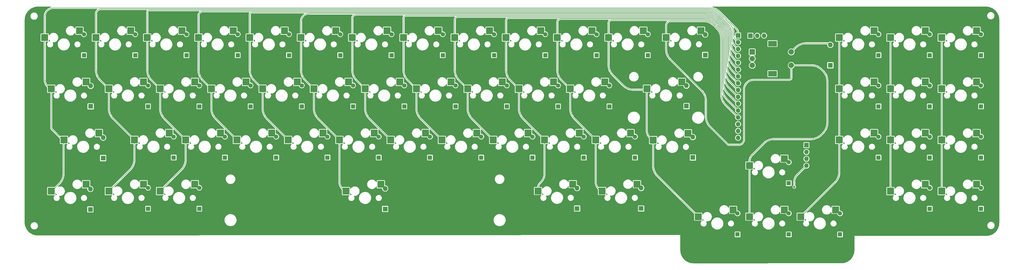
<source format=gbr>
G04 #@! TF.GenerationSoftware,KiCad,Pcbnew,7.0.1*
G04 #@! TF.CreationDate,2023-04-13T21:45:03-07:00*
G04 #@! TF.ProjectId,trashtruck.b,74726173-6874-4727-9563-6b2e622e6b69,rev?*
G04 #@! TF.SameCoordinates,Original*
G04 #@! TF.FileFunction,Copper,L2,Bot*
G04 #@! TF.FilePolarity,Positive*
%FSLAX46Y46*%
G04 Gerber Fmt 4.6, Leading zero omitted, Abs format (unit mm)*
G04 Created by KiCad (PCBNEW 7.0.1) date 2023-04-13 21:45:03*
%MOMM*%
%LPD*%
G01*
G04 APERTURE LIST*
G04 #@! TA.AperFunction,SMDPad,CuDef*
%ADD10R,2.550000X2.500000*%
G04 #@! TD*
G04 #@! TA.AperFunction,ComponentPad*
%ADD11R,1.600000X1.600000*%
G04 #@! TD*
G04 #@! TA.AperFunction,ComponentPad*
%ADD12C,1.600000*%
G04 #@! TD*
G04 #@! TA.AperFunction,ComponentPad*
%ADD13R,1.800000X1.800000*%
G04 #@! TD*
G04 #@! TA.AperFunction,ComponentPad*
%ADD14O,1.800000X1.800000*%
G04 #@! TD*
G04 #@! TA.AperFunction,ComponentPad*
%ADD15R,1.700000X1.700000*%
G04 #@! TD*
G04 #@! TA.AperFunction,ComponentPad*
%ADD16O,1.700000X1.700000*%
G04 #@! TD*
G04 #@! TA.AperFunction,ComponentPad*
%ADD17R,2.000000X2.000000*%
G04 #@! TD*
G04 #@! TA.AperFunction,ComponentPad*
%ADD18C,2.000000*%
G04 #@! TD*
G04 #@! TA.AperFunction,ComponentPad*
%ADD19R,3.200000X2.000000*%
G04 #@! TD*
G04 #@! TA.AperFunction,ViaPad*
%ADD20C,0.800000*%
G04 #@! TD*
G04 #@! TA.AperFunction,Conductor*
%ADD21C,0.200000*%
G04 #@! TD*
G04 APERTURE END LIST*
D10*
X284230000Y-196600000D03*
D11*
X298815000Y-203170000D03*
D10*
X297157000Y-194060000D03*
D12*
X298815000Y-195370000D03*
D13*
X144020000Y-241520000D03*
D14*
X144020000Y-233900000D03*
D13*
X148780000Y-222410000D03*
D14*
X148780000Y-214790000D03*
D10*
X303280000Y-196600000D03*
D11*
X317865000Y-203170000D03*
D10*
X316207000Y-194060000D03*
D12*
X317865000Y-195370000D03*
D15*
X410150000Y-217610000D03*
D16*
X410150000Y-220150000D03*
X410150000Y-222690000D03*
X410150000Y-225230000D03*
D10*
X441392500Y-177550000D03*
D11*
X455977500Y-184120000D03*
D10*
X454319500Y-175010000D03*
D12*
X455977500Y-176320000D03*
D15*
X389350000Y-176830000D03*
D16*
X391890000Y-176830000D03*
X394430000Y-176830000D03*
D10*
X422342500Y-215650000D03*
D11*
X436927500Y-222220000D03*
D10*
X435269500Y-213110000D03*
D12*
X436927500Y-214420000D03*
D10*
X146117500Y-177550000D03*
D11*
X160702500Y-184120000D03*
D10*
X159044500Y-175010000D03*
D12*
X160702500Y-176320000D03*
D15*
X384740000Y-176760000D03*
D16*
X384740000Y-179300000D03*
X384740000Y-181840000D03*
X384740000Y-184380000D03*
X384740000Y-186920000D03*
X384740000Y-189460000D03*
X384740000Y-192000000D03*
X384740000Y-194540000D03*
X384740000Y-197080000D03*
X384740000Y-199620000D03*
X384740000Y-202160000D03*
X384740000Y-204700000D03*
X384740000Y-207240000D03*
X384740000Y-209780000D03*
X384740000Y-212320000D03*
X384740000Y-214860000D03*
D10*
X165167500Y-177550000D03*
D11*
X179752500Y-184120000D03*
D10*
X178094500Y-175010000D03*
D12*
X179752500Y-176320000D03*
D13*
X348730000Y-241160000D03*
D14*
X348730000Y-233540000D03*
D10*
X134265000Y-215660000D03*
X147192000Y-213120000D03*
X150880000Y-234700000D03*
D11*
X165465000Y-241270000D03*
D10*
X163807000Y-232160000D03*
D12*
X165465000Y-233470000D03*
D10*
X169930000Y-196600000D03*
D11*
X184515000Y-203170000D03*
D10*
X182857000Y-194060000D03*
D12*
X184515000Y-195370000D03*
D10*
X460442500Y-234700000D03*
D11*
X475027500Y-241270000D03*
D10*
X473369500Y-232160000D03*
D12*
X475027500Y-233470000D03*
D10*
X460442500Y-196600000D03*
D11*
X475027500Y-203170000D03*
D10*
X473369500Y-194060000D03*
D12*
X475027500Y-195370000D03*
D10*
X358025000Y-177520000D03*
X370952000Y-174980000D03*
X222317500Y-177550000D03*
D11*
X236902500Y-184120000D03*
D10*
X235244500Y-175010000D03*
D12*
X236902500Y-176320000D03*
D10*
X408055000Y-244225000D03*
D11*
X422640000Y-250795000D03*
D10*
X420982000Y-241685000D03*
D12*
X422640000Y-242995000D03*
D10*
X169930000Y-234700000D03*
D11*
X184515000Y-241270000D03*
D10*
X182857000Y-232160000D03*
D12*
X184515000Y-233470000D03*
D10*
X336617500Y-177550000D03*
D11*
X351202500Y-184120000D03*
D10*
X349544500Y-175010000D03*
D12*
X351202500Y-176320000D03*
D10*
X255655000Y-215650000D03*
D11*
X270240000Y-222220000D03*
D10*
X268582000Y-213110000D03*
D12*
X270240000Y-214420000D03*
D10*
X353205000Y-215710000D03*
X366132000Y-213170000D03*
X279467500Y-177550000D03*
D11*
X294052500Y-184120000D03*
D10*
X292394500Y-175010000D03*
D12*
X294052500Y-176320000D03*
D10*
X129502500Y-196610000D03*
X142429500Y-194070000D03*
X322330000Y-196600000D03*
D11*
X336915000Y-203170000D03*
D10*
X335257000Y-194060000D03*
D12*
X336915000Y-195370000D03*
D10*
X389005000Y-225175000D03*
D11*
X403590000Y-231745000D03*
D10*
X401932000Y-222635000D03*
D12*
X403590000Y-223945000D03*
D10*
X239040000Y-234710000D03*
X251967000Y-232170000D03*
X331855000Y-215650000D03*
D11*
X346440000Y-222220000D03*
D10*
X344782000Y-213110000D03*
D12*
X346440000Y-214420000D03*
D10*
X208030000Y-196600000D03*
D11*
X222615000Y-203170000D03*
D10*
X220957000Y-194060000D03*
D12*
X222615000Y-195370000D03*
D10*
X350881250Y-196570000D03*
X363808250Y-194030000D03*
D13*
X324930000Y-241200000D03*
D14*
X324930000Y-233580000D03*
D10*
X422342500Y-177550000D03*
D11*
X436927500Y-184120000D03*
D10*
X435269500Y-175010000D03*
D12*
X436927500Y-176320000D03*
D10*
X441392500Y-215650000D03*
D11*
X455977500Y-222220000D03*
D10*
X454319500Y-213110000D03*
D12*
X455977500Y-214420000D03*
D10*
X293755000Y-215650000D03*
D11*
X308340000Y-222220000D03*
D10*
X306682000Y-213110000D03*
D12*
X308340000Y-214420000D03*
D10*
X265180000Y-196600000D03*
D11*
X279765000Y-203170000D03*
D10*
X278107000Y-194060000D03*
D12*
X279765000Y-195370000D03*
D10*
X179455000Y-215650000D03*
D11*
X194040000Y-222220000D03*
D10*
X192382000Y-213110000D03*
D12*
X194040000Y-214420000D03*
D10*
X217555000Y-215650000D03*
D11*
X232140000Y-222220000D03*
D10*
X230482000Y-213110000D03*
D12*
X232140000Y-214420000D03*
D17*
X390020000Y-182890000D03*
D18*
X390020000Y-187890000D03*
X390020000Y-185390000D03*
D19*
X397520000Y-179790000D03*
X397520000Y-190990000D03*
D18*
X404520000Y-187890000D03*
X404520000Y-182890000D03*
D10*
X203267500Y-177550000D03*
D11*
X217852500Y-184120000D03*
D10*
X216194500Y-175010000D03*
D12*
X217852500Y-176320000D03*
D13*
X144140000Y-203150000D03*
D14*
X144140000Y-195530000D03*
D10*
X241367500Y-177550000D03*
D11*
X255952500Y-184120000D03*
D10*
X254294500Y-175010000D03*
D12*
X255952500Y-176320000D03*
D13*
X365580000Y-203070000D03*
D14*
X365580000Y-195450000D03*
D10*
X310400000Y-234670000D03*
X323327000Y-232130000D03*
X441392500Y-196600000D03*
D11*
X455977500Y-203170000D03*
D10*
X454319500Y-194060000D03*
D12*
X455977500Y-195370000D03*
D10*
X298517500Y-177550000D03*
D11*
X313102500Y-184120000D03*
D10*
X311444500Y-175010000D03*
D12*
X313102500Y-176320000D03*
D13*
X367940000Y-222200000D03*
D14*
X367940000Y-214580000D03*
D10*
X317567500Y-177550000D03*
D11*
X332152500Y-184120000D03*
D10*
X330494500Y-175010000D03*
D12*
X332152500Y-176320000D03*
D10*
X460442500Y-215650000D03*
D11*
X475027500Y-222220000D03*
D10*
X473369500Y-213110000D03*
D12*
X475027500Y-214420000D03*
D10*
X389005000Y-244225000D03*
D11*
X403590000Y-250795000D03*
D10*
X401932000Y-241685000D03*
D12*
X403590000Y-242995000D03*
D10*
X369955000Y-244225000D03*
D11*
X384540000Y-250795000D03*
D10*
X382882000Y-241685000D03*
D12*
X384540000Y-242995000D03*
D10*
X312805000Y-215650000D03*
D11*
X327390000Y-222220000D03*
D10*
X325732000Y-213110000D03*
D12*
X327390000Y-214420000D03*
D10*
X460442500Y-177550000D03*
D11*
X475027500Y-184120000D03*
D10*
X473369500Y-175010000D03*
D12*
X475027500Y-176320000D03*
D10*
X227080000Y-196600000D03*
D11*
X241665000Y-203170000D03*
D10*
X240007000Y-194060000D03*
D12*
X241665000Y-195370000D03*
D10*
X236605000Y-215650000D03*
D11*
X251190000Y-222220000D03*
D10*
X249532000Y-213110000D03*
D12*
X251190000Y-214420000D03*
D10*
X160405000Y-215650000D03*
D11*
X174990000Y-222220000D03*
D10*
X173332000Y-213110000D03*
D12*
X174990000Y-214420000D03*
D10*
X184217500Y-177550000D03*
D11*
X198802500Y-184120000D03*
D10*
X197144500Y-175010000D03*
D12*
X198802500Y-176320000D03*
D10*
X198505000Y-215650000D03*
D11*
X213090000Y-222220000D03*
D10*
X211432000Y-213110000D03*
D12*
X213090000Y-214420000D03*
D10*
X246130000Y-196600000D03*
D11*
X260715000Y-203170000D03*
D10*
X259057000Y-194060000D03*
D12*
X260715000Y-195370000D03*
D10*
X127067500Y-177550000D03*
D11*
X141652500Y-184120000D03*
D10*
X139994500Y-175010000D03*
D12*
X141652500Y-176320000D03*
D10*
X422342500Y-196600000D03*
D11*
X436927500Y-203170000D03*
D10*
X435269500Y-194060000D03*
D12*
X436927500Y-195370000D03*
D10*
X274705000Y-215650000D03*
D11*
X289290000Y-222220000D03*
D10*
X287632000Y-213110000D03*
D12*
X289290000Y-214420000D03*
D10*
X334212500Y-234670000D03*
X347139500Y-232130000D03*
D13*
X253590000Y-241340000D03*
D14*
X253590000Y-233720000D03*
D10*
X150880000Y-196600000D03*
D11*
X165465000Y-203170000D03*
D10*
X163807000Y-194060000D03*
D12*
X165465000Y-195370000D03*
D13*
X419050000Y-187870000D03*
D14*
X419050000Y-180250000D03*
D10*
X188980000Y-196600000D03*
D11*
X203565000Y-203170000D03*
D10*
X201907000Y-194060000D03*
D12*
X203565000Y-195370000D03*
D10*
X129502500Y-234710000D03*
X142429500Y-232170000D03*
X260417500Y-177550000D03*
D11*
X275002500Y-184120000D03*
D10*
X273344500Y-175010000D03*
D12*
X275002500Y-176320000D03*
D13*
X372540000Y-184030000D03*
D14*
X372540000Y-176410000D03*
D10*
X441392500Y-234700000D03*
D11*
X455977500Y-241270000D03*
D10*
X454319500Y-232160000D03*
D12*
X455977500Y-233470000D03*
D20*
X441392500Y-177550000D03*
X460442500Y-177550000D03*
X422342500Y-177550000D03*
X405620000Y-233130000D03*
D21*
X129925623Y-211864373D02*
X130031404Y-211970154D01*
X129819842Y-211758592D02*
X129925623Y-211864373D01*
X130084295Y-212023045D02*
X130190076Y-212128826D01*
X130348748Y-212287498D02*
X130771873Y-212710623D01*
X129819842Y-211758592D02*
X129766952Y-211705702D01*
X130031404Y-211970154D02*
X130084295Y-212023045D01*
X130190076Y-212128826D02*
X130348748Y-212287498D01*
X303280000Y-196600000D02*
X303280000Y-203871036D01*
X381293792Y-196173792D02*
X384740000Y-199620000D01*
X260417500Y-170209536D02*
X260417500Y-177550000D01*
X381670639Y-172470639D02*
X377753792Y-168553792D01*
X358025000Y-177520000D02*
X358025000Y-181881036D01*
X127067500Y-169709486D02*
X127067500Y-177550000D01*
X381693792Y-194033792D02*
X384740000Y-197080000D01*
X376613792Y-171013792D02*
X378906207Y-173306207D01*
X261207036Y-169420000D02*
X372766036Y-169420000D01*
X266773792Y-207718792D02*
X274705000Y-215650000D01*
X158811207Y-226768792D02*
X150880000Y-234700000D01*
X382913792Y-187633792D02*
X384740000Y-189460000D01*
X331855000Y-231219804D02*
X331855000Y-215650000D01*
X380063792Y-202563792D02*
X384740000Y-207240000D01*
X300111292Y-193431292D02*
X303280000Y-196600000D01*
X405620000Y-231445000D02*
X405620000Y-233130000D01*
X265180000Y-203871036D02*
X265180000Y-196600000D01*
X350785000Y-211964951D02*
X350785000Y-196980000D01*
X371196207Y-197306207D02*
X359618792Y-185728792D01*
X390537853Y-193320000D02*
X403611091Y-193320000D01*
X354760042Y-229030042D02*
X369955000Y-244225000D01*
X380126207Y-172776207D02*
X377143792Y-169793792D01*
X380883792Y-198303792D02*
X384740000Y-202160000D01*
X375733792Y-173013792D02*
X376876207Y-174156207D01*
X128198125Y-195849375D02*
X129328750Y-196980000D01*
X298517500Y-177550000D02*
X298517500Y-171231460D01*
X165167500Y-177550000D02*
X165167500Y-189583536D01*
X281061292Y-193431292D02*
X284230000Y-196600000D01*
X146117500Y-177550000D02*
X146117500Y-168722587D01*
X358025000Y-173067358D02*
X358025000Y-177520000D01*
X376453792Y-171413792D02*
X378506207Y-173466207D01*
X130771873Y-212710623D02*
X134091250Y-216030000D01*
X311602499Y-231237499D02*
X311188424Y-231651575D01*
X285823792Y-207718792D02*
X293755000Y-215650000D01*
X372226036Y-170620000D02*
X318800884Y-170620000D01*
X373906036Y-166960000D02*
X147880087Y-166960000D01*
X146117500Y-177550000D02*
X146117500Y-189583536D01*
X372436036Y-170220000D02*
X299528960Y-170220000D01*
X169930000Y-203871036D02*
X169930000Y-196600000D01*
X382520000Y-178050222D02*
X382520000Y-176293963D01*
X378470000Y-198716036D02*
X378470000Y-178003963D01*
X373606036Y-167380000D02*
X165837539Y-167380000D01*
X203869255Y-168200000D02*
X373296036Y-168200000D01*
X203267500Y-168801755D02*
X203267500Y-177550000D01*
X204861292Y-193431292D02*
X208030000Y-196600000D01*
X404520000Y-187890000D02*
X412016036Y-187890000D01*
X319161292Y-193431292D02*
X322330000Y-196600000D01*
X386970000Y-196887853D02*
X386970000Y-215470001D01*
X389005000Y-223710000D02*
X389005000Y-225175000D01*
X129766952Y-211705702D02*
X129714062Y-211652812D01*
X422342500Y-177550000D02*
X422342500Y-227683536D01*
X373126036Y-168610000D02*
X225240920Y-168610000D01*
X310400000Y-233555000D02*
X310400000Y-234670000D01*
X376073792Y-172213792D02*
X377696207Y-173836207D01*
X247723792Y-207718792D02*
X255655000Y-215650000D01*
X241367500Y-177550000D02*
X241367500Y-170355811D01*
X280564316Y-169820000D02*
X372606036Y-169820000D01*
X372956036Y-169020000D02*
X242703311Y-169020000D01*
X384740000Y-175800000D02*
X384740000Y-176760000D01*
X377313792Y-169393792D02*
X380526207Y-172606207D01*
X190573792Y-207718792D02*
X198505000Y-215650000D01*
X372056036Y-171020000D02*
X337748458Y-171020000D01*
X379290000Y-194456036D02*
X379290000Y-177683963D01*
X236605000Y-215650000D02*
X236605000Y-231219804D01*
X376283792Y-171813792D02*
X378106207Y-173636207D01*
X284230000Y-203871036D02*
X284230000Y-196600000D01*
X342056207Y-195386207D02*
X338211292Y-191541292D01*
X332985625Y-233949375D02*
X334116250Y-235080000D01*
X134091250Y-216030000D02*
X134091250Y-228063536D01*
X416326207Y-213083792D02*
X415663792Y-213746206D01*
X132497457Y-231911292D02*
X129328750Y-235080000D01*
X171523792Y-207718792D02*
X179455000Y-215650000D01*
X383230000Y-185410000D02*
X384740000Y-186920000D01*
X184217500Y-177550000D02*
X184217500Y-189583536D01*
X380500000Y-188046036D02*
X380500000Y-177153963D01*
X415863792Y-189483792D02*
X416326207Y-189946207D01*
X184217500Y-177550000D02*
X184217500Y-169340663D01*
X242961292Y-193431292D02*
X246130000Y-196600000D01*
X279467500Y-177550000D02*
X279467500Y-189583536D01*
X406110000Y-181300000D02*
X404520000Y-182890000D01*
X353166250Y-225182286D02*
X353166250Y-216871899D01*
X177861207Y-226768792D02*
X169930000Y-234700000D01*
X209623792Y-207718792D02*
X217555000Y-215650000D01*
X222317500Y-177550000D02*
X222317500Y-189583536D01*
X378023792Y-168123792D02*
X384061177Y-174161177D01*
X208030000Y-203871036D02*
X208030000Y-196600000D01*
X336617500Y-177550000D02*
X336617500Y-187693536D01*
X262011292Y-193431292D02*
X265180000Y-196600000D01*
X380910000Y-176973963D02*
X380910000Y-185916036D01*
X379316207Y-173126207D02*
X376803792Y-170613792D01*
X323923792Y-207718792D02*
X331855000Y-215650000D01*
X127067500Y-193119804D02*
X127067500Y-177550000D01*
X381320000Y-183786036D02*
X381320000Y-176803963D01*
X227080000Y-203871036D02*
X227080000Y-196600000D01*
X377286207Y-173996207D02*
X375903792Y-172613792D01*
X390040911Y-221209088D02*
X394316207Y-216933792D01*
X304873792Y-207718792D02*
X312805000Y-215650000D01*
X322330000Y-196600000D02*
X322330000Y-203871036D01*
X223911292Y-193431292D02*
X227080000Y-196600000D01*
X359672358Y-171420000D02*
X371886036Y-171420000D01*
X398163963Y-215340000D02*
X411816036Y-215340000D01*
X179455000Y-222921036D02*
X179455000Y-215650000D01*
X160405000Y-222921036D02*
X160405000Y-215650000D01*
X317567500Y-177550000D02*
X317567500Y-189583536D01*
X418780000Y-179980000D02*
X419050000Y-180250000D01*
X417920000Y-209236036D02*
X417920000Y-193793963D01*
X185811292Y-193431292D02*
X188980000Y-196600000D01*
X150880000Y-203871036D02*
X150880000Y-196600000D01*
X460442500Y-177550000D02*
X460442500Y-234700000D01*
X147711292Y-193431292D02*
X150880000Y-196600000D01*
X420748707Y-231531292D02*
X408055000Y-244225000D01*
X441392500Y-177550000D02*
X441392500Y-234700000D01*
X378880000Y-196586036D02*
X378880000Y-177843963D01*
X376973792Y-170203792D02*
X379726207Y-172956207D01*
X260417500Y-177550000D02*
X260417500Y-189583536D01*
X345903963Y-196980000D02*
X350785000Y-196980000D01*
X336617500Y-177550000D02*
X336617500Y-172150958D01*
X374176036Y-166530000D02*
X130246986Y-166530000D01*
X383630000Y-180730000D02*
X384740000Y-181840000D01*
X418128162Y-179710000D02*
X409948599Y-179710000D01*
X406811474Y-228568525D02*
X410150000Y-225230000D01*
X298517500Y-177550000D02*
X298517500Y-189583536D01*
X166761292Y-193431292D02*
X169930000Y-196600000D01*
X383430000Y-183070000D02*
X384740000Y-184380000D01*
X377453792Y-168973792D02*
X380926207Y-172446207D01*
X222317500Y-171533420D02*
X222317500Y-177550000D01*
X241367500Y-177550000D02*
X241367500Y-189583536D01*
X380473792Y-200433792D02*
X384740000Y-204700000D01*
X383870000Y-178430000D02*
X384740000Y-179300000D01*
X379700000Y-177483963D02*
X379700000Y-192326036D01*
X373466036Y-167800000D02*
X185758163Y-167800000D01*
X382120000Y-179907380D02*
X382120000Y-176453963D01*
X404535000Y-192785000D02*
X404275000Y-193045000D01*
X279467500Y-177550000D02*
X279467500Y-170916816D01*
X152473792Y-207718792D02*
X160405000Y-215650000D01*
X312805000Y-228334408D02*
X312805000Y-215650000D01*
X389005000Y-225175000D02*
X389005000Y-244225000D01*
X383000000Y-175680000D02*
X383000000Y-176329634D01*
X352570937Y-215434687D02*
X351975625Y-214839375D01*
X246130000Y-203871036D02*
X246130000Y-196600000D01*
X382093792Y-191893792D02*
X384740000Y-194540000D01*
X188980000Y-203871036D02*
X188980000Y-196600000D01*
X129502500Y-211142055D02*
X129502500Y-196610000D01*
X317567500Y-177550000D02*
X317567500Y-171853384D01*
X404520000Y-187890000D02*
X404520000Y-192718786D01*
X228673792Y-207718792D02*
X236605000Y-215650000D01*
X237735625Y-233949375D02*
X238866250Y-235080000D01*
X372790000Y-201153963D02*
X372790000Y-206886036D01*
X384970001Y-217470000D02*
X381150000Y-217470000D01*
X381720000Y-176623963D02*
X381720000Y-181764537D01*
X203267500Y-177550000D02*
X203267500Y-189583536D01*
X380100000Y-177313963D02*
X380100000Y-190186036D01*
X382503792Y-189763792D02*
X384740000Y-192000000D01*
X165167500Y-168050039D02*
X165167500Y-177550000D01*
X374383792Y-210733792D02*
X381060000Y-217410000D01*
X390040916Y-221209093D02*
G75*
G03*
X389005000Y-223710000I2500884J-2500907D01*
G01*
X353166243Y-216871899D02*
G75*
G03*
X352570937Y-215434687I-2032543J-1D01*
G01*
X375733784Y-173013800D02*
G75*
G03*
X371886036Y-171420000I-3847784J-3847800D01*
G01*
X358024990Y-181881036D02*
G75*
G03*
X359618793Y-185728791I5441610J36D01*
G01*
X378469990Y-198716036D02*
G75*
G03*
X380063793Y-202563791I5441610J36D01*
G01*
X403611091Y-193319996D02*
G75*
G03*
X404275000Y-193045000I9J938896D01*
G01*
X388014984Y-194364984D02*
G75*
G03*
X386970000Y-196887853I2522816J-2522816D01*
G01*
X353166260Y-225182286D02*
G75*
G03*
X354760042Y-229030042I5441540J-14D01*
G01*
X280564316Y-169820007D02*
G75*
G03*
X279788750Y-170141250I-16J-1096793D01*
G01*
X380910010Y-176973963D02*
G75*
G03*
X379316206Y-173126208I-5441610J-37D01*
G01*
X203869255Y-168199953D02*
G75*
G03*
X203443751Y-168376251I45J-601747D01*
G01*
X165363738Y-167576238D02*
G75*
G03*
X165167500Y-168050039I473762J-473762D01*
G01*
X236604999Y-231219804D02*
G75*
G03*
X237735626Y-233949374I3860201J4D01*
G01*
X227079990Y-203871036D02*
G75*
G03*
X228673793Y-207718791I5441610J36D01*
G01*
X241367490Y-189583536D02*
G75*
G03*
X242961293Y-193431291I5441610J36D01*
G01*
X381319990Y-183786036D02*
G75*
G03*
X382913793Y-187633791I5441610J36D01*
G01*
X380500010Y-177153963D02*
G75*
G03*
X378906206Y-173306208I-5441610J-37D01*
G01*
X420748700Y-231531285D02*
G75*
G03*
X422342500Y-227683536I-3847800J3847785D01*
G01*
X318800884Y-170619994D02*
G75*
G03*
X317928750Y-170981250I16J-1233406D01*
G01*
X381720010Y-176623963D02*
G75*
G03*
X380126206Y-172776208I-5441610J-37D01*
G01*
X303279990Y-203871036D02*
G75*
G03*
X304873793Y-207718791I5441610J36D01*
G01*
X311602498Y-231237498D02*
G75*
G03*
X312805000Y-228334408I-2903098J2903098D01*
G01*
X383000006Y-175680000D02*
G75*
G03*
X381670639Y-172470639I-4538706J0D01*
G01*
X376613784Y-171013800D02*
G75*
G03*
X372766036Y-169420000I-3847784J-3847800D01*
G01*
X376973784Y-170203800D02*
G75*
G03*
X373126036Y-168610000I-3847784J-3847800D01*
G01*
X378880010Y-177843963D02*
G75*
G03*
X377286206Y-173996208I-5441610J-37D01*
G01*
X411816036Y-215340009D02*
G75*
G03*
X415663792Y-213746206I-36J5441609D01*
G01*
X225240920Y-168610009D02*
G75*
G03*
X223173750Y-169466250I-20J-2923391D01*
G01*
X261207036Y-169420016D02*
G75*
G03*
X260648751Y-169651251I-36J-789484D01*
G01*
X380909990Y-185916036D02*
G75*
G03*
X382503793Y-189763791I5441610J36D01*
G01*
X390537853Y-193320023D02*
G75*
G03*
X388015001Y-194365001I-53J-3567777D01*
G01*
X185758163Y-167799986D02*
G75*
G03*
X184668751Y-168251251I37J-1540714D01*
G01*
X398163963Y-215339960D02*
G75*
G03*
X394316208Y-216933793I37J-5441540D01*
G01*
X322329990Y-203871036D02*
G75*
G03*
X323923793Y-207718791I5441610J36D01*
G01*
X342056215Y-195386199D02*
G75*
G03*
X345903963Y-196980000I3847785J3847799D01*
G01*
X375903784Y-172613800D02*
G75*
G03*
X372056036Y-171020000I-3847784J-3847800D01*
G01*
X409948599Y-179710000D02*
G75*
G03*
X406110000Y-181300000I1J-5428600D01*
G01*
X358507533Y-171902533D02*
G75*
G03*
X358025000Y-173067358I1164767J-1164867D01*
G01*
X127067499Y-193119804D02*
G75*
G03*
X128198126Y-195849374I3860201J4D01*
G01*
X404520006Y-192718786D02*
G75*
G03*
X404535000Y-192755000I51194J-14D01*
G01*
X376073784Y-172213800D02*
G75*
G03*
X372226036Y-170620000I-3847784J-3847800D01*
G01*
X127998754Y-167461254D02*
G75*
G03*
X127067500Y-169709486I2248246J-2248246D01*
G01*
X165167490Y-189583536D02*
G75*
G03*
X166761293Y-193431291I5441610J36D01*
G01*
X378023784Y-168123800D02*
G75*
G03*
X374176036Y-166530000I-3847784J-3847800D01*
G01*
X382120009Y-179907380D02*
G75*
G03*
X383430001Y-183069999I4472591J-20D01*
G01*
X359672358Y-171419954D02*
G75*
G03*
X358507500Y-171902500I42J-1647346D01*
G01*
X336617490Y-187693536D02*
G75*
G03*
X338211293Y-191541291I5441610J36D01*
G01*
X378879990Y-196586036D02*
G75*
G03*
X380473793Y-200433791I5441610J36D01*
G01*
X203443784Y-168376284D02*
G75*
G03*
X203267500Y-168801755I425416J-425516D01*
G01*
X404535000Y-192785000D02*
G75*
G03*
X404535000Y-192755000I-15000J15000D01*
G01*
X382999986Y-176329634D02*
G75*
G03*
X383870000Y-178430000I2970414J34D01*
G01*
X379290010Y-177683963D02*
G75*
G03*
X377696206Y-173836208I-5441610J-37D01*
G01*
X299528960Y-170219955D02*
G75*
G03*
X298813750Y-170516250I40J-1011445D01*
G01*
X146633754Y-167476254D02*
G75*
G03*
X146117500Y-168722587I1246346J-1246346D01*
G01*
X337748458Y-171019983D02*
G75*
G03*
X336948750Y-171351250I42J-1131017D01*
G01*
X298517490Y-189583536D02*
G75*
G03*
X300111293Y-193431291I5441610J36D01*
G01*
X377313784Y-169393800D02*
G75*
G03*
X373466036Y-167800000I-3847784J-3847800D01*
G01*
X317567490Y-189583536D02*
G75*
G03*
X319161293Y-193431291I5441610J36D01*
G01*
X382519991Y-178050222D02*
G75*
G03*
X383630000Y-180730000I3789809J22D01*
G01*
X350785020Y-211964951D02*
G75*
G03*
X351975625Y-214839375I4064980J-49D01*
G01*
X184217490Y-189583536D02*
G75*
G03*
X185811293Y-193431291I5441610J36D01*
G01*
X336948762Y-171351262D02*
G75*
G03*
X336617500Y-172150958I799738J-799738D01*
G01*
X242703311Y-169020005D02*
G75*
G03*
X241758750Y-169411250I-11J-1335795D01*
G01*
X158811200Y-226768785D02*
G75*
G03*
X160405000Y-222921036I-3847800J3847785D01*
G01*
X129502526Y-211142055D02*
G75*
G03*
X129714062Y-211652812I722274J-45D01*
G01*
X331854999Y-231219804D02*
G75*
G03*
X332985626Y-233949374I3860201J4D01*
G01*
X382120010Y-176453963D02*
G75*
G03*
X380526206Y-172606208I-5441610J-37D01*
G01*
X376803784Y-170613800D02*
G75*
G03*
X372956036Y-169020000I-3847784J-3847800D01*
G01*
X311188434Y-231651585D02*
G75*
G03*
X310400000Y-233555000I1903366J-1903415D01*
G01*
X379289990Y-194456036D02*
G75*
G03*
X380883793Y-198303791I5441610J36D01*
G01*
X384970001Y-217470000D02*
G75*
G03*
X386970000Y-215470001I-1J2000000D01*
G01*
X376283784Y-171813800D02*
G75*
G03*
X372436036Y-170220000I-3847784J-3847800D01*
G01*
X177861200Y-226768785D02*
G75*
G03*
X179455000Y-222921036I-3847800J3847785D01*
G01*
X222317490Y-189583536D02*
G75*
G03*
X223911293Y-193431291I5441610J36D01*
G01*
X415863784Y-189483800D02*
G75*
G03*
X412016036Y-187890000I-3847784J-3847800D01*
G01*
X150879990Y-203871036D02*
G75*
G03*
X152473793Y-207718791I5441610J36D01*
G01*
X208029990Y-203871036D02*
G75*
G03*
X209623793Y-207718791I5441610J36D01*
G01*
X380099990Y-190186036D02*
G75*
G03*
X381693793Y-194033791I5441610J36D01*
G01*
X317928754Y-170981254D02*
G75*
G03*
X317567500Y-171853384I872146J-872146D01*
G01*
X381320010Y-176803963D02*
G75*
G03*
X379726206Y-172956208I-5441610J-37D01*
G01*
X260648739Y-169651239D02*
G75*
G03*
X260417500Y-170209536I558261J-558261D01*
G01*
X384739983Y-175800000D02*
G75*
G03*
X384061176Y-174161178I-2317683J0D01*
G01*
X169929990Y-203871036D02*
G75*
G03*
X171523793Y-207718791I5441610J36D01*
G01*
X380100010Y-177313963D02*
G75*
G03*
X378506206Y-173466208I-5441610J-37D01*
G01*
X279788745Y-170141245D02*
G75*
G03*
X279467500Y-170916816I775555J-775555D01*
G01*
X376453784Y-171413800D02*
G75*
G03*
X372606036Y-169820000I-3847784J-3847800D01*
G01*
X184668761Y-168251261D02*
G75*
G03*
X184217500Y-169340663I1089439J-1089439D01*
G01*
X416326200Y-213083785D02*
G75*
G03*
X417920000Y-209236036I-3847800J3847785D01*
G01*
X372790010Y-201153963D02*
G75*
G03*
X371196206Y-197306208I-5441610J-37D01*
G01*
X377453784Y-168973800D02*
G75*
G03*
X373606036Y-167380000I-3847784J-3847800D01*
G01*
X279467490Y-189583536D02*
G75*
G03*
X281061293Y-193431291I5441610J36D01*
G01*
X381719985Y-181764537D02*
G75*
G03*
X383230000Y-185410000I5155515J37D01*
G01*
X188979990Y-203871036D02*
G75*
G03*
X190573793Y-207718791I5441610J36D01*
G01*
X147880087Y-166959995D02*
G75*
G03*
X146633750Y-167476250I13J-1762605D01*
G01*
X223173744Y-169466244D02*
G75*
G03*
X222317500Y-171533420I2067156J-2067156D01*
G01*
X418780011Y-179979989D02*
G75*
G03*
X418128162Y-179710000I-651811J-651811D01*
G01*
X372789990Y-206886036D02*
G75*
G03*
X374383793Y-210733791I5441610J36D01*
G01*
X378470010Y-178003963D02*
G75*
G03*
X376876206Y-174156208I-5441610J-37D01*
G01*
X377143784Y-169793800D02*
G75*
G03*
X373296036Y-168200000I-3847784J-3847800D01*
G01*
X241758747Y-169411247D02*
G75*
G03*
X241367500Y-170355811I944553J-944553D01*
G01*
X298813782Y-170516282D02*
G75*
G03*
X298517500Y-171231460I715118J-715218D01*
G01*
X379699990Y-192326036D02*
G75*
G03*
X381293793Y-196173791I5441610J36D01*
G01*
X260417490Y-189583536D02*
G75*
G03*
X262011293Y-193431291I5441610J36D01*
G01*
X130246986Y-166529995D02*
G75*
G03*
X127998750Y-167461250I14J-3179505D01*
G01*
X203267490Y-189583536D02*
G75*
G03*
X204861293Y-193431291I5441610J36D01*
G01*
X146117490Y-189583536D02*
G75*
G03*
X147711293Y-193431291I5441610J36D01*
G01*
X284229990Y-203871036D02*
G75*
G03*
X285823793Y-207718791I5441610J36D01*
G01*
X406811485Y-228568536D02*
G75*
G03*
X405620000Y-231445000I2876415J-2876464D01*
G01*
X380499990Y-188046036D02*
G75*
G03*
X382093793Y-191893791I5441610J36D01*
G01*
X417920010Y-193793963D02*
G75*
G03*
X416326206Y-189946208I-5441610J-37D01*
G01*
X132497439Y-231911274D02*
G75*
G03*
X134091250Y-228063536I-3847739J3847774D01*
G01*
X382520010Y-176293963D02*
G75*
G03*
X380926206Y-172446208I-5441610J-37D01*
G01*
X265179990Y-203871036D02*
G75*
G03*
X266773793Y-207718791I5441610J36D01*
G01*
X246129990Y-203871036D02*
G75*
G03*
X247723793Y-207718791I5441610J36D01*
G01*
X377753784Y-168553800D02*
G75*
G03*
X373906036Y-166960000I-3847784J-3847800D01*
G01*
X165837539Y-167380017D02*
G75*
G03*
X165363750Y-167576250I-39J-669983D01*
G01*
X379700010Y-177483963D02*
G75*
G03*
X378106206Y-173636208I-5441610J-37D01*
G01*
G04 #@! TA.AperFunction,Conductor*
G36*
X409762861Y-245062214D02*
G01*
X409810606Y-245103928D01*
X409957566Y-245319478D01*
X410060894Y-245430840D01*
X410092211Y-245492485D01*
X410086283Y-245561375D01*
X410044893Y-245616764D01*
X409980506Y-245641970D01*
X409846030Y-245654811D01*
X409730932Y-245688607D01*
X409667004Y-245690462D01*
X409610401Y-245660691D01*
X409575705Y-245606966D01*
X409571856Y-245543128D01*
X409580500Y-245499674D01*
X409580500Y-245174906D01*
X409596451Y-245113545D01*
X409640264Y-245067720D01*
X409700847Y-245049033D01*
X409762861Y-245062214D01*
G37*
G04 #@! TD.AperFunction*
G04 #@! TA.AperFunction,Conductor*
G36*
X424050361Y-216487214D02*
G01*
X424098106Y-216528928D01*
X424245066Y-216744478D01*
X424348394Y-216855840D01*
X424379711Y-216917485D01*
X424373783Y-216986375D01*
X424332393Y-217041764D01*
X424268006Y-217066970D01*
X424133530Y-217079811D01*
X424018432Y-217113607D01*
X423954504Y-217115462D01*
X423897901Y-217085691D01*
X423863205Y-217031966D01*
X423859356Y-216968128D01*
X423868000Y-216924674D01*
X423868000Y-216599906D01*
X423883951Y-216538545D01*
X423927764Y-216492720D01*
X423988347Y-216474033D01*
X424050361Y-216487214D01*
G37*
G04 #@! TD.AperFunction*
G04 #@! TA.AperFunction,Conductor*
G36*
X424050361Y-197437214D02*
G01*
X424098106Y-197478928D01*
X424245066Y-197694478D01*
X424348394Y-197805840D01*
X424379711Y-197867485D01*
X424373783Y-197936375D01*
X424332393Y-197991764D01*
X424268006Y-198016970D01*
X424133530Y-198029811D01*
X424018432Y-198063607D01*
X423954504Y-198065462D01*
X423897901Y-198035691D01*
X423863205Y-197981966D01*
X423859356Y-197918128D01*
X423868000Y-197874674D01*
X423868000Y-197549906D01*
X423883951Y-197488545D01*
X423927764Y-197442720D01*
X423988347Y-197424033D01*
X424050361Y-197437214D01*
G37*
G04 #@! TD.AperFunction*
G04 #@! TA.AperFunction,Conductor*
G36*
X424050361Y-178387214D02*
G01*
X424098106Y-178428928D01*
X424245066Y-178644478D01*
X424348394Y-178755840D01*
X424379711Y-178817485D01*
X424373783Y-178886375D01*
X424332393Y-178941764D01*
X424268006Y-178966970D01*
X424133530Y-178979811D01*
X424018432Y-179013607D01*
X423954504Y-179015462D01*
X423897901Y-178985691D01*
X423863205Y-178931966D01*
X423859356Y-178868128D01*
X423868000Y-178824674D01*
X423868000Y-178499906D01*
X423883951Y-178438545D01*
X423927764Y-178392720D01*
X423988347Y-178374033D01*
X424050361Y-178387214D01*
G37*
G04 #@! TD.AperFunction*
G04 #@! TA.AperFunction,Conductor*
G36*
X462150361Y-235537214D02*
G01*
X462198106Y-235578928D01*
X462345066Y-235794478D01*
X462448394Y-235905840D01*
X462479711Y-235967485D01*
X462473783Y-236036375D01*
X462432393Y-236091764D01*
X462368006Y-236116970D01*
X462233530Y-236129811D01*
X462118432Y-236163607D01*
X462054504Y-236165462D01*
X461997901Y-236135691D01*
X461963205Y-236081966D01*
X461959356Y-236018128D01*
X461968000Y-235974674D01*
X461968000Y-235649906D01*
X461983951Y-235588545D01*
X462027764Y-235542720D01*
X462088347Y-235524033D01*
X462150361Y-235537214D01*
G37*
G04 #@! TD.AperFunction*
G04 #@! TA.AperFunction,Conductor*
G36*
X462150361Y-216487214D02*
G01*
X462198106Y-216528928D01*
X462345066Y-216744478D01*
X462448394Y-216855840D01*
X462479711Y-216917485D01*
X462473783Y-216986375D01*
X462432393Y-217041764D01*
X462368006Y-217066970D01*
X462233530Y-217079811D01*
X462118432Y-217113607D01*
X462054504Y-217115462D01*
X461997901Y-217085691D01*
X461963205Y-217031966D01*
X461959356Y-216968128D01*
X461968000Y-216924674D01*
X461968000Y-216599906D01*
X461983951Y-216538545D01*
X462027764Y-216492720D01*
X462088347Y-216474033D01*
X462150361Y-216487214D01*
G37*
G04 #@! TD.AperFunction*
G04 #@! TA.AperFunction,Conductor*
G36*
X462150361Y-197437214D02*
G01*
X462198106Y-197478928D01*
X462345066Y-197694478D01*
X462448394Y-197805840D01*
X462479711Y-197867485D01*
X462473783Y-197936375D01*
X462432393Y-197991764D01*
X462368006Y-198016970D01*
X462233530Y-198029811D01*
X462118432Y-198063607D01*
X462054504Y-198065462D01*
X461997901Y-198035691D01*
X461963205Y-197981966D01*
X461959356Y-197918128D01*
X461968000Y-197874674D01*
X461968000Y-197549906D01*
X461983951Y-197488545D01*
X462027764Y-197442720D01*
X462088347Y-197424033D01*
X462150361Y-197437214D01*
G37*
G04 #@! TD.AperFunction*
G04 #@! TA.AperFunction,Conductor*
G36*
X462150361Y-178387214D02*
G01*
X462198106Y-178428928D01*
X462345066Y-178644478D01*
X462448394Y-178755840D01*
X462479711Y-178817485D01*
X462473783Y-178886375D01*
X462432393Y-178941764D01*
X462368006Y-178966970D01*
X462233530Y-178979811D01*
X462118432Y-179013607D01*
X462054504Y-179015462D01*
X461997901Y-178985691D01*
X461963205Y-178931966D01*
X461959356Y-178868128D01*
X461968000Y-178824674D01*
X461968000Y-178499906D01*
X461983951Y-178438545D01*
X462027764Y-178392720D01*
X462088347Y-178374033D01*
X462150361Y-178387214D01*
G37*
G04 #@! TD.AperFunction*
G04 #@! TA.AperFunction,Conductor*
G36*
X443100361Y-235537214D02*
G01*
X443148106Y-235578928D01*
X443295066Y-235794478D01*
X443398394Y-235905840D01*
X443429711Y-235967485D01*
X443423783Y-236036375D01*
X443382393Y-236091764D01*
X443318006Y-236116970D01*
X443183530Y-236129811D01*
X443068432Y-236163607D01*
X443004504Y-236165462D01*
X442947901Y-236135691D01*
X442913205Y-236081966D01*
X442909356Y-236018128D01*
X442918000Y-235974674D01*
X442918000Y-235649906D01*
X442933951Y-235588545D01*
X442977764Y-235542720D01*
X443038347Y-235524033D01*
X443100361Y-235537214D01*
G37*
G04 #@! TD.AperFunction*
G04 #@! TA.AperFunction,Conductor*
G36*
X443100361Y-216487214D02*
G01*
X443148106Y-216528928D01*
X443295066Y-216744478D01*
X443398394Y-216855840D01*
X443429711Y-216917485D01*
X443423783Y-216986375D01*
X443382393Y-217041764D01*
X443318006Y-217066970D01*
X443183530Y-217079811D01*
X443068432Y-217113607D01*
X443004504Y-217115462D01*
X442947901Y-217085691D01*
X442913205Y-217031966D01*
X442909356Y-216968128D01*
X442918000Y-216924674D01*
X442918000Y-216599906D01*
X442933951Y-216538545D01*
X442977764Y-216492720D01*
X443038347Y-216474033D01*
X443100361Y-216487214D01*
G37*
G04 #@! TD.AperFunction*
G04 #@! TA.AperFunction,Conductor*
G36*
X443100361Y-197437214D02*
G01*
X443148106Y-197478928D01*
X443295066Y-197694478D01*
X443398394Y-197805840D01*
X443429711Y-197867485D01*
X443423783Y-197936375D01*
X443382393Y-197991764D01*
X443318006Y-198016970D01*
X443183530Y-198029811D01*
X443068432Y-198063607D01*
X443004504Y-198065462D01*
X442947901Y-198035691D01*
X442913205Y-197981966D01*
X442909356Y-197918128D01*
X442918000Y-197874674D01*
X442918000Y-197549906D01*
X442933951Y-197488545D01*
X442977764Y-197442720D01*
X443038347Y-197424033D01*
X443100361Y-197437214D01*
G37*
G04 #@! TD.AperFunction*
G04 #@! TA.AperFunction,Conductor*
G36*
X443100361Y-178387214D02*
G01*
X443148106Y-178428928D01*
X443295066Y-178644478D01*
X443398394Y-178755840D01*
X443429711Y-178817485D01*
X443423783Y-178886375D01*
X443382393Y-178941764D01*
X443318006Y-178966970D01*
X443183530Y-178979811D01*
X443068432Y-179013607D01*
X443004504Y-179015462D01*
X442947901Y-178985691D01*
X442913205Y-178931966D01*
X442909356Y-178868128D01*
X442918000Y-178824674D01*
X442918000Y-178499906D01*
X442933951Y-178438545D01*
X442977764Y-178392720D01*
X443038347Y-178374033D01*
X443100361Y-178387214D01*
G37*
G04 #@! TD.AperFunction*
G04 #@! TA.AperFunction,Conductor*
G36*
X129383603Y-166065381D02*
G01*
X129430098Y-166118749D01*
X129440484Y-166188763D01*
X129411483Y-166253330D01*
X129352248Y-166292074D01*
X129056339Y-166381837D01*
X128735900Y-166514568D01*
X128430022Y-166678064D01*
X128141640Y-166870755D01*
X127873534Y-167090785D01*
X127798990Y-167165329D01*
X127798980Y-167165337D01*
X127776040Y-167188278D01*
X127750909Y-167213409D01*
X127699432Y-167264885D01*
X127699410Y-167264915D01*
X127628288Y-167336037D01*
X127408259Y-167604143D01*
X127215568Y-167892525D01*
X127052074Y-168198399D01*
X126919344Y-168518835D01*
X126818662Y-168850738D01*
X126750997Y-169190907D01*
X126717000Y-169536065D01*
X126717000Y-175923500D01*
X126700119Y-175986500D01*
X126654000Y-176032619D01*
X126591000Y-176049500D01*
X125767826Y-176049500D01*
X125694760Y-176064034D01*
X125611899Y-176119399D01*
X125556534Y-176202260D01*
X125542000Y-176275326D01*
X125542000Y-178824674D01*
X125556534Y-178897740D01*
X125611899Y-178980601D01*
X125694760Y-179035966D01*
X125767826Y-179050500D01*
X126591000Y-179050500D01*
X126654000Y-179067381D01*
X126700119Y-179113500D01*
X126717000Y-179176500D01*
X126717000Y-193067613D01*
X126716999Y-193067618D01*
X126716999Y-193303641D01*
X126749046Y-193669936D01*
X126796458Y-193938820D01*
X126812894Y-194032034D01*
X126891556Y-194325603D01*
X126908060Y-194387194D01*
X127033813Y-194732698D01*
X127074290Y-194819500D01*
X127151976Y-194986100D01*
X127189208Y-195065943D01*
X127373046Y-195384361D01*
X127583949Y-195685561D01*
X127820283Y-195967212D01*
X127897955Y-196044885D01*
X127897964Y-196044896D01*
X127908926Y-196055858D01*
X127908927Y-196055859D01*
X127940096Y-196087028D01*
X127967409Y-196127903D01*
X127977000Y-196176122D01*
X127977000Y-197884674D01*
X127991534Y-197957740D01*
X128046899Y-198040601D01*
X128129760Y-198095966D01*
X128202826Y-198110500D01*
X129026000Y-198110500D01*
X129089000Y-198127381D01*
X129135119Y-198173500D01*
X129152000Y-198236500D01*
X129152000Y-211181316D01*
X129152023Y-211181600D01*
X129152020Y-211226463D01*
X129178429Y-211393258D01*
X129230602Y-211553857D01*
X129307262Y-211704325D01*
X129406514Y-211840942D01*
X129410400Y-211844828D01*
X129410410Y-211844842D01*
X129424863Y-211859295D01*
X129424864Y-211859296D01*
X129466215Y-211900647D01*
X129466216Y-211900648D01*
X129519921Y-211954356D01*
X129519932Y-211954364D01*
X129530643Y-211965075D01*
X129530644Y-211965076D01*
X129581093Y-212015525D01*
X129621964Y-212056395D01*
X129621969Y-212056402D01*
X129727746Y-212162177D01*
X129727747Y-212162179D01*
X129742205Y-212176637D01*
X129742206Y-212176638D01*
X129795096Y-212229528D01*
X129795097Y-212229529D01*
X129842646Y-212277078D01*
X129886418Y-212320849D01*
X129886419Y-212320851D01*
X129900877Y-212335309D01*
X129900878Y-212335310D01*
X130059550Y-212493982D01*
X132702595Y-215137027D01*
X132729909Y-215177904D01*
X132739500Y-215226122D01*
X132739500Y-216934674D01*
X132754034Y-217007740D01*
X132809399Y-217090601D01*
X132892260Y-217145966D01*
X132965326Y-217160500D01*
X133614750Y-217160500D01*
X133677750Y-217177381D01*
X133723869Y-217223500D01*
X133740750Y-217286500D01*
X133740750Y-228061054D01*
X133740653Y-228066002D01*
X133725247Y-228458023D01*
X133724471Y-228467885D01*
X133678647Y-228855033D01*
X133677099Y-228864805D01*
X133601041Y-229247161D01*
X133598731Y-229256781D01*
X133492911Y-229631981D01*
X133489854Y-229641390D01*
X133354921Y-230007137D01*
X133351135Y-230016278D01*
X133187916Y-230370322D01*
X133183424Y-230379137D01*
X132992938Y-230719269D01*
X132987769Y-230727704D01*
X132771183Y-231051846D01*
X132765367Y-231059851D01*
X132524008Y-231366009D01*
X132517583Y-231373531D01*
X132250842Y-231662087D01*
X132247413Y-231665653D01*
X130740472Y-233172595D01*
X130699595Y-233199909D01*
X130651377Y-233209500D01*
X128202826Y-233209500D01*
X128129760Y-233224034D01*
X128046899Y-233279399D01*
X127991534Y-233362260D01*
X127977000Y-233435326D01*
X127977000Y-235984674D01*
X127991534Y-236057740D01*
X128046899Y-236140601D01*
X128129760Y-236195966D01*
X128202826Y-236210500D01*
X128202827Y-236210500D01*
X130644550Y-236210500D01*
X130704408Y-236225626D01*
X130749894Y-236267373D01*
X130770088Y-236325717D01*
X130760140Y-236386650D01*
X130733499Y-236421198D01*
X130735162Y-236422640D01*
X130727284Y-236431730D01*
X130727283Y-236431732D01*
X130698763Y-236464646D01*
X130586523Y-236594176D01*
X130479052Y-236780322D01*
X130408750Y-236983443D01*
X130378160Y-237196207D01*
X130388387Y-237410904D01*
X130439061Y-237619787D01*
X130528353Y-237815309D01*
X130653035Y-237990401D01*
X130734701Y-238068268D01*
X130808597Y-238138727D01*
X130927179Y-238214935D01*
X130989423Y-238254937D01*
X131188965Y-238334821D01*
X131188968Y-238334822D01*
X131400028Y-238375500D01*
X131561118Y-238375500D01*
X131561123Y-238375500D01*
X131650202Y-238366993D01*
X131721471Y-238360188D01*
X131927709Y-238299631D01*
X132091997Y-238214935D01*
X132118760Y-238201138D01*
X132287714Y-238068270D01*
X132287717Y-238068268D01*
X132428476Y-237905824D01*
X132535948Y-237719677D01*
X132606250Y-237516554D01*
X132633766Y-237325168D01*
X134339333Y-237325168D01*
X134368972Y-237619790D01*
X134369411Y-237624145D01*
X134439070Y-237916449D01*
X134544865Y-238191138D01*
X134547070Y-238196862D01*
X134691480Y-238460377D01*
X134869721Y-238702288D01*
X134869723Y-238702290D01*
X135078621Y-238918289D01*
X135314446Y-239104518D01*
X135572987Y-239257652D01*
X135750516Y-239332931D01*
X135849635Y-239374961D01*
X135970682Y-239408118D01*
X136139446Y-239454348D01*
X136437255Y-239494400D01*
X136662527Y-239494400D01*
X136662533Y-239494400D01*
X136887319Y-239479352D01*
X137181787Y-239419499D01*
X137465651Y-239320931D01*
X137733843Y-239185407D01*
X137981580Y-239015346D01*
X138204439Y-238813782D01*
X138398443Y-238584312D01*
X138560131Y-238331032D01*
X138686618Y-238058460D01*
X138775646Y-237771462D01*
X138825626Y-237475158D01*
X138834952Y-237196207D01*
X140538160Y-237196207D01*
X140548387Y-237410904D01*
X140599061Y-237619787D01*
X140688353Y-237815309D01*
X140813035Y-237990401D01*
X140894701Y-238068268D01*
X140968597Y-238138727D01*
X141087179Y-238214935D01*
X141149423Y-238254937D01*
X141348965Y-238334821D01*
X141348968Y-238334822D01*
X141560028Y-238375500D01*
X141721118Y-238375500D01*
X141721123Y-238375500D01*
X141810202Y-238366993D01*
X141881471Y-238360188D01*
X142087709Y-238299631D01*
X142251997Y-238214935D01*
X142278760Y-238201138D01*
X142447714Y-238068270D01*
X142447717Y-238068268D01*
X142588476Y-237905824D01*
X142695948Y-237719677D01*
X142766250Y-237516554D01*
X142796839Y-237303797D01*
X142796362Y-237293792D01*
X142786612Y-237089095D01*
X142735938Y-236880212D01*
X142646646Y-236684690D01*
X142521964Y-236509598D01*
X142366404Y-236361274D01*
X142366403Y-236361273D01*
X142260386Y-236293140D01*
X142185576Y-236245062D01*
X141986034Y-236165178D01*
X141774972Y-236124500D01*
X141613882Y-236124500D01*
X141613877Y-236124500D01*
X141453532Y-236139811D01*
X141388290Y-236158968D01*
X141262287Y-236195966D01*
X141247288Y-236200370D01*
X141056239Y-236298861D01*
X140887285Y-236431729D01*
X140746523Y-236594176D01*
X140639052Y-236780322D01*
X140568750Y-236983443D01*
X140538160Y-237196207D01*
X138834952Y-237196207D01*
X138835667Y-237174836D01*
X138805589Y-236875855D01*
X138735930Y-236583551D01*
X138627931Y-236303140D01*
X138483521Y-236039625D01*
X138483519Y-236039622D01*
X138305278Y-235797711D01*
X138273138Y-235764479D01*
X138096379Y-235581711D01*
X137860554Y-235395482D01*
X137602013Y-235242348D01*
X137602010Y-235242347D01*
X137602009Y-235242346D01*
X137325364Y-235125038D01*
X137035558Y-235045653D01*
X137035557Y-235045652D01*
X137035554Y-235045652D01*
X136737745Y-235005600D01*
X136512467Y-235005600D01*
X136389856Y-235013808D01*
X136287676Y-235020648D01*
X135993212Y-235080501D01*
X135709351Y-235179067D01*
X135441158Y-235314592D01*
X135193419Y-235484654D01*
X134970559Y-235686219D01*
X134776555Y-235915689D01*
X134614869Y-236168966D01*
X134488383Y-236441536D01*
X134399353Y-236728538D01*
X134349374Y-237024839D01*
X134349373Y-237024842D01*
X134349374Y-237024842D01*
X134340048Y-237303797D01*
X134339333Y-237325168D01*
X132633766Y-237325168D01*
X132636839Y-237303797D01*
X132636362Y-237293792D01*
X132626612Y-237089095D01*
X132575938Y-236880212D01*
X132486646Y-236684690D01*
X132461110Y-236648830D01*
X132437922Y-236582380D01*
X132453991Y-236513859D01*
X132504304Y-236464646D01*
X132573161Y-236450095D01*
X132712006Y-236460500D01*
X132842989Y-236460500D01*
X132842994Y-236460500D01*
X133039130Y-236445802D01*
X133294916Y-236387420D01*
X133539143Y-236291568D01*
X133766357Y-236160386D01*
X133971481Y-235996805D01*
X134149933Y-235804479D01*
X134297728Y-235587704D01*
X134411563Y-235351323D01*
X134488896Y-235100615D01*
X134528000Y-234841182D01*
X134528000Y-234578818D01*
X134488896Y-234319385D01*
X134411563Y-234068677D01*
X134410860Y-234067218D01*
X134335389Y-233910500D01*
X134297728Y-233832296D01*
X134191119Y-233675929D01*
X134149936Y-233615525D01*
X134149934Y-233615523D01*
X134149933Y-233615521D01*
X133971481Y-233423195D01*
X133766357Y-233259614D01*
X133539143Y-233128432D01*
X133518178Y-233120204D01*
X133294917Y-233032580D01*
X133039131Y-232974198D01*
X133006356Y-232971742D01*
X132842994Y-232959500D01*
X132712006Y-232959500D01*
X132571908Y-232969998D01*
X132515868Y-232974198D01*
X132260079Y-233032580D01*
X132183183Y-233062760D01*
X132115580Y-233069610D01*
X132054250Y-233040357D01*
X132017030Y-232983508D01*
X132014743Y-232915598D01*
X132048054Y-232856377D01*
X132603249Y-232301182D01*
X137377000Y-232301182D01*
X137416104Y-232560615D01*
X137416105Y-232560618D01*
X137493436Y-232811323D01*
X137607272Y-233047704D01*
X137755063Y-233264474D01*
X137755065Y-233264476D01*
X137755067Y-233264479D01*
X137933519Y-233456805D01*
X138138643Y-233620386D01*
X138365857Y-233751568D01*
X138610084Y-233847420D01*
X138865870Y-233905802D01*
X139062006Y-233920500D01*
X139192989Y-233920500D01*
X139192994Y-233920500D01*
X139389130Y-233905802D01*
X139644916Y-233847420D01*
X139889143Y-233751568D01*
X140116357Y-233620386D01*
X140321481Y-233456805D01*
X140499933Y-233264479D01*
X140647728Y-233047704D01*
X140664478Y-233012921D01*
X140708587Y-232962436D01*
X140772347Y-232941719D01*
X140837708Y-232956637D01*
X140886165Y-233002967D01*
X140904000Y-233067592D01*
X140904000Y-233444674D01*
X140918534Y-233517740D01*
X140973899Y-233600601D01*
X141056760Y-233655966D01*
X141129826Y-233670500D01*
X142747622Y-233670500D01*
X142813953Y-233689373D01*
X142860413Y-233740337D01*
X142873084Y-233808126D01*
X142864570Y-233899994D01*
X142884244Y-234112312D01*
X142942594Y-234317387D01*
X143037635Y-234508257D01*
X143083369Y-234568818D01*
X143166128Y-234678407D01*
X143249375Y-234754297D01*
X143323698Y-234822052D01*
X143504978Y-234934297D01*
X143504981Y-234934298D01*
X143703802Y-235011321D01*
X143913390Y-235050500D01*
X144126608Y-235050500D01*
X144126610Y-235050500D01*
X144336198Y-235011321D01*
X144535019Y-234934298D01*
X144716302Y-234822052D01*
X144873872Y-234678407D01*
X145002366Y-234508255D01*
X145097405Y-234317389D01*
X145155756Y-234112310D01*
X145175429Y-233900000D01*
X145155756Y-233687690D01*
X145097405Y-233482611D01*
X145002366Y-233291745D01*
X144998645Y-233286818D01*
X144962836Y-233239399D01*
X144873872Y-233121593D01*
X144716302Y-232977948D01*
X144716301Y-232977947D01*
X144535021Y-232865702D01*
X144336198Y-232788679D01*
X144335256Y-232788503D01*
X144126610Y-232749500D01*
X144126608Y-232749500D01*
X144081000Y-232749500D01*
X144018000Y-232732619D01*
X143971881Y-232686500D01*
X143955000Y-232623500D01*
X143955000Y-230895327D01*
X143952587Y-230883195D01*
X143940466Y-230822260D01*
X143885101Y-230739399D01*
X143802240Y-230684034D01*
X143729174Y-230669500D01*
X141129826Y-230669500D01*
X141056760Y-230684034D01*
X140973899Y-230739399D01*
X140918534Y-230822260D01*
X140909491Y-230867724D01*
X140904000Y-230895327D01*
X140904000Y-231272408D01*
X140886165Y-231337033D01*
X140837708Y-231383363D01*
X140772347Y-231398281D01*
X140708587Y-231377564D01*
X140664478Y-231327078D01*
X140650009Y-231297033D01*
X140647728Y-231292296D01*
X140562724Y-231167618D01*
X140499936Y-231075525D01*
X140499934Y-231075523D01*
X140499933Y-231075521D01*
X140321481Y-230883195D01*
X140116357Y-230719614D01*
X139889143Y-230588432D01*
X139644917Y-230492580D01*
X139389131Y-230434198D01*
X139356440Y-230431748D01*
X139192994Y-230419500D01*
X139062006Y-230419500D01*
X138921908Y-230429998D01*
X138865868Y-230434198D01*
X138610082Y-230492580D01*
X138365856Y-230588432D01*
X138138646Y-230719612D01*
X138138643Y-230719614D01*
X137933519Y-230883195D01*
X137899067Y-230920326D01*
X137755063Y-231075525D01*
X137607272Y-231292295D01*
X137493436Y-231528676D01*
X137416105Y-231779381D01*
X137416104Y-231779385D01*
X137377000Y-232038818D01*
X137377000Y-232301182D01*
X132603249Y-232301182D01*
X132765832Y-232138599D01*
X132765834Y-232138595D01*
X132773172Y-232131258D01*
X132773363Y-232131032D01*
X132803423Y-232100973D01*
X132906196Y-231998201D01*
X133201787Y-231652112D01*
X133469313Y-231283898D01*
X133707125Y-230895829D01*
X133913756Y-230490298D01*
X134087932Y-230069805D01*
X134228581Y-229636943D01*
X134228739Y-229636287D01*
X134334832Y-229194387D01*
X134334831Y-229194387D01*
X134334834Y-229194379D01*
X134406036Y-228744844D01*
X134441749Y-228291108D01*
X134441750Y-228063538D01*
X134441750Y-228008025D01*
X134441750Y-223334674D01*
X147629500Y-223334674D01*
X147644034Y-223407740D01*
X147699399Y-223490601D01*
X147782260Y-223545966D01*
X147855326Y-223560500D01*
X149704673Y-223560500D01*
X149704674Y-223560500D01*
X149777740Y-223545966D01*
X149860601Y-223490601D01*
X149915966Y-223407740D01*
X149930500Y-223334674D01*
X149930500Y-221485326D01*
X149915966Y-221412260D01*
X149860601Y-221329399D01*
X149777740Y-221274034D01*
X149704674Y-221259500D01*
X147855326Y-221259500D01*
X147782260Y-221274034D01*
X147699399Y-221329399D01*
X147644034Y-221412260D01*
X147629500Y-221485326D01*
X147629500Y-223334674D01*
X134441750Y-223334674D01*
X134441750Y-217286500D01*
X134458631Y-217223500D01*
X134504750Y-217177381D01*
X134567750Y-217160500D01*
X135407050Y-217160500D01*
X135466908Y-217175626D01*
X135512394Y-217217373D01*
X135532588Y-217275717D01*
X135522640Y-217336650D01*
X135495999Y-217371198D01*
X135497662Y-217372640D01*
X135489784Y-217381730D01*
X135489783Y-217381732D01*
X135454336Y-217422640D01*
X135349023Y-217544176D01*
X135241552Y-217730322D01*
X135171250Y-217933443D01*
X135140660Y-218146207D01*
X135150887Y-218360904D01*
X135201561Y-218569787D01*
X135290853Y-218765309D01*
X135415535Y-218940401D01*
X135539354Y-219058460D01*
X135571097Y-219088727D01*
X135683016Y-219160653D01*
X135751923Y-219204937D01*
X135951465Y-219284821D01*
X135951468Y-219284822D01*
X136162528Y-219325500D01*
X136323618Y-219325500D01*
X136323623Y-219325500D01*
X136412703Y-219316993D01*
X136483971Y-219310188D01*
X136690209Y-219249631D01*
X136814911Y-219185342D01*
X136881260Y-219151138D01*
X137050214Y-219018270D01*
X137050217Y-219018268D01*
X137190976Y-218855824D01*
X137298448Y-218669677D01*
X137368750Y-218466554D01*
X137396266Y-218275168D01*
X139101833Y-218275168D01*
X139131472Y-218569790D01*
X139131911Y-218574145D01*
X139201570Y-218866449D01*
X139306436Y-219138725D01*
X139309570Y-219146862D01*
X139453980Y-219410377D01*
X139632221Y-219652288D01*
X139632223Y-219652290D01*
X139841121Y-219868289D01*
X140076946Y-220054518D01*
X140335487Y-220207652D01*
X140513016Y-220282931D01*
X140612135Y-220324961D01*
X140714806Y-220353085D01*
X140901946Y-220404348D01*
X141199755Y-220444400D01*
X141425027Y-220444400D01*
X141425033Y-220444400D01*
X141649819Y-220429352D01*
X141944287Y-220369499D01*
X142228151Y-220270931D01*
X142496343Y-220135407D01*
X142744080Y-219965346D01*
X142966939Y-219763782D01*
X143160943Y-219534312D01*
X143322631Y-219281032D01*
X143449118Y-219008460D01*
X143538146Y-218721462D01*
X143588126Y-218425158D01*
X143597452Y-218146207D01*
X145300660Y-218146207D01*
X145310887Y-218360904D01*
X145361561Y-218569787D01*
X145450853Y-218765309D01*
X145575535Y-218940401D01*
X145699354Y-219058460D01*
X145731097Y-219088727D01*
X145843016Y-219160653D01*
X145911923Y-219204937D01*
X146111465Y-219284821D01*
X146111468Y-219284822D01*
X146322528Y-219325500D01*
X146483618Y-219325500D01*
X146483623Y-219325500D01*
X146572703Y-219316993D01*
X146643971Y-219310188D01*
X146850209Y-219249631D01*
X146974911Y-219185342D01*
X147041260Y-219151138D01*
X147210214Y-219018270D01*
X147210217Y-219018268D01*
X147350976Y-218855824D01*
X147458448Y-218669677D01*
X147528750Y-218466554D01*
X147559339Y-218253797D01*
X147558862Y-218243792D01*
X147549112Y-218039095D01*
X147498438Y-217830212D01*
X147409146Y-217634690D01*
X147284464Y-217459598D01*
X147128904Y-217311274D01*
X147128903Y-217311273D01*
X147031788Y-217248861D01*
X146948076Y-217195062D01*
X146748534Y-217115178D01*
X146537472Y-217074500D01*
X146376382Y-217074500D01*
X146376377Y-217074500D01*
X146216032Y-217089811D01*
X146150790Y-217108968D01*
X146024787Y-217145966D01*
X146009788Y-217150370D01*
X145818739Y-217248861D01*
X145649785Y-217381729D01*
X145509023Y-217544176D01*
X145401552Y-217730322D01*
X145331250Y-217933443D01*
X145300660Y-218146207D01*
X143597452Y-218146207D01*
X143598167Y-218124836D01*
X143568089Y-217825855D01*
X143498430Y-217533551D01*
X143390431Y-217253140D01*
X143246021Y-216989625D01*
X143246019Y-216989622D01*
X143067778Y-216747711D01*
X143031533Y-216710234D01*
X142858879Y-216531711D01*
X142623054Y-216345482D01*
X142364513Y-216192348D01*
X142364510Y-216192347D01*
X142364509Y-216192346D01*
X142087864Y-216075038D01*
X141798058Y-215995653D01*
X141798057Y-215995652D01*
X141798054Y-215995652D01*
X141500245Y-215955600D01*
X141274967Y-215955600D01*
X141152356Y-215963807D01*
X141050176Y-215970648D01*
X140755712Y-216030501D01*
X140471851Y-216129067D01*
X140203658Y-216264592D01*
X139955919Y-216434654D01*
X139733059Y-216636219D01*
X139539055Y-216865689D01*
X139377369Y-217118966D01*
X139250883Y-217391536D01*
X139161853Y-217678538D01*
X139111874Y-217974839D01*
X139111873Y-217974842D01*
X139111874Y-217974842D01*
X139102548Y-218253797D01*
X139101833Y-218275168D01*
X137396266Y-218275168D01*
X137399339Y-218253797D01*
X137398862Y-218243792D01*
X137389112Y-218039095D01*
X137338438Y-217830212D01*
X137249146Y-217634690D01*
X137236790Y-217617338D01*
X137223609Y-217598829D01*
X137200422Y-217532380D01*
X137216491Y-217463859D01*
X137266804Y-217414646D01*
X137335661Y-217400095D01*
X137474506Y-217410500D01*
X137605489Y-217410500D01*
X137605494Y-217410500D01*
X137801630Y-217395802D01*
X138057416Y-217337420D01*
X138301643Y-217241568D01*
X138528857Y-217110386D01*
X138733981Y-216946805D01*
X138912433Y-216754479D01*
X139060228Y-216537704D01*
X139174063Y-216301323D01*
X139251396Y-216050615D01*
X139290500Y-215791182D01*
X139290500Y-215528818D01*
X139251396Y-215269385D01*
X139187761Y-215063085D01*
X139174063Y-215018676D01*
X139097648Y-214859999D01*
X139060228Y-214782296D01*
X138974744Y-214656914D01*
X138912436Y-214565525D01*
X138912434Y-214565523D01*
X138912433Y-214565521D01*
X138733981Y-214373195D01*
X138528857Y-214209614D01*
X138301643Y-214078432D01*
X138057417Y-213982580D01*
X137801631Y-213924198D01*
X137768940Y-213921748D01*
X137605494Y-213909500D01*
X137474506Y-213909500D01*
X137334408Y-213919998D01*
X137278368Y-213924198D01*
X137022582Y-213982580D01*
X136778356Y-214078432D01*
X136560037Y-214204479D01*
X136551143Y-214209614D01*
X136346019Y-214373195D01*
X136211902Y-214517739D01*
X136167563Y-214565525D01*
X136020606Y-214781072D01*
X135972861Y-214822786D01*
X135910847Y-214835967D01*
X135850264Y-214817280D01*
X135806451Y-214771455D01*
X135790500Y-214710094D01*
X135790500Y-214385327D01*
X135787971Y-214372612D01*
X135775966Y-214312260D01*
X135720601Y-214229399D01*
X135637740Y-214174034D01*
X135564674Y-214159500D01*
X132965326Y-214159500D01*
X132940970Y-214164344D01*
X132892258Y-214174034D01*
X132881545Y-214181193D01*
X132827990Y-214201347D01*
X132771044Y-214195738D01*
X132722452Y-214165520D01*
X131808114Y-213251182D01*
X142139500Y-213251182D01*
X142178604Y-213510615D01*
X142178605Y-213510618D01*
X142255936Y-213761323D01*
X142369772Y-213997704D01*
X142517563Y-214214474D01*
X142517565Y-214214476D01*
X142517567Y-214214479D01*
X142696019Y-214406805D01*
X142901143Y-214570386D01*
X143128357Y-214701568D01*
X143372584Y-214797420D01*
X143628370Y-214855802D01*
X143824506Y-214870500D01*
X143955489Y-214870500D01*
X143955494Y-214870500D01*
X144151630Y-214855802D01*
X144407416Y-214797420D01*
X144651643Y-214701568D01*
X144878857Y-214570386D01*
X145083981Y-214406805D01*
X145262433Y-214214479D01*
X145410228Y-213997704D01*
X145426978Y-213962921D01*
X145471087Y-213912436D01*
X145534847Y-213891719D01*
X145600208Y-213906637D01*
X145648665Y-213952967D01*
X145666500Y-214017592D01*
X145666500Y-214394674D01*
X145681034Y-214467740D01*
X145736399Y-214550601D01*
X145819260Y-214605966D01*
X145892326Y-214620500D01*
X147502062Y-214620500D01*
X147568393Y-214639373D01*
X147614853Y-214690337D01*
X147627524Y-214758126D01*
X147624570Y-214789994D01*
X147644244Y-215002312D01*
X147702594Y-215207387D01*
X147797635Y-215398257D01*
X147861880Y-215483330D01*
X147926128Y-215568407D01*
X148065823Y-215695757D01*
X148083698Y-215712052D01*
X148264978Y-215824297D01*
X148264981Y-215824298D01*
X148463802Y-215901321D01*
X148673390Y-215940500D01*
X148886608Y-215940500D01*
X148886610Y-215940500D01*
X149096198Y-215901321D01*
X149295019Y-215824298D01*
X149476302Y-215712052D01*
X149633872Y-215568407D01*
X149762366Y-215398255D01*
X149857405Y-215207389D01*
X149915756Y-215002310D01*
X149935429Y-214790000D01*
X149915756Y-214577690D01*
X149857405Y-214372611D01*
X149762366Y-214181745D01*
X149750113Y-214165520D01*
X149725267Y-214132619D01*
X149633872Y-214011593D01*
X149476302Y-213867948D01*
X149476301Y-213867947D01*
X149295021Y-213755702D01*
X149096198Y-213678679D01*
X149068969Y-213673589D01*
X148886610Y-213639500D01*
X148886608Y-213639500D01*
X148843500Y-213639500D01*
X148780500Y-213622619D01*
X148734381Y-213576500D01*
X148717500Y-213513500D01*
X148717500Y-211845327D01*
X148715087Y-211833195D01*
X148702966Y-211772260D01*
X148647601Y-211689399D01*
X148564740Y-211634034D01*
X148491674Y-211619500D01*
X145892326Y-211619500D01*
X145819260Y-211634033D01*
X145819260Y-211634034D01*
X145736399Y-211689399D01*
X145681034Y-211772260D01*
X145666500Y-211845327D01*
X145666500Y-212222408D01*
X145648665Y-212287033D01*
X145600208Y-212333363D01*
X145534847Y-212348281D01*
X145471087Y-212327564D01*
X145426978Y-212277078D01*
X145422162Y-212267078D01*
X145410228Y-212242296D01*
X145355604Y-212162177D01*
X145262436Y-212025525D01*
X145262434Y-212025523D01*
X145262433Y-212025521D01*
X145083981Y-211833195D01*
X144878857Y-211669614D01*
X144651643Y-211538432D01*
X144651642Y-211538431D01*
X144407417Y-211442580D01*
X144151631Y-211384198D01*
X144118940Y-211381748D01*
X143955494Y-211369500D01*
X143824506Y-211369500D01*
X143684408Y-211379998D01*
X143628368Y-211384198D01*
X143372582Y-211442580D01*
X143128356Y-211538432D01*
X142912945Y-211662800D01*
X142901143Y-211669614D01*
X142696019Y-211833195D01*
X142597010Y-211939902D01*
X142517563Y-212025525D01*
X142369772Y-212242295D01*
X142255936Y-212478676D01*
X142178605Y-212729381D01*
X142178604Y-212729385D01*
X142139500Y-212988818D01*
X142139500Y-213251182D01*
X131808114Y-213251182D01*
X129967754Y-211410822D01*
X129956884Y-211398428D01*
X129912925Y-211341136D01*
X129896479Y-211312648D01*
X129872036Y-211253630D01*
X129863525Y-211221859D01*
X129854076Y-211150059D01*
X129853000Y-211133622D01*
X129853003Y-211086563D01*
X129853002Y-211086560D01*
X129853003Y-211066131D01*
X129853000Y-211066107D01*
X129853000Y-204074674D01*
X142989500Y-204074674D01*
X143004034Y-204147740D01*
X143059399Y-204230601D01*
X143142260Y-204285966D01*
X143215326Y-204300500D01*
X145064673Y-204300500D01*
X145064674Y-204300500D01*
X145137740Y-204285966D01*
X145220601Y-204230601D01*
X145275966Y-204147740D01*
X145290500Y-204074674D01*
X145290500Y-202225326D01*
X145275966Y-202152260D01*
X145220601Y-202069399D01*
X145137740Y-202014034D01*
X145064674Y-201999500D01*
X143215326Y-201999500D01*
X143142260Y-202014034D01*
X143059399Y-202069399D01*
X143004034Y-202152260D01*
X142989500Y-202225326D01*
X142989500Y-204074674D01*
X129853000Y-204074674D01*
X129853000Y-198236500D01*
X129869881Y-198173500D01*
X129916000Y-198127381D01*
X129979000Y-198110500D01*
X130644550Y-198110500D01*
X130704408Y-198125626D01*
X130749894Y-198167373D01*
X130770088Y-198225717D01*
X130760140Y-198286650D01*
X130733499Y-198321198D01*
X130735162Y-198322640D01*
X130727284Y-198331730D01*
X130727283Y-198331732D01*
X130698763Y-198364646D01*
X130586523Y-198494176D01*
X130479052Y-198680322D01*
X130408750Y-198883443D01*
X130378160Y-199096207D01*
X130388387Y-199310904D01*
X130439061Y-199519787D01*
X130528353Y-199715309D01*
X130653035Y-199890401D01*
X130766644Y-199998725D01*
X130808597Y-200038727D01*
X130927179Y-200114935D01*
X130989423Y-200154937D01*
X131188965Y-200234821D01*
X131188968Y-200234822D01*
X131400028Y-200275500D01*
X131561118Y-200275500D01*
X131561123Y-200275500D01*
X131650202Y-200266993D01*
X131721471Y-200260188D01*
X131927709Y-200199631D01*
X132091997Y-200114935D01*
X132118760Y-200101138D01*
X132287714Y-199968270D01*
X132287717Y-199968268D01*
X132428476Y-199805824D01*
X132535948Y-199619677D01*
X132606250Y-199416554D01*
X132633766Y-199225168D01*
X134339333Y-199225168D01*
X134368972Y-199519790D01*
X134369411Y-199524145D01*
X134439070Y-199816449D01*
X134544865Y-200091138D01*
X134547070Y-200096862D01*
X134691480Y-200360377D01*
X134869721Y-200602288D01*
X134869723Y-200602290D01*
X135078621Y-200818289D01*
X135314446Y-201004518D01*
X135572987Y-201157652D01*
X135750516Y-201232931D01*
X135849635Y-201274961D01*
X135970682Y-201308118D01*
X136139446Y-201354348D01*
X136437255Y-201394400D01*
X136662527Y-201394400D01*
X136662533Y-201394400D01*
X136887319Y-201379352D01*
X137181787Y-201319499D01*
X137465651Y-201220931D01*
X137733843Y-201085407D01*
X137981580Y-200915346D01*
X138204439Y-200713782D01*
X138398443Y-200484312D01*
X138560131Y-200231032D01*
X138686618Y-199958460D01*
X138775646Y-199671462D01*
X138825626Y-199375158D01*
X138834952Y-199096207D01*
X140538160Y-199096207D01*
X140548387Y-199310904D01*
X140599061Y-199519787D01*
X140688353Y-199715309D01*
X140813035Y-199890401D01*
X140926644Y-199998725D01*
X140968597Y-200038727D01*
X141087179Y-200114935D01*
X141149423Y-200154937D01*
X141348965Y-200234821D01*
X141348968Y-200234822D01*
X141560028Y-200275500D01*
X141721118Y-200275500D01*
X141721123Y-200275500D01*
X141810202Y-200266993D01*
X141881471Y-200260188D01*
X142087709Y-200199631D01*
X142251997Y-200114935D01*
X142278760Y-200101138D01*
X142447714Y-199968270D01*
X142447717Y-199968268D01*
X142588476Y-199805824D01*
X142695948Y-199619677D01*
X142766250Y-199416554D01*
X142796839Y-199203797D01*
X142796362Y-199193792D01*
X142786612Y-198989095D01*
X142735938Y-198780212D01*
X142646646Y-198584690D01*
X142521964Y-198409598D01*
X142366404Y-198261274D01*
X142366403Y-198261273D01*
X142260386Y-198193140D01*
X142185576Y-198145062D01*
X141986034Y-198065178D01*
X141774972Y-198024500D01*
X141613882Y-198024500D01*
X141613877Y-198024500D01*
X141453532Y-198039811D01*
X141388290Y-198058968D01*
X141262287Y-198095966D01*
X141247288Y-198100370D01*
X141056239Y-198198861D01*
X140887285Y-198331729D01*
X140746523Y-198494176D01*
X140639052Y-198680322D01*
X140568750Y-198883443D01*
X140538160Y-199096207D01*
X138834952Y-199096207D01*
X138835667Y-199074836D01*
X138805589Y-198775855D01*
X138735930Y-198483551D01*
X138627931Y-198203140D01*
X138483521Y-197939625D01*
X138483519Y-197939622D01*
X138305278Y-197697711D01*
X138273138Y-197664479D01*
X138096379Y-197481711D01*
X137860554Y-197295482D01*
X137602013Y-197142348D01*
X137602010Y-197142347D01*
X137602009Y-197142346D01*
X137325364Y-197025038D01*
X137035558Y-196945653D01*
X137035557Y-196945652D01*
X137035554Y-196945652D01*
X136737745Y-196905600D01*
X136512467Y-196905600D01*
X136389856Y-196913808D01*
X136287676Y-196920648D01*
X135993212Y-196980501D01*
X135709351Y-197079067D01*
X135441158Y-197214592D01*
X135193419Y-197384654D01*
X134970559Y-197586219D01*
X134776555Y-197815689D01*
X134614869Y-198068966D01*
X134488383Y-198341536D01*
X134399353Y-198628538D01*
X134349374Y-198924839D01*
X134346433Y-199012804D01*
X134340048Y-199203797D01*
X134339333Y-199225168D01*
X132633766Y-199225168D01*
X132636839Y-199203797D01*
X132636362Y-199193792D01*
X132626612Y-198989095D01*
X132575938Y-198780212D01*
X132486646Y-198584690D01*
X132461110Y-198548830D01*
X132437922Y-198482380D01*
X132453991Y-198413859D01*
X132504304Y-198364646D01*
X132573161Y-198350095D01*
X132712006Y-198360500D01*
X132842989Y-198360500D01*
X132842994Y-198360500D01*
X133039130Y-198345802D01*
X133294916Y-198287420D01*
X133539143Y-198191568D01*
X133766357Y-198060386D01*
X133971481Y-197896805D01*
X134149933Y-197704479D01*
X134297728Y-197487704D01*
X134411563Y-197251323D01*
X134488896Y-197000615D01*
X134528000Y-196741182D01*
X134528000Y-196478818D01*
X134488896Y-196219385D01*
X134426461Y-196016976D01*
X134411563Y-195968676D01*
X134335389Y-195810500D01*
X134297728Y-195732296D01*
X134189908Y-195574153D01*
X134149936Y-195515525D01*
X134149934Y-195515523D01*
X134149933Y-195515521D01*
X133971481Y-195323195D01*
X133766357Y-195159614D01*
X133539143Y-195028432D01*
X133539142Y-195028431D01*
X133294917Y-194932580D01*
X133039131Y-194874198D01*
X133006440Y-194871748D01*
X132842994Y-194859500D01*
X132712006Y-194859500D01*
X132571908Y-194869998D01*
X132515868Y-194874198D01*
X132260082Y-194932580D01*
X132015856Y-195028432D01*
X131788646Y-195159612D01*
X131788643Y-195159614D01*
X131583519Y-195323195D01*
X131456026Y-195460600D01*
X131405063Y-195515525D01*
X131258106Y-195731072D01*
X131210361Y-195772786D01*
X131148347Y-195785967D01*
X131087764Y-195767280D01*
X131043951Y-195721455D01*
X131028000Y-195660094D01*
X131028000Y-195335327D01*
X131025421Y-195322363D01*
X131013466Y-195262260D01*
X130958101Y-195179399D01*
X130875240Y-195124034D01*
X130802174Y-195109500D01*
X128202826Y-195109500D01*
X128202824Y-195109500D01*
X128138440Y-195122306D01*
X128087259Y-195121887D01*
X128040468Y-195101146D01*
X128005786Y-195063504D01*
X127936378Y-194947704D01*
X127835597Y-194779562D01*
X127829780Y-194768680D01*
X127687798Y-194468485D01*
X127683077Y-194457084D01*
X127591513Y-194201182D01*
X137377000Y-194201182D01*
X137416104Y-194460615D01*
X137416105Y-194460618D01*
X137493436Y-194711323D01*
X137607272Y-194947704D01*
X137755063Y-195164474D01*
X137755065Y-195164476D01*
X137755067Y-195164479D01*
X137933519Y-195356805D01*
X138138643Y-195520386D01*
X138365857Y-195651568D01*
X138610084Y-195747420D01*
X138865870Y-195805802D01*
X139062006Y-195820500D01*
X139192989Y-195820500D01*
X139192994Y-195820500D01*
X139389130Y-195805802D01*
X139644916Y-195747420D01*
X139889143Y-195651568D01*
X140116357Y-195520386D01*
X140321481Y-195356805D01*
X140499933Y-195164479D01*
X140647728Y-194947704D01*
X140664478Y-194912921D01*
X140708587Y-194862436D01*
X140772347Y-194841719D01*
X140837708Y-194856637D01*
X140886165Y-194902967D01*
X140904000Y-194967592D01*
X140904000Y-195344674D01*
X140918534Y-195417740D01*
X140973899Y-195500601D01*
X141056760Y-195555966D01*
X141129826Y-195570500D01*
X142873459Y-195570500D01*
X142933069Y-195585492D01*
X142978493Y-195626902D01*
X142998921Y-195684873D01*
X143004243Y-195742307D01*
X143062594Y-195947387D01*
X143157635Y-196138257D01*
X143186230Y-196176122D01*
X143286128Y-196308407D01*
X143414663Y-196425583D01*
X143443698Y-196452052D01*
X143624978Y-196564297D01*
X143638835Y-196569665D01*
X143823802Y-196641321D01*
X144033390Y-196680500D01*
X144246608Y-196680500D01*
X144246610Y-196680500D01*
X144456198Y-196641321D01*
X144655019Y-196564298D01*
X144836302Y-196452052D01*
X144993872Y-196308407D01*
X145122366Y-196138255D01*
X145217405Y-195947389D01*
X145275756Y-195742310D01*
X145295429Y-195530000D01*
X145275756Y-195317690D01*
X145217405Y-195112611D01*
X145122366Y-194921745D01*
X145108185Y-194902967D01*
X145078908Y-194864198D01*
X144993872Y-194751593D01*
X144836302Y-194607948D01*
X144836301Y-194607947D01*
X144655021Y-194495702D01*
X144456198Y-194418679D01*
X144246610Y-194379500D01*
X144081000Y-194379500D01*
X144018000Y-194362619D01*
X143971881Y-194316500D01*
X143955000Y-194253500D01*
X143955000Y-192795327D01*
X143952587Y-192783195D01*
X143940466Y-192722260D01*
X143885101Y-192639399D01*
X143802240Y-192584034D01*
X143729174Y-192569500D01*
X141129826Y-192569500D01*
X141056760Y-192584034D01*
X140973899Y-192639399D01*
X140918534Y-192722260D01*
X140911957Y-192755327D01*
X140904000Y-192795327D01*
X140904000Y-193172408D01*
X140886165Y-193237033D01*
X140837708Y-193283363D01*
X140772347Y-193298281D01*
X140708587Y-193277564D01*
X140664478Y-193227078D01*
X140650009Y-193197033D01*
X140647728Y-193192296D01*
X140593426Y-193112650D01*
X140499936Y-192975525D01*
X140499934Y-192975523D01*
X140499933Y-192975521D01*
X140321481Y-192783195D01*
X140116357Y-192619614D01*
X139889143Y-192488432D01*
X139889142Y-192488431D01*
X139644917Y-192392580D01*
X139389131Y-192334198D01*
X139356440Y-192331748D01*
X139192994Y-192319500D01*
X139062006Y-192319500D01*
X138921908Y-192329998D01*
X138865868Y-192334198D01*
X138610082Y-192392580D01*
X138365856Y-192488432D01*
X138140446Y-192618573D01*
X138138643Y-192619614D01*
X137933519Y-192783195D01*
X137799606Y-192927519D01*
X137755063Y-192975525D01*
X137607272Y-193192295D01*
X137493436Y-193428676D01*
X137416105Y-193679381D01*
X137416104Y-193679385D01*
X137377000Y-193938818D01*
X137377000Y-194201182D01*
X127591513Y-194201182D01*
X127571206Y-194144429D01*
X127567626Y-194132627D01*
X127495870Y-193846162D01*
X127486940Y-193810510D01*
X127484528Y-193798383D01*
X127465558Y-193670496D01*
X127435806Y-193469933D01*
X127434595Y-193457630D01*
X127433704Y-193439500D01*
X127418152Y-193122918D01*
X127418000Y-193116736D01*
X127418000Y-184944674D01*
X140602000Y-184944674D01*
X140616534Y-185017740D01*
X140671899Y-185100601D01*
X140754760Y-185155966D01*
X140827826Y-185170500D01*
X142477173Y-185170500D01*
X142477174Y-185170500D01*
X142550240Y-185155966D01*
X142633101Y-185100601D01*
X142688466Y-185017740D01*
X142703000Y-184944674D01*
X142703000Y-183295326D01*
X142688466Y-183222260D01*
X142633101Y-183139399D01*
X142550240Y-183084034D01*
X142477174Y-183069500D01*
X140827826Y-183069500D01*
X140754760Y-183084034D01*
X140671899Y-183139399D01*
X140616534Y-183222260D01*
X140602000Y-183295326D01*
X140602000Y-184944674D01*
X127418000Y-184944674D01*
X127418000Y-179176500D01*
X127434881Y-179113500D01*
X127481000Y-179067381D01*
X127544000Y-179050500D01*
X128209550Y-179050500D01*
X128269408Y-179065626D01*
X128314894Y-179107373D01*
X128335088Y-179165717D01*
X128325140Y-179226650D01*
X128298499Y-179261198D01*
X128300162Y-179262640D01*
X128292284Y-179271730D01*
X128292283Y-179271732D01*
X128263763Y-179304646D01*
X128151523Y-179434176D01*
X128044052Y-179620322D01*
X127973750Y-179823443D01*
X127943160Y-180036207D01*
X127953387Y-180250904D01*
X128004061Y-180459787D01*
X128093353Y-180655309D01*
X128218035Y-180830401D01*
X128342134Y-180948727D01*
X128373597Y-180978727D01*
X128507739Y-181064935D01*
X128554423Y-181094937D01*
X128753965Y-181174821D01*
X128753968Y-181174822D01*
X128965028Y-181215500D01*
X129126118Y-181215500D01*
X129126123Y-181215500D01*
X129215203Y-181206993D01*
X129286471Y-181200188D01*
X129492709Y-181139631D01*
X129617411Y-181075342D01*
X129683760Y-181041138D01*
X129852714Y-180908270D01*
X129852717Y-180908268D01*
X129993476Y-180745824D01*
X130100948Y-180559677D01*
X130171250Y-180356554D01*
X130198766Y-180165168D01*
X131904333Y-180165168D01*
X131934226Y-180462312D01*
X131934411Y-180464145D01*
X132004070Y-180756449D01*
X132110734Y-181033394D01*
X132112070Y-181036862D01*
X132256480Y-181300377D01*
X132434721Y-181542288D01*
X132441800Y-181549608D01*
X132643621Y-181758289D01*
X132879446Y-181944518D01*
X133137987Y-182097652D01*
X133315516Y-182172931D01*
X133414635Y-182214961D01*
X133534077Y-182247679D01*
X133704446Y-182294348D01*
X134002255Y-182334400D01*
X134227527Y-182334400D01*
X134227533Y-182334400D01*
X134452319Y-182319352D01*
X134746787Y-182259499D01*
X135030651Y-182160931D01*
X135298843Y-182025407D01*
X135546580Y-181855346D01*
X135769439Y-181653782D01*
X135963443Y-181424312D01*
X136125131Y-181171032D01*
X136251618Y-180898460D01*
X136340646Y-180611462D01*
X136390626Y-180315158D01*
X136399952Y-180036207D01*
X138103160Y-180036207D01*
X138113387Y-180250904D01*
X138164061Y-180459787D01*
X138253353Y-180655309D01*
X138378035Y-180830401D01*
X138502134Y-180948727D01*
X138533597Y-180978727D01*
X138667739Y-181064935D01*
X138714423Y-181094937D01*
X138913965Y-181174821D01*
X138913968Y-181174822D01*
X139125028Y-181215500D01*
X139286118Y-181215500D01*
X139286123Y-181215500D01*
X139375203Y-181206993D01*
X139446471Y-181200188D01*
X139652709Y-181139631D01*
X139777411Y-181075342D01*
X139843760Y-181041138D01*
X140012714Y-180908270D01*
X140012717Y-180908268D01*
X140153476Y-180745824D01*
X140260948Y-180559677D01*
X140331250Y-180356554D01*
X140361839Y-180143797D01*
X140360895Y-180123986D01*
X140351612Y-179929095D01*
X140300938Y-179720212D01*
X140211646Y-179524690D01*
X140086964Y-179349598D01*
X139931404Y-179201274D01*
X139931403Y-179201273D01*
X139822940Y-179131568D01*
X139750576Y-179085062D01*
X139551034Y-179005178D01*
X139339972Y-178964500D01*
X139178882Y-178964500D01*
X139178877Y-178964500D01*
X139018532Y-178979811D01*
X139018528Y-178979812D01*
X139018529Y-178979812D01*
X138822468Y-179037381D01*
X138812288Y-179040370D01*
X138621239Y-179138861D01*
X138452285Y-179271729D01*
X138311523Y-179434176D01*
X138204052Y-179620322D01*
X138133750Y-179823443D01*
X138103160Y-180036207D01*
X136399952Y-180036207D01*
X136400667Y-180014836D01*
X136370589Y-179715855D01*
X136300930Y-179423551D01*
X136192931Y-179143140D01*
X136048521Y-178879625D01*
X136039764Y-178867740D01*
X135870278Y-178637711D01*
X135789352Y-178554034D01*
X135661379Y-178421711D01*
X135425554Y-178235482D01*
X135167013Y-178082348D01*
X135167010Y-178082347D01*
X135167009Y-178082346D01*
X134890364Y-177965038D01*
X134600558Y-177885653D01*
X134600557Y-177885652D01*
X134600554Y-177885652D01*
X134302745Y-177845600D01*
X134077467Y-177845600D01*
X133954856Y-177853808D01*
X133852676Y-177860648D01*
X133558212Y-177920501D01*
X133274351Y-178019067D01*
X133006158Y-178154592D01*
X132758419Y-178324654D01*
X132535559Y-178526219D01*
X132341555Y-178755689D01*
X132179869Y-179008966D01*
X132053383Y-179281536D01*
X131964353Y-179568538D01*
X131914374Y-179864839D01*
X131913229Y-179899095D01*
X131905048Y-180143797D01*
X131904333Y-180165168D01*
X130198766Y-180165168D01*
X130201839Y-180143797D01*
X130200895Y-180123986D01*
X130191612Y-179929095D01*
X130140938Y-179720212D01*
X130051646Y-179524690D01*
X130026110Y-179488830D01*
X130002922Y-179422380D01*
X130018991Y-179353859D01*
X130069304Y-179304646D01*
X130138161Y-179290095D01*
X130277006Y-179300500D01*
X130407989Y-179300500D01*
X130407994Y-179300500D01*
X130604130Y-179285802D01*
X130859916Y-179227420D01*
X131104143Y-179131568D01*
X131331357Y-179000386D01*
X131536481Y-178836805D01*
X131714933Y-178644479D01*
X131862728Y-178427704D01*
X131976563Y-178191323D01*
X132053896Y-177940615D01*
X132093000Y-177681182D01*
X132093000Y-177418818D01*
X132053896Y-177159385D01*
X131998759Y-176980637D01*
X131976563Y-176908676D01*
X131902224Y-176754311D01*
X131862728Y-176672296D01*
X131762940Y-176525934D01*
X131714936Y-176455525D01*
X131714934Y-176455523D01*
X131714933Y-176455521D01*
X131536481Y-176263195D01*
X131331357Y-176099614D01*
X131104143Y-175968432D01*
X131070752Y-175955327D01*
X130859917Y-175872580D01*
X130604131Y-175814198D01*
X130571440Y-175811748D01*
X130407994Y-175799500D01*
X130277006Y-175799500D01*
X130136908Y-175809998D01*
X130080868Y-175814198D01*
X129825082Y-175872580D01*
X129580856Y-175968432D01*
X129353646Y-176099612D01*
X129353643Y-176099614D01*
X129148519Y-176263195D01*
X129011747Y-176410601D01*
X128970063Y-176455525D01*
X128823106Y-176671072D01*
X128775361Y-176712786D01*
X128713347Y-176725967D01*
X128652764Y-176707280D01*
X128608951Y-176661455D01*
X128593000Y-176600094D01*
X128593000Y-176275327D01*
X128588892Y-176254674D01*
X128578466Y-176202260D01*
X128523101Y-176119399D01*
X128440240Y-176064034D01*
X128367174Y-176049500D01*
X128367173Y-176049500D01*
X127544000Y-176049500D01*
X127481000Y-176032619D01*
X127434881Y-175986500D01*
X127418000Y-175923500D01*
X127418000Y-175141182D01*
X134942000Y-175141182D01*
X134981104Y-175400615D01*
X134981105Y-175400618D01*
X135058436Y-175651323D01*
X135172272Y-175887704D01*
X135320063Y-176104474D01*
X135320065Y-176104476D01*
X135320067Y-176104479D01*
X135498519Y-176296805D01*
X135703643Y-176460386D01*
X135930857Y-176591568D01*
X136175084Y-176687420D01*
X136430870Y-176745802D01*
X136627006Y-176760500D01*
X136757989Y-176760500D01*
X136757994Y-176760500D01*
X136954130Y-176745802D01*
X137209916Y-176687420D01*
X137454143Y-176591568D01*
X137681357Y-176460386D01*
X137886481Y-176296805D01*
X138064933Y-176104479D01*
X138212728Y-175887704D01*
X138229478Y-175852921D01*
X138273587Y-175802436D01*
X138337347Y-175781719D01*
X138402708Y-175796637D01*
X138451165Y-175842967D01*
X138469000Y-175907592D01*
X138469000Y-176284674D01*
X138483534Y-176357740D01*
X138538899Y-176440601D01*
X138621760Y-176495966D01*
X138694826Y-176510500D01*
X140519070Y-176510500D01*
X140571071Y-176521731D01*
X140613802Y-176553423D01*
X140639643Y-176599921D01*
X140677268Y-176723954D01*
X140677269Y-176723956D01*
X140774814Y-176906449D01*
X140906089Y-177066410D01*
X141019376Y-177159381D01*
X141066050Y-177197685D01*
X141248546Y-177295232D01*
X141446566Y-177355300D01*
X141652500Y-177375583D01*
X141858434Y-177355300D01*
X142056454Y-177295232D01*
X142238950Y-177197685D01*
X142398910Y-177066410D01*
X142530185Y-176906450D01*
X142627732Y-176723954D01*
X142687800Y-176525934D01*
X142708083Y-176320000D01*
X142687800Y-176114066D01*
X142627732Y-175916046D01*
X142530185Y-175733550D01*
X142496642Y-175692677D01*
X142398910Y-175573589D01*
X142238949Y-175442314D01*
X142056456Y-175344769D01*
X142056455Y-175344768D01*
X142056454Y-175344768D01*
X141858434Y-175284700D01*
X141858431Y-175284699D01*
X141858429Y-175284699D01*
X141640150Y-175263200D01*
X141640408Y-175260576D01*
X141590269Y-175251452D01*
X141539000Y-175204982D01*
X141520000Y-175138447D01*
X141520000Y-173735327D01*
X141517587Y-173723195D01*
X141505466Y-173662260D01*
X141450101Y-173579399D01*
X141367240Y-173524034D01*
X141294174Y-173509500D01*
X138694826Y-173509500D01*
X138621760Y-173524034D01*
X138538899Y-173579399D01*
X138483534Y-173662260D01*
X138474968Y-173705326D01*
X138469000Y-173735327D01*
X138469000Y-174112408D01*
X138451165Y-174177033D01*
X138402708Y-174223363D01*
X138337347Y-174238281D01*
X138273587Y-174217564D01*
X138229478Y-174167078D01*
X138219825Y-174147033D01*
X138212728Y-174132296D01*
X138101496Y-173969149D01*
X138064936Y-173915525D01*
X138064934Y-173915523D01*
X138064933Y-173915521D01*
X137886481Y-173723195D01*
X137681357Y-173559614D01*
X137454143Y-173428432D01*
X137209917Y-173332580D01*
X136954131Y-173274198D01*
X136921440Y-173271748D01*
X136757994Y-173259500D01*
X136627006Y-173259500D01*
X136486908Y-173269998D01*
X136430868Y-173274198D01*
X136175082Y-173332580D01*
X135930856Y-173428432D01*
X135703646Y-173559612D01*
X135703643Y-173559614D01*
X135498519Y-173723195D01*
X135405349Y-173823609D01*
X135320063Y-173915525D01*
X135172272Y-174132295D01*
X135058436Y-174368676D01*
X134981105Y-174619381D01*
X134981104Y-174619385D01*
X134942000Y-174878818D01*
X134942000Y-175141182D01*
X127418000Y-175141182D01*
X127418000Y-169712573D01*
X127418152Y-169706390D01*
X127422788Y-169612023D01*
X127431319Y-169438377D01*
X127432531Y-169426077D01*
X127433887Y-169416935D01*
X127471452Y-169163700D01*
X127473863Y-169151578D01*
X127538319Y-168894258D01*
X127541900Y-168882456D01*
X127631266Y-168632698D01*
X127635987Y-168621299D01*
X127749400Y-168381510D01*
X127755225Y-168370612D01*
X127763315Y-168357115D01*
X127891599Y-168143084D01*
X127898456Y-168132823D01*
X128056470Y-167919766D01*
X128064306Y-167910219D01*
X128082400Y-167890255D01*
X128242491Y-167713622D01*
X128251212Y-167704901D01*
X128447726Y-167526793D01*
X128457252Y-167518975D01*
X128670321Y-167360952D01*
X128680581Y-167354095D01*
X128908120Y-167217714D01*
X128918986Y-167211906D01*
X129158813Y-167098476D01*
X129170190Y-167093764D01*
X129419963Y-167004392D01*
X129431756Y-167000815D01*
X129689081Y-166936357D01*
X129701203Y-166933946D01*
X129963580Y-166895026D01*
X129975874Y-166893815D01*
X130243792Y-166880651D01*
X130249975Y-166880500D01*
X146440775Y-166880500D01*
X146500482Y-166895545D01*
X146545931Y-166937087D01*
X146566268Y-166995205D01*
X146556636Y-167056021D01*
X146519335Y-167105010D01*
X146469823Y-167144494D01*
X146440165Y-167174153D01*
X146385909Y-167228409D01*
X146361655Y-167252663D01*
X146334737Y-167279580D01*
X146334715Y-167279608D01*
X146302003Y-167312320D01*
X146154020Y-167497884D01*
X146027755Y-167698834D01*
X145924776Y-167912671D01*
X145846389Y-168136685D01*
X145793575Y-168368070D01*
X145790934Y-168391507D01*
X145769837Y-168578745D01*
X145767000Y-168603919D01*
X145767000Y-175923500D01*
X145750119Y-175986500D01*
X145704000Y-176032619D01*
X145641000Y-176049500D01*
X144817826Y-176049500D01*
X144744760Y-176064034D01*
X144661899Y-176119399D01*
X144606534Y-176202260D01*
X144592000Y-176275326D01*
X144592000Y-178824674D01*
X144606534Y-178897740D01*
X144661899Y-178980601D01*
X144744760Y-179035966D01*
X144817826Y-179050500D01*
X145641000Y-179050500D01*
X145704000Y-179067381D01*
X145750119Y-179113500D01*
X145767000Y-179176500D01*
X145767000Y-189531337D01*
X145766990Y-189531387D01*
X145766990Y-189811101D01*
X145802704Y-190264847D01*
X145868754Y-190681859D01*
X145873906Y-190714382D01*
X145973635Y-191129778D01*
X145980160Y-191156954D01*
X146104945Y-191540999D01*
X146120805Y-191589810D01*
X146294981Y-192010304D01*
X146501611Y-192415837D01*
X146739421Y-192803907D01*
X146801904Y-192889907D01*
X147006948Y-193172126D01*
X147302531Y-193518211D01*
X147413269Y-193628950D01*
X147413275Y-193628957D01*
X147422093Y-193637775D01*
X147422094Y-193637776D01*
X149317597Y-195533278D01*
X149344909Y-195574153D01*
X149354500Y-195622371D01*
X149354500Y-197874674D01*
X149369034Y-197947740D01*
X149424399Y-198030601D01*
X149507260Y-198085966D01*
X149580326Y-198100500D01*
X150403500Y-198100500D01*
X150466500Y-198117381D01*
X150512619Y-198163500D01*
X150529500Y-198226500D01*
X150529500Y-203818837D01*
X150529490Y-203818887D01*
X150529490Y-204098601D01*
X150565204Y-204552347D01*
X150636405Y-205001878D01*
X150742660Y-205444454D01*
X150883302Y-205877302D01*
X150883305Y-205877310D01*
X151057481Y-206297804D01*
X151264111Y-206703337D01*
X151501921Y-207091407D01*
X151564404Y-207177407D01*
X151769448Y-207459626D01*
X152065031Y-207805711D01*
X152175769Y-207916450D01*
X152175782Y-207916465D01*
X158842595Y-214583276D01*
X158869909Y-214624153D01*
X158879500Y-214672371D01*
X158879500Y-216924674D01*
X158894034Y-216997740D01*
X158949399Y-217080601D01*
X159032260Y-217135966D01*
X159105326Y-217150500D01*
X159928500Y-217150500D01*
X159991500Y-217167381D01*
X160037619Y-217213500D01*
X160054500Y-217276500D01*
X160054500Y-222918555D01*
X160054403Y-222923503D01*
X160038998Y-223315521D01*
X160038222Y-223325384D01*
X159992397Y-223712536D01*
X159990849Y-223722307D01*
X159914792Y-224104663D01*
X159912482Y-224114283D01*
X159806663Y-224489485D01*
X159803606Y-224498894D01*
X159668672Y-224864647D01*
X159664886Y-224873787D01*
X159501670Y-225227827D01*
X159497178Y-225236642D01*
X159306697Y-225576769D01*
X159301528Y-225585205D01*
X159084938Y-225909354D01*
X159079123Y-225917358D01*
X158837772Y-226223511D01*
X158831347Y-226231034D01*
X158564853Y-226519326D01*
X158561423Y-226522892D01*
X151921723Y-233162595D01*
X151880846Y-233189909D01*
X151832628Y-233199500D01*
X149580326Y-233199500D01*
X149507260Y-233214034D01*
X149424399Y-233269399D01*
X149369034Y-233352260D01*
X149354500Y-233425326D01*
X149354500Y-235974674D01*
X149369034Y-236047740D01*
X149424399Y-236130601D01*
X149507260Y-236185966D01*
X149580326Y-236200500D01*
X149580327Y-236200500D01*
X152022050Y-236200500D01*
X152081908Y-236215626D01*
X152127394Y-236257373D01*
X152147588Y-236315717D01*
X152137640Y-236376650D01*
X152110999Y-236411198D01*
X152112662Y-236412640D01*
X152104784Y-236421730D01*
X152104783Y-236421732D01*
X152076263Y-236454646D01*
X151964023Y-236584176D01*
X151856552Y-236770322D01*
X151786250Y-236973443D01*
X151755660Y-237186207D01*
X151765887Y-237400904D01*
X151816561Y-237609787D01*
X151905853Y-237805309D01*
X152030535Y-237980401D01*
X152154634Y-238098727D01*
X152186097Y-238128727D01*
X152292114Y-238196860D01*
X152366923Y-238244937D01*
X152566465Y-238324821D01*
X152566468Y-238324822D01*
X152777528Y-238365500D01*
X152938618Y-238365500D01*
X152938623Y-238365500D01*
X153027703Y-238356993D01*
X153098971Y-238350188D01*
X153305209Y-238289631D01*
X153429911Y-238225342D01*
X153496260Y-238191138D01*
X153664969Y-238058463D01*
X153665217Y-238058268D01*
X153805976Y-237895824D01*
X153913448Y-237709677D01*
X153983750Y-237506554D01*
X154011266Y-237315168D01*
X155716833Y-237315168D01*
X155746472Y-237609790D01*
X155746911Y-237614145D01*
X155816570Y-237906449D01*
X155924569Y-238186860D01*
X155924570Y-238186862D01*
X156068980Y-238450377D01*
X156247221Y-238692288D01*
X156247223Y-238692290D01*
X156456121Y-238908289D01*
X156691946Y-239094518D01*
X156950487Y-239247652D01*
X157123300Y-239320931D01*
X157227135Y-239364961D01*
X157348182Y-239398118D01*
X157516946Y-239444348D01*
X157814755Y-239484400D01*
X158040027Y-239484400D01*
X158040033Y-239484400D01*
X158264819Y-239469352D01*
X158559287Y-239409499D01*
X158843151Y-239310931D01*
X159111343Y-239175407D01*
X159359080Y-239005346D01*
X159581939Y-238803782D01*
X159775943Y-238574312D01*
X159937631Y-238321032D01*
X160064118Y-238048460D01*
X160153146Y-237761462D01*
X160203126Y-237465158D01*
X160212452Y-237186207D01*
X161915660Y-237186207D01*
X161925887Y-237400904D01*
X161976561Y-237609787D01*
X162065853Y-237805309D01*
X162190535Y-237980401D01*
X162314634Y-238098727D01*
X162346097Y-238128727D01*
X162452114Y-238196860D01*
X162526923Y-238244937D01*
X162726465Y-238324821D01*
X162726468Y-238324822D01*
X162937528Y-238365500D01*
X163098618Y-238365500D01*
X163098623Y-238365500D01*
X163187703Y-238356993D01*
X163258971Y-238350188D01*
X163465209Y-238289631D01*
X163589911Y-238225342D01*
X163656260Y-238191138D01*
X163824969Y-238058463D01*
X163825217Y-238058268D01*
X163965976Y-237895824D01*
X164073448Y-237709677D01*
X164143750Y-237506554D01*
X164174339Y-237293797D01*
X164169690Y-237196207D01*
X164164112Y-237079095D01*
X164113438Y-236870212D01*
X164024146Y-236674690D01*
X163899464Y-236499598D01*
X163743904Y-236351274D01*
X163743903Y-236351273D01*
X163635440Y-236281568D01*
X163563076Y-236235062D01*
X163363534Y-236155178D01*
X163152472Y-236114500D01*
X162991382Y-236114500D01*
X162991377Y-236114500D01*
X162831032Y-236129811D01*
X162796972Y-236139812D01*
X162639787Y-236185966D01*
X162624788Y-236190370D01*
X162433739Y-236288861D01*
X162264785Y-236421729D01*
X162124023Y-236584176D01*
X162016552Y-236770322D01*
X161946250Y-236973443D01*
X161915660Y-237186207D01*
X160212452Y-237186207D01*
X160213167Y-237164836D01*
X160183089Y-236865855D01*
X160113430Y-236573551D01*
X160005431Y-236293140D01*
X159861021Y-236029625D01*
X159852264Y-236017740D01*
X159682778Y-235787711D01*
X159653763Y-235757710D01*
X159473879Y-235571711D01*
X159238054Y-235385482D01*
X158979513Y-235232348D01*
X158979510Y-235232347D01*
X158979509Y-235232346D01*
X158702864Y-235115038D01*
X158413058Y-235035653D01*
X158413057Y-235035652D01*
X158413054Y-235035652D01*
X158115245Y-234995600D01*
X157889967Y-234995600D01*
X157767356Y-235003808D01*
X157665176Y-235010648D01*
X157370712Y-235070501D01*
X157086851Y-235169067D01*
X156818658Y-235304592D01*
X156570919Y-235474654D01*
X156348059Y-235676219D01*
X156154055Y-235905689D01*
X155992369Y-236158966D01*
X155865883Y-236431536D01*
X155776853Y-236718538D01*
X155726874Y-237014839D01*
X155726873Y-237014842D01*
X155726874Y-237014842D01*
X155717548Y-237293797D01*
X155716833Y-237315168D01*
X154011266Y-237315168D01*
X154014339Y-237293797D01*
X154009690Y-237196207D01*
X154004112Y-237079095D01*
X153953438Y-236870212D01*
X153864146Y-236674690D01*
X153838610Y-236638830D01*
X153815422Y-236572380D01*
X153831491Y-236503859D01*
X153881804Y-236454646D01*
X153950661Y-236440095D01*
X154089506Y-236450500D01*
X154220489Y-236450500D01*
X154220494Y-236450500D01*
X154416630Y-236435802D01*
X154672416Y-236377420D01*
X154916643Y-236281568D01*
X155143857Y-236150386D01*
X155348981Y-235986805D01*
X155527433Y-235794479D01*
X155675228Y-235577704D01*
X155789063Y-235341323D01*
X155866396Y-235090615D01*
X155905500Y-234831182D01*
X155905500Y-234568818D01*
X155866396Y-234309385D01*
X155792148Y-234068677D01*
X155789063Y-234058676D01*
X155728208Y-233932310D01*
X155675228Y-233822296D01*
X155575440Y-233675934D01*
X155527436Y-233605525D01*
X155527434Y-233605523D01*
X155527433Y-233605521D01*
X155348981Y-233413195D01*
X155143857Y-233249614D01*
X154916643Y-233118432D01*
X154840699Y-233088626D01*
X154672417Y-233022580D01*
X154416631Y-232964198D01*
X154383940Y-232961748D01*
X154220494Y-232949500D01*
X154089506Y-232949500D01*
X153956062Y-232959500D01*
X153893368Y-232964198D01*
X153637582Y-233022580D01*
X153393355Y-233118432D01*
X153190356Y-233235634D01*
X153132852Y-233252395D01*
X153074106Y-233240710D01*
X153027393Y-233203219D01*
X153003270Y-233148395D01*
X153007188Y-233088626D01*
X153038259Y-233037422D01*
X153784499Y-232291182D01*
X158754500Y-232291182D01*
X158793604Y-232550615D01*
X158793605Y-232550618D01*
X158870936Y-232801323D01*
X158984772Y-233037704D01*
X159132563Y-233254474D01*
X159132565Y-233254476D01*
X159132567Y-233254479D01*
X159311019Y-233446805D01*
X159516143Y-233610386D01*
X159743357Y-233741568D01*
X159987584Y-233837420D01*
X160243370Y-233895802D01*
X160439506Y-233910500D01*
X160570489Y-233910500D01*
X160570494Y-233910500D01*
X160766630Y-233895802D01*
X161022416Y-233837420D01*
X161266643Y-233741568D01*
X161493857Y-233610386D01*
X161698981Y-233446805D01*
X161877433Y-233254479D01*
X162025228Y-233037704D01*
X162041978Y-233002921D01*
X162086087Y-232952436D01*
X162149847Y-232931719D01*
X162215208Y-232946637D01*
X162263665Y-232992967D01*
X162281500Y-233057592D01*
X162281500Y-233434674D01*
X162296034Y-233507740D01*
X162351399Y-233590601D01*
X162434260Y-233645966D01*
X162507326Y-233660500D01*
X164331570Y-233660500D01*
X164383571Y-233671731D01*
X164426302Y-233703423D01*
X164452143Y-233749921D01*
X164489414Y-233872786D01*
X164489769Y-233873956D01*
X164587314Y-234056449D01*
X164718589Y-234216410D01*
X164841634Y-234317389D01*
X164878550Y-234347685D01*
X165061046Y-234445232D01*
X165259066Y-234505300D01*
X165465000Y-234525583D01*
X165670934Y-234505300D01*
X165868954Y-234445232D01*
X166051450Y-234347685D01*
X166211410Y-234216410D01*
X166342685Y-234056450D01*
X166440232Y-233873954D01*
X166500300Y-233675934D01*
X166520583Y-233470000D01*
X166500300Y-233264066D01*
X166440232Y-233066046D01*
X166342685Y-232883550D01*
X166328038Y-232865702D01*
X166211410Y-232723589D01*
X166051449Y-232592314D01*
X165868956Y-232494769D01*
X165868955Y-232494768D01*
X165868954Y-232494768D01*
X165670934Y-232434700D01*
X165670931Y-232434699D01*
X165670929Y-232434699D01*
X165452650Y-232413200D01*
X165452908Y-232410576D01*
X165402769Y-232401452D01*
X165351500Y-232354982D01*
X165332500Y-232288447D01*
X165332500Y-230885327D01*
X165328999Y-230867727D01*
X165317966Y-230812260D01*
X165262601Y-230729399D01*
X165179740Y-230674034D01*
X165106674Y-230659500D01*
X162507326Y-230659500D01*
X162434260Y-230674034D01*
X162351399Y-230729399D01*
X162296034Y-230812260D01*
X162287468Y-230855326D01*
X162281500Y-230885327D01*
X162281500Y-231262408D01*
X162263665Y-231327033D01*
X162215208Y-231373363D01*
X162149847Y-231388281D01*
X162086087Y-231367564D01*
X162041978Y-231317078D01*
X162032325Y-231297033D01*
X162025228Y-231282296D01*
X162024908Y-231281826D01*
X161877436Y-231065525D01*
X161877434Y-231065523D01*
X161877433Y-231065521D01*
X161698981Y-230873195D01*
X161493857Y-230709614D01*
X161266643Y-230578432D01*
X161022417Y-230482580D01*
X160766631Y-230424198D01*
X160733940Y-230421748D01*
X160570494Y-230409500D01*
X160439506Y-230409500D01*
X160306062Y-230419500D01*
X160243368Y-230424198D01*
X159987582Y-230482580D01*
X159743356Y-230578432D01*
X159516146Y-230709612D01*
X159516143Y-230709614D01*
X159311019Y-230873195D01*
X159199361Y-230993534D01*
X159132563Y-231065525D01*
X158984772Y-231282295D01*
X158870936Y-231518676D01*
X158799340Y-231750788D01*
X158793604Y-231769385D01*
X158754500Y-232028818D01*
X158754500Y-232291182D01*
X153784499Y-232291182D01*
X159079582Y-226996099D01*
X159079584Y-226996095D01*
X159087392Y-226988288D01*
X159087468Y-226988196D01*
X159219957Y-226855709D01*
X159515546Y-226509618D01*
X159783070Y-226141402D01*
X160020880Y-225753332D01*
X160227510Y-225347800D01*
X160401685Y-224927306D01*
X160542332Y-224494443D01*
X160648584Y-224051880D01*
X160719786Y-223602344D01*
X160755499Y-223148608D01*
X160755499Y-223044674D01*
X173939500Y-223044674D01*
X173954034Y-223117740D01*
X174009399Y-223200601D01*
X174092260Y-223255966D01*
X174165326Y-223270500D01*
X175814673Y-223270500D01*
X175814674Y-223270500D01*
X175887740Y-223255966D01*
X175970601Y-223200601D01*
X176025966Y-223117740D01*
X176040500Y-223044674D01*
X176040500Y-221395326D01*
X176025966Y-221322260D01*
X175970601Y-221239399D01*
X175887740Y-221184034D01*
X175814674Y-221169500D01*
X174165326Y-221169500D01*
X174092260Y-221184034D01*
X174009399Y-221239399D01*
X173954034Y-221322260D01*
X173939500Y-221395326D01*
X173939500Y-223044674D01*
X160755499Y-223044674D01*
X160755500Y-222921038D01*
X160755500Y-222865525D01*
X160755500Y-217276500D01*
X160772381Y-217213500D01*
X160818500Y-217167381D01*
X160881500Y-217150500D01*
X161547050Y-217150500D01*
X161606908Y-217165626D01*
X161652394Y-217207373D01*
X161672588Y-217265717D01*
X161662640Y-217326650D01*
X161635999Y-217361198D01*
X161637662Y-217362640D01*
X161629784Y-217371730D01*
X161629783Y-217371732D01*
X161601263Y-217404646D01*
X161489023Y-217534176D01*
X161381552Y-217720322D01*
X161311250Y-217923443D01*
X161280660Y-218136207D01*
X161290887Y-218350904D01*
X161341561Y-218559787D01*
X161430853Y-218755309D01*
X161555535Y-218930401D01*
X161647689Y-219018268D01*
X161711097Y-219078727D01*
X161817114Y-219146860D01*
X161891923Y-219194937D01*
X162091465Y-219274821D01*
X162091468Y-219274822D01*
X162302528Y-219315500D01*
X162463618Y-219315500D01*
X162463623Y-219315500D01*
X162552702Y-219306993D01*
X162623971Y-219300188D01*
X162830209Y-219239631D01*
X162954911Y-219175342D01*
X163021260Y-219141138D01*
X163189969Y-219008463D01*
X163190217Y-219008268D01*
X163330976Y-218845824D01*
X163438448Y-218659677D01*
X163508750Y-218456554D01*
X163536266Y-218265168D01*
X165241833Y-218265168D01*
X165271472Y-218559790D01*
X165271911Y-218564145D01*
X165341570Y-218856449D01*
X165431030Y-219088725D01*
X165449570Y-219136862D01*
X165593980Y-219400377D01*
X165772221Y-219642288D01*
X165772223Y-219642290D01*
X165981121Y-219858289D01*
X166216946Y-220044518D01*
X166475487Y-220197652D01*
X166648300Y-220270931D01*
X166752135Y-220314961D01*
X166873182Y-220348118D01*
X167041946Y-220394348D01*
X167339755Y-220434400D01*
X167565027Y-220434400D01*
X167565033Y-220434400D01*
X167789819Y-220419352D01*
X168084287Y-220359499D01*
X168368151Y-220260931D01*
X168636343Y-220125407D01*
X168884080Y-219955346D01*
X169106939Y-219753782D01*
X169300943Y-219524312D01*
X169462631Y-219271032D01*
X169589118Y-218998460D01*
X169678146Y-218711462D01*
X169728126Y-218415158D01*
X169737452Y-218136207D01*
X171440660Y-218136207D01*
X171450887Y-218350904D01*
X171501561Y-218559787D01*
X171590853Y-218755309D01*
X171715535Y-218930401D01*
X171807689Y-219018268D01*
X171871097Y-219078727D01*
X171977114Y-219146860D01*
X172051923Y-219194937D01*
X172251465Y-219274821D01*
X172251468Y-219274822D01*
X172462528Y-219315500D01*
X172623618Y-219315500D01*
X172623623Y-219315500D01*
X172712702Y-219306993D01*
X172783971Y-219300188D01*
X172990209Y-219239631D01*
X173114911Y-219175342D01*
X173181260Y-219141138D01*
X173349969Y-219008463D01*
X173350217Y-219008268D01*
X173490976Y-218845824D01*
X173598448Y-218659677D01*
X173668750Y-218456554D01*
X173699339Y-218243797D01*
X173694690Y-218146207D01*
X173689112Y-218029095D01*
X173638438Y-217820212D01*
X173549146Y-217624690D01*
X173424464Y-217449598D01*
X173268904Y-217301274D01*
X173268903Y-217301273D01*
X173160440Y-217231568D01*
X173088076Y-217185062D01*
X172888534Y-217105178D01*
X172677472Y-217064500D01*
X172516382Y-217064500D01*
X172516377Y-217064500D01*
X172356032Y-217079811D01*
X172281267Y-217101764D01*
X172151692Y-217139811D01*
X172149788Y-217140370D01*
X171958739Y-217238861D01*
X171789785Y-217371729D01*
X171649023Y-217534176D01*
X171541552Y-217720322D01*
X171471250Y-217923443D01*
X171440660Y-218136207D01*
X169737452Y-218136207D01*
X169738167Y-218114836D01*
X169708089Y-217815855D01*
X169638430Y-217523551D01*
X169530431Y-217243140D01*
X169386021Y-216979625D01*
X169384444Y-216977485D01*
X169207778Y-216737711D01*
X169132531Y-216659906D01*
X168998879Y-216521711D01*
X168763054Y-216335482D01*
X168504513Y-216182348D01*
X168504510Y-216182347D01*
X168504509Y-216182346D01*
X168227864Y-216065038D01*
X167938058Y-215985653D01*
X167938057Y-215985652D01*
X167938054Y-215985652D01*
X167640245Y-215945600D01*
X167414967Y-215945600D01*
X167292356Y-215953808D01*
X167190176Y-215960648D01*
X166895712Y-216020501D01*
X166611851Y-216119067D01*
X166343658Y-216254592D01*
X166095919Y-216424654D01*
X165873059Y-216626219D01*
X165679055Y-216855689D01*
X165517369Y-217108966D01*
X165390883Y-217381536D01*
X165301853Y-217668538D01*
X165251874Y-217964839D01*
X165251873Y-217964842D01*
X165251874Y-217964842D01*
X165242548Y-218243797D01*
X165241833Y-218265168D01*
X163536266Y-218265168D01*
X163539339Y-218243797D01*
X163534690Y-218146207D01*
X163529112Y-218029095D01*
X163478438Y-217820212D01*
X163389146Y-217624690D01*
X163383911Y-217617338D01*
X163363609Y-217588829D01*
X163340422Y-217522380D01*
X163356491Y-217453859D01*
X163406804Y-217404646D01*
X163475661Y-217390095D01*
X163614506Y-217400500D01*
X163745489Y-217400500D01*
X163745494Y-217400500D01*
X163941630Y-217385802D01*
X164197416Y-217327420D01*
X164441643Y-217231568D01*
X164668857Y-217100386D01*
X164873981Y-216936805D01*
X165052433Y-216744479D01*
X165200228Y-216527704D01*
X165314063Y-216291323D01*
X165391396Y-216040615D01*
X165430500Y-215781182D01*
X165430500Y-215518818D01*
X165391396Y-215259385D01*
X165324621Y-215042904D01*
X165314063Y-215008676D01*
X165248621Y-214872786D01*
X165200228Y-214772296D01*
X165100440Y-214625934D01*
X165052436Y-214555525D01*
X165052434Y-214555523D01*
X165052433Y-214555521D01*
X164873981Y-214363195D01*
X164668857Y-214199614D01*
X164441643Y-214068432D01*
X164350294Y-214032580D01*
X164197417Y-213972580D01*
X163941631Y-213914198D01*
X163908940Y-213911748D01*
X163745494Y-213899500D01*
X163614506Y-213899500D01*
X163481062Y-213909500D01*
X163418368Y-213914198D01*
X163162582Y-213972580D01*
X162918356Y-214068432D01*
X162697856Y-214195738D01*
X162691143Y-214199614D01*
X162486019Y-214363195D01*
X162395500Y-214460752D01*
X162307563Y-214555525D01*
X162160606Y-214771072D01*
X162112861Y-214812786D01*
X162050847Y-214825967D01*
X161990264Y-214807280D01*
X161946451Y-214761455D01*
X161930500Y-214700094D01*
X161930500Y-214375327D01*
X161923410Y-214339684D01*
X161915966Y-214302260D01*
X161860601Y-214219399D01*
X161777740Y-214164034D01*
X161704674Y-214149500D01*
X161704673Y-214149500D01*
X159452372Y-214149500D01*
X159404154Y-214139909D01*
X159363277Y-214112595D01*
X152723413Y-207472731D01*
X152719983Y-207469165D01*
X152711165Y-207459626D01*
X152453640Y-207181035D01*
X152447219Y-207173517D01*
X152420669Y-207139839D01*
X152303220Y-206990855D01*
X152205867Y-206867363D01*
X152200052Y-206859359D01*
X151983467Y-206535216D01*
X151978298Y-206526780D01*
X151787810Y-206186640D01*
X151783318Y-206177826D01*
X151772621Y-206154622D01*
X151620093Y-205823766D01*
X151616324Y-205814666D01*
X151481380Y-205448884D01*
X151478331Y-205439500D01*
X151372507Y-205064284D01*
X151370198Y-205054665D01*
X151294137Y-204672295D01*
X151292592Y-204662537D01*
X151279549Y-204552347D01*
X151246766Y-204275376D01*
X151245991Y-204265521D01*
X151245027Y-204240999D01*
X151235348Y-203994674D01*
X164414500Y-203994674D01*
X164429034Y-204067740D01*
X164484399Y-204150601D01*
X164567260Y-204205966D01*
X164640326Y-204220500D01*
X166289673Y-204220500D01*
X166289674Y-204220500D01*
X166362740Y-204205966D01*
X166445601Y-204150601D01*
X166500966Y-204067740D01*
X166515500Y-203994674D01*
X166515500Y-202345326D01*
X166500966Y-202272260D01*
X166445601Y-202189399D01*
X166362740Y-202134034D01*
X166289674Y-202119500D01*
X164640326Y-202119500D01*
X164567260Y-202134034D01*
X164484399Y-202189399D01*
X164429034Y-202272260D01*
X164414500Y-202345326D01*
X164414500Y-203994674D01*
X151235348Y-203994674D01*
X151230596Y-203873756D01*
X151230500Y-203868810D01*
X151230500Y-198226500D01*
X151247381Y-198163500D01*
X151293500Y-198117381D01*
X151356500Y-198100500D01*
X152022050Y-198100500D01*
X152081908Y-198115626D01*
X152127394Y-198157373D01*
X152147588Y-198215717D01*
X152137640Y-198276650D01*
X152110999Y-198311198D01*
X152112662Y-198312640D01*
X152104784Y-198321730D01*
X152104783Y-198321732D01*
X152076263Y-198354646D01*
X151964023Y-198484176D01*
X151856552Y-198670322D01*
X151786250Y-198873443D01*
X151755660Y-199086207D01*
X151765887Y-199300904D01*
X151816561Y-199509787D01*
X151905853Y-199705309D01*
X152030535Y-199880401D01*
X152154634Y-199998727D01*
X152186097Y-200028727D01*
X152292114Y-200096860D01*
X152366923Y-200144937D01*
X152566465Y-200224821D01*
X152566468Y-200224822D01*
X152777528Y-200265500D01*
X152938618Y-200265500D01*
X152938623Y-200265500D01*
X153027702Y-200256993D01*
X153098971Y-200250188D01*
X153305209Y-200189631D01*
X153429911Y-200125342D01*
X153496260Y-200091138D01*
X153656042Y-199965483D01*
X153665217Y-199958268D01*
X153805976Y-199795824D01*
X153913448Y-199609677D01*
X153983750Y-199406554D01*
X154011266Y-199215168D01*
X155716833Y-199215168D01*
X155746472Y-199509790D01*
X155746911Y-199514145D01*
X155816570Y-199806449D01*
X155924569Y-200086860D01*
X155924570Y-200086862D01*
X156068980Y-200350377D01*
X156247221Y-200592288D01*
X156247223Y-200592290D01*
X156456121Y-200808289D01*
X156691946Y-200994518D01*
X156950487Y-201147652D01*
X157123300Y-201220931D01*
X157227135Y-201264961D01*
X157348182Y-201298118D01*
X157516946Y-201344348D01*
X157814755Y-201384400D01*
X158040027Y-201384400D01*
X158040033Y-201384400D01*
X158264819Y-201369352D01*
X158559287Y-201309499D01*
X158843151Y-201210931D01*
X159111343Y-201075407D01*
X159359080Y-200905346D01*
X159581939Y-200703782D01*
X159775943Y-200474312D01*
X159937631Y-200221032D01*
X160064118Y-199948460D01*
X160153146Y-199661462D01*
X160203126Y-199365158D01*
X160212452Y-199086207D01*
X161915660Y-199086207D01*
X161925887Y-199300904D01*
X161976561Y-199509787D01*
X162065853Y-199705309D01*
X162190535Y-199880401D01*
X162314634Y-199998727D01*
X162346097Y-200028727D01*
X162452114Y-200096860D01*
X162526923Y-200144937D01*
X162726465Y-200224821D01*
X162726468Y-200224822D01*
X162937528Y-200265500D01*
X163098618Y-200265500D01*
X163098623Y-200265500D01*
X163187702Y-200256993D01*
X163258971Y-200250188D01*
X163465209Y-200189631D01*
X163589911Y-200125342D01*
X163656260Y-200091138D01*
X163816042Y-199965483D01*
X163825217Y-199958268D01*
X163965976Y-199795824D01*
X164073448Y-199609677D01*
X164143750Y-199406554D01*
X164174339Y-199193797D01*
X164170331Y-199109665D01*
X164164112Y-198979095D01*
X164113438Y-198770212D01*
X164024146Y-198574690D01*
X163899464Y-198399598D01*
X163743904Y-198251274D01*
X163743903Y-198251273D01*
X163635440Y-198181568D01*
X163563076Y-198135062D01*
X163363534Y-198055178D01*
X163152472Y-198014500D01*
X162991382Y-198014500D01*
X162991377Y-198014500D01*
X162831032Y-198029811D01*
X162796972Y-198039812D01*
X162634968Y-198087381D01*
X162624788Y-198090370D01*
X162433739Y-198188861D01*
X162264785Y-198321729D01*
X162124023Y-198484176D01*
X162016552Y-198670322D01*
X161946250Y-198873443D01*
X161915660Y-199086207D01*
X160212452Y-199086207D01*
X160213167Y-199064836D01*
X160183089Y-198765855D01*
X160113430Y-198473551D01*
X160005431Y-198193140D01*
X159861021Y-197929625D01*
X159852264Y-197917740D01*
X159682778Y-197687711D01*
X159653763Y-197657710D01*
X159473879Y-197471711D01*
X159238054Y-197285482D01*
X158979513Y-197132348D01*
X158979510Y-197132347D01*
X158979509Y-197132346D01*
X158702864Y-197015038D01*
X158413058Y-196935653D01*
X158413057Y-196935652D01*
X158413054Y-196935652D01*
X158115245Y-196895600D01*
X157889967Y-196895600D01*
X157767356Y-196903807D01*
X157665176Y-196910648D01*
X157370712Y-196970501D01*
X157086851Y-197069067D01*
X156818658Y-197204592D01*
X156570919Y-197374654D01*
X156348059Y-197576219D01*
X156154055Y-197805689D01*
X155992369Y-198058966D01*
X155865883Y-198331536D01*
X155776853Y-198618538D01*
X155726874Y-198914839D01*
X155726873Y-198914842D01*
X155726874Y-198914842D01*
X155717548Y-199193797D01*
X155716833Y-199215168D01*
X154011266Y-199215168D01*
X154014339Y-199193797D01*
X154010331Y-199109665D01*
X154004112Y-198979095D01*
X153953438Y-198770212D01*
X153864146Y-198574690D01*
X153838610Y-198538830D01*
X153815422Y-198472380D01*
X153831491Y-198403859D01*
X153881804Y-198354646D01*
X153950661Y-198340095D01*
X154089506Y-198350500D01*
X154220489Y-198350500D01*
X154220494Y-198350500D01*
X154416630Y-198335802D01*
X154672416Y-198277420D01*
X154916643Y-198181568D01*
X155143857Y-198050386D01*
X155348981Y-197886805D01*
X155527433Y-197694479D01*
X155675228Y-197477704D01*
X155789063Y-197241323D01*
X155866396Y-196990615D01*
X155905500Y-196731182D01*
X155905500Y-196468818D01*
X155866396Y-196209385D01*
X155792148Y-195968677D01*
X155789063Y-195958676D01*
X155734242Y-195844840D01*
X155675228Y-195722296D01*
X155575440Y-195575934D01*
X155527436Y-195505525D01*
X155527434Y-195505523D01*
X155527433Y-195505521D01*
X155348981Y-195313195D01*
X155143857Y-195149614D01*
X154916643Y-195018432D01*
X154844750Y-194990216D01*
X154672417Y-194922580D01*
X154416631Y-194864198D01*
X154365734Y-194860384D01*
X154220494Y-194849500D01*
X154089506Y-194849500D01*
X153956062Y-194859500D01*
X153893368Y-194864198D01*
X153637582Y-194922580D01*
X153393356Y-195018432D01*
X153183065Y-195139844D01*
X153166143Y-195149614D01*
X152961019Y-195313195D01*
X152824247Y-195460601D01*
X152782563Y-195505525D01*
X152635606Y-195721072D01*
X152587861Y-195762786D01*
X152525847Y-195775967D01*
X152465264Y-195757280D01*
X152421451Y-195711455D01*
X152405500Y-195650094D01*
X152405500Y-195325327D01*
X152405076Y-195323195D01*
X152390966Y-195252260D01*
X152335601Y-195169399D01*
X152252740Y-195114034D01*
X152179674Y-195099500D01*
X152179673Y-195099500D01*
X149927372Y-195099500D01*
X149879154Y-195089909D01*
X149838277Y-195062595D01*
X148966864Y-194191182D01*
X158754500Y-194191182D01*
X158793604Y-194450615D01*
X158793605Y-194450618D01*
X158870936Y-194701323D01*
X158984772Y-194937704D01*
X159132563Y-195154474D01*
X159132565Y-195154476D01*
X159132567Y-195154479D01*
X159311019Y-195346805D01*
X159516143Y-195510386D01*
X159743357Y-195641568D01*
X159987584Y-195737420D01*
X160243370Y-195795802D01*
X160439506Y-195810500D01*
X160570489Y-195810500D01*
X160570494Y-195810500D01*
X160766630Y-195795802D01*
X161022416Y-195737420D01*
X161266643Y-195641568D01*
X161493857Y-195510386D01*
X161698981Y-195346805D01*
X161877433Y-195154479D01*
X162025228Y-194937704D01*
X162041978Y-194902921D01*
X162086087Y-194852436D01*
X162149847Y-194831719D01*
X162215208Y-194846637D01*
X162263665Y-194892967D01*
X162281500Y-194957592D01*
X162281500Y-195334674D01*
X162296034Y-195407740D01*
X162351399Y-195490601D01*
X162434260Y-195545966D01*
X162507326Y-195560500D01*
X164331570Y-195560500D01*
X164383571Y-195571731D01*
X164426302Y-195603423D01*
X164452143Y-195649921D01*
X164489414Y-195772786D01*
X164489769Y-195773956D01*
X164587314Y-195956449D01*
X164718589Y-196116410D01*
X164869046Y-196239885D01*
X164878550Y-196247685D01*
X165061046Y-196345232D01*
X165259066Y-196405300D01*
X165465000Y-196425583D01*
X165670934Y-196405300D01*
X165868954Y-196345232D01*
X166051450Y-196247685D01*
X166211410Y-196116410D01*
X166342685Y-195956450D01*
X166440232Y-195773954D01*
X166500300Y-195575934D01*
X166520583Y-195370000D01*
X166518298Y-195346805D01*
X166507551Y-195237687D01*
X166500300Y-195164066D01*
X166440232Y-194966046D01*
X166342685Y-194783550D01*
X166316459Y-194751593D01*
X166211410Y-194623589D01*
X166051449Y-194492314D01*
X165868956Y-194394769D01*
X165868955Y-194394768D01*
X165868954Y-194394768D01*
X165670934Y-194334700D01*
X165670931Y-194334699D01*
X165670929Y-194334699D01*
X165452650Y-194313200D01*
X165452908Y-194310576D01*
X165402769Y-194301452D01*
X165351500Y-194254982D01*
X165332500Y-194188447D01*
X165332500Y-192785327D01*
X165330087Y-192773195D01*
X165317966Y-192712260D01*
X165262601Y-192629399D01*
X165179740Y-192574034D01*
X165106674Y-192559500D01*
X162507326Y-192559500D01*
X162434260Y-192574034D01*
X162351399Y-192629399D01*
X162296034Y-192712260D01*
X162286955Y-192757905D01*
X162281500Y-192785327D01*
X162281500Y-193162408D01*
X162263665Y-193227033D01*
X162215208Y-193273363D01*
X162149847Y-193288281D01*
X162086087Y-193267564D01*
X162041978Y-193217078D01*
X162032325Y-193197033D01*
X162025228Y-193182296D01*
X162019817Y-193174359D01*
X161877436Y-192965525D01*
X161877434Y-192965523D01*
X161877433Y-192965521D01*
X161698981Y-192773195D01*
X161493857Y-192609614D01*
X161266643Y-192478432D01*
X161266642Y-192478431D01*
X161022417Y-192382580D01*
X160766631Y-192324198D01*
X160733940Y-192321748D01*
X160570494Y-192309500D01*
X160439506Y-192309500D01*
X160306062Y-192319500D01*
X160243368Y-192324198D01*
X159987582Y-192382580D01*
X159743356Y-192478432D01*
X159528243Y-192602628D01*
X159516143Y-192609614D01*
X159311019Y-192773195D01*
X159180858Y-192913476D01*
X159132563Y-192965525D01*
X158984772Y-193182295D01*
X158870936Y-193418676D01*
X158797111Y-193658016D01*
X158793604Y-193669385D01*
X158754500Y-193928818D01*
X158754500Y-194191182D01*
X148966864Y-194191182D01*
X147960913Y-193185231D01*
X147957483Y-193181665D01*
X147948665Y-193172126D01*
X147691140Y-192893535D01*
X147684719Y-192886017D01*
X147681537Y-192881981D01*
X147507770Y-192661558D01*
X147443367Y-192579863D01*
X147437552Y-192571859D01*
X147272071Y-192324198D01*
X147220964Y-192247712D01*
X147215798Y-192239280D01*
X147025310Y-191899140D01*
X147020818Y-191890326D01*
X147002388Y-191850348D01*
X146857593Y-191536266D01*
X146853824Y-191527166D01*
X146718880Y-191161384D01*
X146715831Y-191152000D01*
X146610007Y-190776784D01*
X146607698Y-190767165D01*
X146531637Y-190384795D01*
X146530092Y-190375037D01*
X146528951Y-190365399D01*
X146484266Y-189987876D01*
X146483491Y-189978021D01*
X146482992Y-189965327D01*
X146468096Y-189586256D01*
X146468000Y-189581310D01*
X146468000Y-184944674D01*
X159652000Y-184944674D01*
X159666534Y-185017740D01*
X159721899Y-185100601D01*
X159804760Y-185155966D01*
X159877826Y-185170500D01*
X161527173Y-185170500D01*
X161527174Y-185170500D01*
X161600240Y-185155966D01*
X161683101Y-185100601D01*
X161738466Y-185017740D01*
X161753000Y-184944674D01*
X161753000Y-183295326D01*
X161738466Y-183222260D01*
X161683101Y-183139399D01*
X161600240Y-183084034D01*
X161527174Y-183069500D01*
X159877826Y-183069500D01*
X159804760Y-183084034D01*
X159721899Y-183139399D01*
X159666534Y-183222260D01*
X159652000Y-183295326D01*
X159652000Y-184944674D01*
X146468000Y-184944674D01*
X146468000Y-179176500D01*
X146484881Y-179113500D01*
X146531000Y-179067381D01*
X146594000Y-179050500D01*
X147259550Y-179050500D01*
X147319408Y-179065626D01*
X147364894Y-179107373D01*
X147385088Y-179165717D01*
X147375140Y-179226650D01*
X147348499Y-179261198D01*
X147350162Y-179262640D01*
X147342284Y-179271730D01*
X147342283Y-179271732D01*
X147313763Y-179304646D01*
X147201523Y-179434176D01*
X147094052Y-179620322D01*
X147023750Y-179823443D01*
X146993160Y-180036207D01*
X147003387Y-180250904D01*
X147054061Y-180459787D01*
X147143353Y-180655309D01*
X147268035Y-180830401D01*
X147392134Y-180948727D01*
X147423597Y-180978727D01*
X147557739Y-181064935D01*
X147604423Y-181094937D01*
X147803965Y-181174821D01*
X147803968Y-181174822D01*
X148015028Y-181215500D01*
X148176118Y-181215500D01*
X148176123Y-181215500D01*
X148265203Y-181206993D01*
X148336471Y-181200188D01*
X148542709Y-181139631D01*
X148667411Y-181075342D01*
X148733760Y-181041138D01*
X148902714Y-180908270D01*
X148902717Y-180908268D01*
X149043476Y-180745824D01*
X149150948Y-180559677D01*
X149221250Y-180356554D01*
X149248766Y-180165168D01*
X150954333Y-180165168D01*
X150984226Y-180462312D01*
X150984411Y-180464145D01*
X151054070Y-180756449D01*
X151160734Y-181033394D01*
X151162070Y-181036862D01*
X151306480Y-181300377D01*
X151484721Y-181542288D01*
X151491800Y-181549608D01*
X151693621Y-181758289D01*
X151929446Y-181944518D01*
X152187987Y-182097652D01*
X152365516Y-182172931D01*
X152464635Y-182214961D01*
X152584077Y-182247679D01*
X152754446Y-182294348D01*
X153052255Y-182334400D01*
X153277527Y-182334400D01*
X153277533Y-182334400D01*
X153502319Y-182319352D01*
X153796787Y-182259499D01*
X154080651Y-182160931D01*
X154348843Y-182025407D01*
X154596580Y-181855346D01*
X154819439Y-181653782D01*
X155013443Y-181424312D01*
X155175131Y-181171032D01*
X155301618Y-180898460D01*
X155390646Y-180611462D01*
X155440626Y-180315158D01*
X155449952Y-180036207D01*
X157153160Y-180036207D01*
X157163387Y-180250904D01*
X157214061Y-180459787D01*
X157303353Y-180655309D01*
X157428035Y-180830401D01*
X157552134Y-180948727D01*
X157583597Y-180978727D01*
X157717739Y-181064935D01*
X157764423Y-181094937D01*
X157963965Y-181174821D01*
X157963968Y-181174822D01*
X158175028Y-181215500D01*
X158336118Y-181215500D01*
X158336123Y-181215500D01*
X158425203Y-181206993D01*
X158496471Y-181200188D01*
X158702709Y-181139631D01*
X158827411Y-181075342D01*
X158893760Y-181041138D01*
X159062714Y-180908270D01*
X159062717Y-180908268D01*
X159203476Y-180745824D01*
X159310948Y-180559677D01*
X159381250Y-180356554D01*
X159411839Y-180143797D01*
X159410895Y-180123986D01*
X159401612Y-179929095D01*
X159350938Y-179720212D01*
X159261646Y-179524690D01*
X159136964Y-179349598D01*
X158981404Y-179201274D01*
X158981403Y-179201273D01*
X158872940Y-179131568D01*
X158800576Y-179085062D01*
X158601034Y-179005178D01*
X158389972Y-178964500D01*
X158228882Y-178964500D01*
X158228877Y-178964500D01*
X158068532Y-178979811D01*
X158068528Y-178979812D01*
X158068529Y-178979812D01*
X157872468Y-179037381D01*
X157862288Y-179040370D01*
X157671239Y-179138861D01*
X157502285Y-179271729D01*
X157361523Y-179434176D01*
X157254052Y-179620322D01*
X157183750Y-179823443D01*
X157153160Y-180036207D01*
X155449952Y-180036207D01*
X155450667Y-180014836D01*
X155420589Y-179715855D01*
X155350930Y-179423551D01*
X155242931Y-179143140D01*
X155098521Y-178879625D01*
X155089764Y-178867740D01*
X154920278Y-178637711D01*
X154839352Y-178554034D01*
X154711379Y-178421711D01*
X154475554Y-178235482D01*
X154217013Y-178082348D01*
X154217010Y-178082347D01*
X154217009Y-178082346D01*
X153940364Y-177965038D01*
X153650558Y-177885653D01*
X153650557Y-177885652D01*
X153650554Y-177885652D01*
X153352745Y-177845600D01*
X153127467Y-177845600D01*
X153004856Y-177853808D01*
X152902676Y-177860648D01*
X152608212Y-177920501D01*
X152324351Y-178019067D01*
X152056158Y-178154592D01*
X151808419Y-178324654D01*
X151585559Y-178526219D01*
X151391555Y-178755689D01*
X151229869Y-179008966D01*
X151103383Y-179281536D01*
X151014353Y-179568538D01*
X150964374Y-179864839D01*
X150963229Y-179899095D01*
X150955048Y-180143797D01*
X150954333Y-180165168D01*
X149248766Y-180165168D01*
X149251839Y-180143797D01*
X149250895Y-180123986D01*
X149241612Y-179929095D01*
X149190938Y-179720212D01*
X149101646Y-179524690D01*
X149076110Y-179488830D01*
X149052922Y-179422380D01*
X149068991Y-179353859D01*
X149119304Y-179304646D01*
X149188161Y-179290095D01*
X149327006Y-179300500D01*
X149457989Y-179300500D01*
X149457994Y-179300500D01*
X149654130Y-179285802D01*
X149909916Y-179227420D01*
X150154143Y-179131568D01*
X150381357Y-179000386D01*
X150586481Y-178836805D01*
X150764933Y-178644479D01*
X150912728Y-178427704D01*
X151026563Y-178191323D01*
X151103896Y-177940615D01*
X151143000Y-177681182D01*
X151143000Y-177418818D01*
X151103896Y-177159385D01*
X151048759Y-176980637D01*
X151026563Y-176908676D01*
X150952224Y-176754311D01*
X150912728Y-176672296D01*
X150812940Y-176525934D01*
X150764936Y-176455525D01*
X150764934Y-176455523D01*
X150764933Y-176455521D01*
X150586481Y-176263195D01*
X150381357Y-176099614D01*
X150154143Y-175968432D01*
X150120752Y-175955327D01*
X149909917Y-175872580D01*
X149654131Y-175814198D01*
X149621440Y-175811748D01*
X149457994Y-175799500D01*
X149327006Y-175799500D01*
X149186908Y-175809998D01*
X149130868Y-175814198D01*
X148875082Y-175872580D01*
X148630856Y-175968432D01*
X148403646Y-176099612D01*
X148403643Y-176099614D01*
X148198519Y-176263195D01*
X148061747Y-176410601D01*
X148020063Y-176455525D01*
X147873106Y-176671072D01*
X147825361Y-176712786D01*
X147763347Y-176725967D01*
X147702764Y-176707280D01*
X147658951Y-176661455D01*
X147643000Y-176600094D01*
X147643000Y-176275327D01*
X147638892Y-176254674D01*
X147628466Y-176202260D01*
X147573101Y-176119399D01*
X147490240Y-176064034D01*
X147417174Y-176049500D01*
X147417173Y-176049500D01*
X146594000Y-176049500D01*
X146531000Y-176032619D01*
X146484881Y-175986500D01*
X146468000Y-175923500D01*
X146468000Y-175141182D01*
X153992000Y-175141182D01*
X154031104Y-175400615D01*
X154031105Y-175400618D01*
X154108436Y-175651323D01*
X154222272Y-175887704D01*
X154370063Y-176104474D01*
X154370065Y-176104476D01*
X154370067Y-176104479D01*
X154548519Y-176296805D01*
X154753643Y-176460386D01*
X154980857Y-176591568D01*
X155225084Y-176687420D01*
X155480870Y-176745802D01*
X155677006Y-176760500D01*
X155807989Y-176760500D01*
X155807994Y-176760500D01*
X156004130Y-176745802D01*
X156259916Y-176687420D01*
X156504143Y-176591568D01*
X156731357Y-176460386D01*
X156936481Y-176296805D01*
X157114933Y-176104479D01*
X157262728Y-175887704D01*
X157279478Y-175852921D01*
X157323587Y-175802436D01*
X157387347Y-175781719D01*
X157452708Y-175796637D01*
X157501165Y-175842967D01*
X157519000Y-175907592D01*
X157519000Y-176284674D01*
X157533534Y-176357740D01*
X157588899Y-176440601D01*
X157671760Y-176495966D01*
X157744826Y-176510500D01*
X159569070Y-176510500D01*
X159621071Y-176521731D01*
X159663802Y-176553423D01*
X159689643Y-176599921D01*
X159727268Y-176723954D01*
X159727269Y-176723956D01*
X159824814Y-176906449D01*
X159956089Y-177066410D01*
X160069376Y-177159381D01*
X160116050Y-177197685D01*
X160298546Y-177295232D01*
X160496566Y-177355300D01*
X160702500Y-177375583D01*
X160908434Y-177355300D01*
X161106454Y-177295232D01*
X161288950Y-177197685D01*
X161448910Y-177066410D01*
X161580185Y-176906450D01*
X161677732Y-176723954D01*
X161737800Y-176525934D01*
X161758083Y-176320000D01*
X161755798Y-176296805D01*
X161746036Y-176197687D01*
X161737800Y-176114066D01*
X161677732Y-175916046D01*
X161580185Y-175733550D01*
X161546642Y-175692677D01*
X161448910Y-175573589D01*
X161288949Y-175442314D01*
X161106456Y-175344769D01*
X161106455Y-175344768D01*
X161106454Y-175344768D01*
X160908434Y-175284700D01*
X160908431Y-175284699D01*
X160908429Y-175284699D01*
X160690150Y-175263200D01*
X160690408Y-175260576D01*
X160640269Y-175251452D01*
X160589000Y-175204982D01*
X160570000Y-175138447D01*
X160570000Y-173735327D01*
X160567587Y-173723195D01*
X160555466Y-173662260D01*
X160500101Y-173579399D01*
X160417240Y-173524034D01*
X160344174Y-173509500D01*
X157744826Y-173509500D01*
X157671760Y-173524034D01*
X157588899Y-173579399D01*
X157533534Y-173662260D01*
X157524968Y-173705326D01*
X157519000Y-173735327D01*
X157519000Y-174112408D01*
X157501165Y-174177033D01*
X157452708Y-174223363D01*
X157387347Y-174238281D01*
X157323587Y-174217564D01*
X157279478Y-174167078D01*
X157269825Y-174147033D01*
X157262728Y-174132296D01*
X157151496Y-173969149D01*
X157114936Y-173915525D01*
X157114934Y-173915523D01*
X157114933Y-173915521D01*
X156936481Y-173723195D01*
X156731357Y-173559614D01*
X156504143Y-173428432D01*
X156259917Y-173332580D01*
X156004131Y-173274198D01*
X155971440Y-173271748D01*
X155807994Y-173259500D01*
X155677006Y-173259500D01*
X155536908Y-173269998D01*
X155480868Y-173274198D01*
X155225082Y-173332580D01*
X154980856Y-173428432D01*
X154753646Y-173559612D01*
X154753643Y-173559614D01*
X154548519Y-173723195D01*
X154455349Y-173823609D01*
X154370063Y-173915525D01*
X154222272Y-174132295D01*
X154108436Y-174368676D01*
X154031105Y-174619381D01*
X154031104Y-174619385D01*
X153992000Y-174878818D01*
X153992000Y-175141182D01*
X146468000Y-175141182D01*
X146468000Y-168726707D01*
X146468270Y-168718466D01*
X146471834Y-168664099D01*
X146479542Y-168546508D01*
X146481689Y-168530191D01*
X146514508Y-168365206D01*
X146518773Y-168349294D01*
X146539667Y-168287742D01*
X146572841Y-168190016D01*
X146579137Y-168174815D01*
X146653541Y-168023938D01*
X146661764Y-168009695D01*
X146755225Y-167869823D01*
X146765250Y-167856760D01*
X146766462Y-167855379D01*
X146860852Y-167747748D01*
X146876187Y-167730262D01*
X146887833Y-167718615D01*
X147014262Y-167607741D01*
X147027319Y-167597721D01*
X147167183Y-167504267D01*
X147181439Y-167496035D01*
X147332310Y-167421633D01*
X147347523Y-167415333D01*
X147506791Y-167361268D01*
X147522709Y-167357002D01*
X147687689Y-167324185D01*
X147704007Y-167322037D01*
X147861220Y-167311731D01*
X147875896Y-167310770D01*
X147884137Y-167310500D01*
X164866082Y-167310500D01*
X164931916Y-167329067D01*
X164978348Y-167379296D01*
X164991694Y-167446385D01*
X164968019Y-167510560D01*
X164964679Y-167515157D01*
X164891753Y-167658291D01*
X164842118Y-167811068D01*
X164816994Y-167969740D01*
X164817000Y-168042663D01*
X164817000Y-175923500D01*
X164800119Y-175986500D01*
X164754000Y-176032619D01*
X164691000Y-176049500D01*
X163867826Y-176049500D01*
X163794760Y-176064034D01*
X163711899Y-176119399D01*
X163656534Y-176202260D01*
X163642000Y-176275326D01*
X163642000Y-178824674D01*
X163656534Y-178897740D01*
X163711899Y-178980601D01*
X163794760Y-179035966D01*
X163867826Y-179050500D01*
X164691000Y-179050500D01*
X164754000Y-179067381D01*
X164800119Y-179113500D01*
X164817000Y-179176500D01*
X164817000Y-189531337D01*
X164816990Y-189531387D01*
X164816990Y-189811101D01*
X164852704Y-190264847D01*
X164918754Y-190681859D01*
X164923906Y-190714382D01*
X165023635Y-191129778D01*
X165030160Y-191156954D01*
X165154945Y-191540999D01*
X165170805Y-191589810D01*
X165344981Y-192010304D01*
X165551611Y-192415837D01*
X165789421Y-192803907D01*
X165851904Y-192889907D01*
X166056948Y-193172126D01*
X166352531Y-193518211D01*
X166463269Y-193628950D01*
X166463275Y-193628957D01*
X166472093Y-193637775D01*
X166472094Y-193637776D01*
X168367597Y-195533278D01*
X168394909Y-195574153D01*
X168404500Y-195622371D01*
X168404500Y-197874674D01*
X168419034Y-197947740D01*
X168474399Y-198030601D01*
X168557260Y-198085966D01*
X168630326Y-198100500D01*
X169453500Y-198100500D01*
X169516500Y-198117381D01*
X169562619Y-198163500D01*
X169579500Y-198226500D01*
X169579500Y-203818837D01*
X169579490Y-203818887D01*
X169579490Y-204098601D01*
X169615204Y-204552347D01*
X169686405Y-205001878D01*
X169792660Y-205444454D01*
X169933302Y-205877302D01*
X169933305Y-205877310D01*
X170107481Y-206297804D01*
X170314111Y-206703337D01*
X170551921Y-207091407D01*
X170614404Y-207177407D01*
X170819448Y-207459626D01*
X171115031Y-207805711D01*
X171225769Y-207916450D01*
X171225782Y-207916465D01*
X174703723Y-211394405D01*
X174734461Y-211444564D01*
X174739077Y-211503211D01*
X174716564Y-211557561D01*
X174671831Y-211595767D01*
X174614628Y-211609500D01*
X172032326Y-211609500D01*
X171982054Y-211619500D01*
X171959260Y-211624034D01*
X171876399Y-211679399D01*
X171821034Y-211762260D01*
X171806500Y-211835327D01*
X171806500Y-212212408D01*
X171788665Y-212277033D01*
X171740208Y-212323363D01*
X171674847Y-212338281D01*
X171611087Y-212317564D01*
X171566978Y-212267078D01*
X171550228Y-212232296D01*
X171550226Y-212232293D01*
X171402436Y-212015525D01*
X171402434Y-212015523D01*
X171402433Y-212015521D01*
X171223981Y-211823195D01*
X171018857Y-211659614D01*
X170791643Y-211528432D01*
X170694268Y-211490215D01*
X170547417Y-211432580D01*
X170291631Y-211374198D01*
X170258940Y-211371748D01*
X170095494Y-211359500D01*
X169964506Y-211359500D01*
X169831062Y-211369500D01*
X169768368Y-211374198D01*
X169512582Y-211432580D01*
X169268356Y-211528432D01*
X169041146Y-211659612D01*
X169041143Y-211659614D01*
X168836019Y-211823195D01*
X168697525Y-211972455D01*
X168657563Y-212015525D01*
X168509772Y-212232295D01*
X168395936Y-212468676D01*
X168318605Y-212719381D01*
X168318604Y-212719385D01*
X168279500Y-212978818D01*
X168279500Y-213241182D01*
X168318604Y-213500615D01*
X168323975Y-213518027D01*
X168395936Y-213751323D01*
X168509772Y-213987704D01*
X168657563Y-214204474D01*
X168657565Y-214204476D01*
X168657567Y-214204479D01*
X168836019Y-214396805D01*
X169041143Y-214560386D01*
X169268357Y-214691568D01*
X169512584Y-214787420D01*
X169768370Y-214845802D01*
X169964506Y-214860500D01*
X170095489Y-214860500D01*
X170095494Y-214860500D01*
X170291630Y-214845802D01*
X170547416Y-214787420D01*
X170791643Y-214691568D01*
X171018857Y-214560386D01*
X171223981Y-214396805D01*
X171402433Y-214204479D01*
X171550228Y-213987704D01*
X171566978Y-213952921D01*
X171611087Y-213902436D01*
X171674847Y-213881719D01*
X171740208Y-213896637D01*
X171788665Y-213942967D01*
X171806500Y-214007592D01*
X171806500Y-214384674D01*
X171821034Y-214457740D01*
X171876399Y-214540601D01*
X171959260Y-214595966D01*
X172032326Y-214610500D01*
X173856570Y-214610500D01*
X173908571Y-214621731D01*
X173951302Y-214653423D01*
X173977143Y-214699921D01*
X174014010Y-214821455D01*
X174014769Y-214823956D01*
X174112314Y-215006449D01*
X174243589Y-215166410D01*
X174356876Y-215259381D01*
X174403550Y-215297685D01*
X174586046Y-215395232D01*
X174784066Y-215455300D01*
X174990000Y-215475583D01*
X175195934Y-215455300D01*
X175393954Y-215395232D01*
X175576450Y-215297685D01*
X175736410Y-215166410D01*
X175867685Y-215006450D01*
X175965232Y-214823954D01*
X176025300Y-214625934D01*
X176045583Y-214420000D01*
X176025300Y-214214066D01*
X175965232Y-214016046D01*
X175867685Y-213833550D01*
X175812539Y-213766354D01*
X175736410Y-213673589D01*
X175576449Y-213542314D01*
X175393956Y-213444769D01*
X175393955Y-213444768D01*
X175393954Y-213444768D01*
X175195934Y-213384700D01*
X175195931Y-213384699D01*
X175195929Y-213384699D01*
X174977650Y-213363200D01*
X174977908Y-213360576D01*
X174927769Y-213351452D01*
X174876500Y-213304982D01*
X174857500Y-213238447D01*
X174857500Y-211852372D01*
X174871233Y-211795169D01*
X174909439Y-211750436D01*
X174963789Y-211727923D01*
X175022436Y-211732539D01*
X175072595Y-211763277D01*
X177892595Y-214583276D01*
X177919909Y-214624153D01*
X177929500Y-214672371D01*
X177929500Y-216924674D01*
X177944034Y-216997740D01*
X177999399Y-217080601D01*
X178082260Y-217135966D01*
X178155326Y-217150500D01*
X178978500Y-217150500D01*
X179041500Y-217167381D01*
X179087619Y-217213500D01*
X179104500Y-217276500D01*
X179104500Y-222918555D01*
X179104403Y-222923503D01*
X179088998Y-223315521D01*
X179088222Y-223325384D01*
X179042397Y-223712536D01*
X179040849Y-223722307D01*
X178964792Y-224104663D01*
X178962482Y-224114283D01*
X178856663Y-224489485D01*
X178853606Y-224498894D01*
X178718672Y-224864647D01*
X178714886Y-224873787D01*
X178551670Y-225227827D01*
X178547178Y-225236642D01*
X178356697Y-225576769D01*
X178351528Y-225585205D01*
X178134938Y-225909354D01*
X178129123Y-225917358D01*
X177887772Y-226223511D01*
X177881347Y-226231034D01*
X177614853Y-226519326D01*
X177611423Y-226522892D01*
X170971723Y-233162595D01*
X170930846Y-233189909D01*
X170882628Y-233199500D01*
X168630326Y-233199500D01*
X168557260Y-233214034D01*
X168474399Y-233269399D01*
X168419034Y-233352260D01*
X168404500Y-233425326D01*
X168404500Y-235974674D01*
X168419034Y-236047740D01*
X168474399Y-236130601D01*
X168557260Y-236185966D01*
X168630326Y-236200500D01*
X168630327Y-236200500D01*
X171072050Y-236200500D01*
X171131908Y-236215626D01*
X171177394Y-236257373D01*
X171197588Y-236315717D01*
X171187640Y-236376650D01*
X171160999Y-236411198D01*
X171162662Y-236412640D01*
X171154784Y-236421730D01*
X171154783Y-236421732D01*
X171126263Y-236454646D01*
X171014023Y-236584176D01*
X170906552Y-236770322D01*
X170836250Y-236973443D01*
X170805660Y-237186207D01*
X170815887Y-237400904D01*
X170866561Y-237609787D01*
X170955853Y-237805309D01*
X171080535Y-237980401D01*
X171204634Y-238098727D01*
X171236097Y-238128727D01*
X171342114Y-238196860D01*
X171416923Y-238244937D01*
X171616465Y-238324821D01*
X171616468Y-238324822D01*
X171827528Y-238365500D01*
X171988618Y-238365500D01*
X171988623Y-238365500D01*
X172077703Y-238356993D01*
X172148971Y-238350188D01*
X172355209Y-238289631D01*
X172479911Y-238225342D01*
X172546260Y-238191138D01*
X172714969Y-238058463D01*
X172715217Y-238058268D01*
X172855976Y-237895824D01*
X172963448Y-237709677D01*
X173033750Y-237506554D01*
X173061266Y-237315168D01*
X174766833Y-237315168D01*
X174796472Y-237609790D01*
X174796911Y-237614145D01*
X174866570Y-237906449D01*
X174974569Y-238186860D01*
X174974570Y-238186862D01*
X175118980Y-238450377D01*
X175297221Y-238692288D01*
X175297223Y-238692290D01*
X175506121Y-238908289D01*
X175741946Y-239094518D01*
X176000487Y-239247652D01*
X176173300Y-239320931D01*
X176277135Y-239364961D01*
X176398182Y-239398118D01*
X176566946Y-239444348D01*
X176864755Y-239484400D01*
X177090027Y-239484400D01*
X177090033Y-239484400D01*
X177314819Y-239469352D01*
X177609287Y-239409499D01*
X177893151Y-239310931D01*
X178161343Y-239175407D01*
X178409080Y-239005346D01*
X178631939Y-238803782D01*
X178825943Y-238574312D01*
X178987631Y-238321032D01*
X179114118Y-238048460D01*
X179203146Y-237761462D01*
X179253126Y-237465158D01*
X179262452Y-237186207D01*
X180965660Y-237186207D01*
X180975887Y-237400904D01*
X181026561Y-237609787D01*
X181115853Y-237805309D01*
X181240535Y-237980401D01*
X181364634Y-238098727D01*
X181396097Y-238128727D01*
X181502114Y-238196860D01*
X181576923Y-238244937D01*
X181776465Y-238324821D01*
X181776468Y-238324822D01*
X181987528Y-238365500D01*
X182148618Y-238365500D01*
X182148623Y-238365500D01*
X182237703Y-238356993D01*
X182308971Y-238350188D01*
X182515209Y-238289631D01*
X182639911Y-238225342D01*
X182706260Y-238191138D01*
X182874969Y-238058463D01*
X182875217Y-238058268D01*
X183015976Y-237895824D01*
X183123448Y-237709677D01*
X183193750Y-237506554D01*
X183224339Y-237293797D01*
X183219690Y-237196207D01*
X183214112Y-237079095D01*
X183163438Y-236870212D01*
X183074146Y-236674690D01*
X182949464Y-236499598D01*
X182793904Y-236351274D01*
X182793903Y-236351273D01*
X182685440Y-236281568D01*
X182613076Y-236235062D01*
X182413534Y-236155178D01*
X182202472Y-236114500D01*
X182041382Y-236114500D01*
X182041377Y-236114500D01*
X181881032Y-236129811D01*
X181846972Y-236139812D01*
X181689787Y-236185966D01*
X181674788Y-236190370D01*
X181483739Y-236288861D01*
X181314785Y-236421729D01*
X181174023Y-236584176D01*
X181066552Y-236770322D01*
X180996250Y-236973443D01*
X180965660Y-237186207D01*
X179262452Y-237186207D01*
X179263167Y-237164836D01*
X179233089Y-236865855D01*
X179163430Y-236573551D01*
X179055431Y-236293140D01*
X178911021Y-236029625D01*
X178902264Y-236017740D01*
X178732778Y-235787711D01*
X178703763Y-235757710D01*
X178523879Y-235571711D01*
X178288054Y-235385482D01*
X178029513Y-235232348D01*
X178029510Y-235232347D01*
X178029509Y-235232346D01*
X177752864Y-235115038D01*
X177463058Y-235035653D01*
X177463057Y-235035652D01*
X177463054Y-235035652D01*
X177165245Y-234995600D01*
X176939967Y-234995600D01*
X176817356Y-235003808D01*
X176715176Y-235010648D01*
X176420712Y-235070501D01*
X176136851Y-235169067D01*
X175868658Y-235304592D01*
X175620919Y-235474654D01*
X175398059Y-235676219D01*
X175204055Y-235905689D01*
X175042369Y-236158966D01*
X174915883Y-236431536D01*
X174826853Y-236718538D01*
X174776874Y-237014839D01*
X174776873Y-237014842D01*
X174776874Y-237014842D01*
X174767548Y-237293797D01*
X174766833Y-237315168D01*
X173061266Y-237315168D01*
X173064339Y-237293797D01*
X173059690Y-237196207D01*
X173054112Y-237079095D01*
X173003438Y-236870212D01*
X172914146Y-236674690D01*
X172888610Y-236638830D01*
X172865422Y-236572380D01*
X172881491Y-236503859D01*
X172931804Y-236454646D01*
X173000661Y-236440095D01*
X173139506Y-236450500D01*
X173270489Y-236450500D01*
X173270494Y-236450500D01*
X173466630Y-236435802D01*
X173722416Y-236377420D01*
X173966643Y-236281568D01*
X174193857Y-236150386D01*
X174398981Y-235986805D01*
X174577433Y-235794479D01*
X174725228Y-235577704D01*
X174839063Y-235341323D01*
X174916396Y-235090615D01*
X174955500Y-234831182D01*
X174955500Y-234568818D01*
X174916396Y-234309385D01*
X174842148Y-234068677D01*
X174839063Y-234058676D01*
X174778208Y-233932310D01*
X174725228Y-233822296D01*
X174625440Y-233675934D01*
X174577436Y-233605525D01*
X174577434Y-233605523D01*
X174577433Y-233605521D01*
X174398981Y-233413195D01*
X174193857Y-233249614D01*
X173966643Y-233118432D01*
X173890699Y-233088626D01*
X173722417Y-233022580D01*
X173466631Y-232964198D01*
X173433940Y-232961748D01*
X173270494Y-232949500D01*
X173139506Y-232949500D01*
X173006062Y-232959500D01*
X172943368Y-232964198D01*
X172687582Y-233022580D01*
X172443355Y-233118432D01*
X172240356Y-233235634D01*
X172182852Y-233252395D01*
X172124106Y-233240710D01*
X172077393Y-233203219D01*
X172053270Y-233148395D01*
X172057188Y-233088626D01*
X172088259Y-233037422D01*
X172834499Y-232291182D01*
X177804500Y-232291182D01*
X177843604Y-232550615D01*
X177843605Y-232550618D01*
X177920936Y-232801323D01*
X178034772Y-233037704D01*
X178182563Y-233254474D01*
X178182565Y-233254476D01*
X178182567Y-233254479D01*
X178361019Y-233446805D01*
X178566143Y-233610386D01*
X178793357Y-233741568D01*
X179037584Y-233837420D01*
X179293370Y-233895802D01*
X179489506Y-233910500D01*
X179620489Y-233910500D01*
X179620494Y-233910500D01*
X179816630Y-233895802D01*
X180072416Y-233837420D01*
X180316643Y-233741568D01*
X180543857Y-233610386D01*
X180748981Y-233446805D01*
X180927433Y-233254479D01*
X181075228Y-233037704D01*
X181091978Y-233002921D01*
X181136087Y-232952436D01*
X181199847Y-232931719D01*
X181265208Y-232946637D01*
X181313665Y-232992967D01*
X181331500Y-233057592D01*
X181331500Y-233434674D01*
X181346034Y-233507740D01*
X181401399Y-233590601D01*
X181484260Y-233645966D01*
X181557326Y-233660500D01*
X183381570Y-233660500D01*
X183433571Y-233671731D01*
X183476302Y-233703423D01*
X183502143Y-233749921D01*
X183539414Y-233872786D01*
X183539769Y-233873956D01*
X183637314Y-234056449D01*
X183768589Y-234216410D01*
X183891634Y-234317389D01*
X183928550Y-234347685D01*
X184111046Y-234445232D01*
X184309066Y-234505300D01*
X184515000Y-234525583D01*
X184720934Y-234505300D01*
X184918954Y-234445232D01*
X185101450Y-234347685D01*
X185261410Y-234216410D01*
X185392685Y-234056450D01*
X185490232Y-233873954D01*
X185550300Y-233675934D01*
X185570583Y-233470000D01*
X185550300Y-233264066D01*
X185490232Y-233066046D01*
X185392685Y-232883550D01*
X185378038Y-232865702D01*
X185261410Y-232723589D01*
X185101449Y-232592314D01*
X184918956Y-232494769D01*
X184918955Y-232494768D01*
X184918954Y-232494768D01*
X184720934Y-232434700D01*
X184720931Y-232434699D01*
X184720929Y-232434699D01*
X184502650Y-232413200D01*
X184502908Y-232410576D01*
X184452769Y-232401452D01*
X184401500Y-232354982D01*
X184382500Y-232288447D01*
X184382500Y-230885327D01*
X184378999Y-230867727D01*
X184367966Y-230812260D01*
X184312601Y-230729399D01*
X184229740Y-230674034D01*
X184156674Y-230659500D01*
X181557326Y-230659500D01*
X181484260Y-230674034D01*
X181401399Y-230729399D01*
X181346034Y-230812260D01*
X181337468Y-230855326D01*
X181331500Y-230885327D01*
X181331500Y-231262408D01*
X181313665Y-231327033D01*
X181265208Y-231373363D01*
X181199847Y-231388281D01*
X181136087Y-231367564D01*
X181091978Y-231317078D01*
X181082325Y-231297033D01*
X181075228Y-231282296D01*
X181074908Y-231281826D01*
X180927436Y-231065525D01*
X180927434Y-231065523D01*
X180927433Y-231065521D01*
X180748981Y-230873195D01*
X180543857Y-230709614D01*
X180316643Y-230578432D01*
X180072417Y-230482580D01*
X179816631Y-230424198D01*
X179783940Y-230421748D01*
X179620494Y-230409500D01*
X179489506Y-230409500D01*
X179356062Y-230419500D01*
X179293368Y-230424198D01*
X179037582Y-230482580D01*
X178793356Y-230578432D01*
X178566146Y-230709612D01*
X178566143Y-230709614D01*
X178361019Y-230873195D01*
X178249361Y-230993534D01*
X178182563Y-231065525D01*
X178034772Y-231282295D01*
X177920936Y-231518676D01*
X177849340Y-231750788D01*
X177843604Y-231769385D01*
X177804500Y-232028818D01*
X177804500Y-232291182D01*
X172834499Y-232291182D01*
X174727701Y-230397980D01*
X194350600Y-230397980D01*
X194390239Y-230660971D01*
X194402093Y-230699399D01*
X194468632Y-230915116D01*
X194584029Y-231154738D01*
X194733199Y-231373531D01*
X194733850Y-231374485D01*
X194914749Y-231569448D01*
X195122685Y-231735272D01*
X195353014Y-231868252D01*
X195600590Y-231965419D01*
X195859883Y-232024601D01*
X196058699Y-232039500D01*
X196191497Y-232039500D01*
X196191501Y-232039500D01*
X196390317Y-232024601D01*
X196649610Y-231965419D01*
X196897186Y-231868252D01*
X197127515Y-231735272D01*
X197335451Y-231569448D01*
X197516350Y-231374485D01*
X197666171Y-231154738D01*
X197781567Y-230915116D01*
X197859961Y-230660971D01*
X197899600Y-230397980D01*
X197899600Y-230132020D01*
X197859961Y-229869029D01*
X197799050Y-229671563D01*
X197781567Y-229614883D01*
X197716776Y-229480345D01*
X197666171Y-229375262D01*
X197516350Y-229155515D01*
X197335451Y-228960552D01*
X197127515Y-228794728D01*
X196897186Y-228661748D01*
X196749347Y-228603725D01*
X196649611Y-228564581D01*
X196390318Y-228505399D01*
X196350553Y-228502419D01*
X196191501Y-228490500D01*
X196058699Y-228490500D01*
X195926155Y-228500432D01*
X195859881Y-228505399D01*
X195600588Y-228564581D01*
X195353013Y-228661748D01*
X195122688Y-228794726D01*
X195122685Y-228794728D01*
X194914749Y-228960552D01*
X194914746Y-228960554D01*
X194914746Y-228960555D01*
X194733849Y-229155515D01*
X194584029Y-229375261D01*
X194468632Y-229614883D01*
X194415871Y-229785932D01*
X194390239Y-229869029D01*
X194350600Y-230132020D01*
X194350600Y-230397980D01*
X174727701Y-230397980D01*
X178129582Y-226996099D01*
X178129584Y-226996095D01*
X178137392Y-226988288D01*
X178137468Y-226988196D01*
X178269957Y-226855709D01*
X178565546Y-226509618D01*
X178833070Y-226141402D01*
X179070880Y-225753332D01*
X179277510Y-225347800D01*
X179451685Y-224927306D01*
X179592332Y-224494443D01*
X179698584Y-224051880D01*
X179769786Y-223602344D01*
X179805499Y-223148608D01*
X179805499Y-223044674D01*
X192989500Y-223044674D01*
X193004034Y-223117740D01*
X193059399Y-223200601D01*
X193142260Y-223255966D01*
X193215326Y-223270500D01*
X194864673Y-223270500D01*
X194864674Y-223270500D01*
X194937740Y-223255966D01*
X195020601Y-223200601D01*
X195075966Y-223117740D01*
X195090500Y-223044674D01*
X212039500Y-223044674D01*
X212054034Y-223117740D01*
X212109399Y-223200601D01*
X212192260Y-223255966D01*
X212265326Y-223270500D01*
X213914673Y-223270500D01*
X213914674Y-223270500D01*
X213987740Y-223255966D01*
X214070601Y-223200601D01*
X214125966Y-223117740D01*
X214140500Y-223044674D01*
X231089500Y-223044674D01*
X231104034Y-223117740D01*
X231159399Y-223200601D01*
X231242260Y-223255966D01*
X231315326Y-223270500D01*
X232964673Y-223270500D01*
X232964674Y-223270500D01*
X233037740Y-223255966D01*
X233120601Y-223200601D01*
X233175966Y-223117740D01*
X233190500Y-223044674D01*
X233190500Y-221395326D01*
X233175966Y-221322260D01*
X233120601Y-221239399D01*
X233037740Y-221184034D01*
X232964674Y-221169500D01*
X231315326Y-221169500D01*
X231242260Y-221184034D01*
X231159399Y-221239399D01*
X231104034Y-221322260D01*
X231089500Y-221395326D01*
X231089500Y-223044674D01*
X214140500Y-223044674D01*
X214140500Y-221395326D01*
X214125966Y-221322260D01*
X214070601Y-221239399D01*
X213987740Y-221184034D01*
X213914674Y-221169500D01*
X212265326Y-221169500D01*
X212192260Y-221184034D01*
X212109399Y-221239399D01*
X212054034Y-221322260D01*
X212039500Y-221395326D01*
X212039500Y-223044674D01*
X195090500Y-223044674D01*
X195090500Y-221395326D01*
X195075966Y-221322260D01*
X195020601Y-221239399D01*
X194937740Y-221184034D01*
X194864674Y-221169500D01*
X193215326Y-221169500D01*
X193142260Y-221184034D01*
X193059399Y-221239399D01*
X193004034Y-221322260D01*
X192989500Y-221395326D01*
X192989500Y-223044674D01*
X179805499Y-223044674D01*
X179805500Y-222921038D01*
X179805500Y-222865525D01*
X179805500Y-217276500D01*
X179822381Y-217213500D01*
X179868500Y-217167381D01*
X179931500Y-217150500D01*
X180597050Y-217150500D01*
X180656908Y-217165626D01*
X180702394Y-217207373D01*
X180722588Y-217265717D01*
X180712640Y-217326650D01*
X180685999Y-217361198D01*
X180687662Y-217362640D01*
X180679784Y-217371730D01*
X180679783Y-217371732D01*
X180651263Y-217404646D01*
X180539023Y-217534176D01*
X180431552Y-217720322D01*
X180361250Y-217923443D01*
X180330660Y-218136207D01*
X180340887Y-218350904D01*
X180391561Y-218559787D01*
X180480853Y-218755309D01*
X180605535Y-218930401D01*
X180697689Y-219018268D01*
X180761097Y-219078727D01*
X180867114Y-219146860D01*
X180941923Y-219194937D01*
X181141465Y-219274821D01*
X181141468Y-219274822D01*
X181352528Y-219315500D01*
X181513618Y-219315500D01*
X181513623Y-219315500D01*
X181602702Y-219306993D01*
X181673971Y-219300188D01*
X181880209Y-219239631D01*
X182004911Y-219175342D01*
X182071260Y-219141138D01*
X182239969Y-219008463D01*
X182240217Y-219008268D01*
X182380976Y-218845824D01*
X182488448Y-218659677D01*
X182558750Y-218456554D01*
X182586266Y-218265168D01*
X184291833Y-218265168D01*
X184321472Y-218559790D01*
X184321911Y-218564145D01*
X184391570Y-218856449D01*
X184481030Y-219088725D01*
X184499570Y-219136862D01*
X184643980Y-219400377D01*
X184822221Y-219642288D01*
X184822223Y-219642290D01*
X185031121Y-219858289D01*
X185266946Y-220044518D01*
X185525487Y-220197652D01*
X185698300Y-220270931D01*
X185802135Y-220314961D01*
X185923182Y-220348118D01*
X186091946Y-220394348D01*
X186389755Y-220434400D01*
X186615027Y-220434400D01*
X186615033Y-220434400D01*
X186839819Y-220419352D01*
X187134287Y-220359499D01*
X187418151Y-220260931D01*
X187686343Y-220125407D01*
X187934080Y-219955346D01*
X188156939Y-219753782D01*
X188350943Y-219524312D01*
X188512631Y-219271032D01*
X188639118Y-218998460D01*
X188728146Y-218711462D01*
X188778126Y-218415158D01*
X188787452Y-218136207D01*
X190490660Y-218136207D01*
X190500887Y-218350904D01*
X190551561Y-218559787D01*
X190640853Y-218755309D01*
X190765535Y-218930401D01*
X190857689Y-219018268D01*
X190921097Y-219078727D01*
X191027114Y-219146860D01*
X191101923Y-219194937D01*
X191301465Y-219274821D01*
X191301468Y-219274822D01*
X191512528Y-219315500D01*
X191673618Y-219315500D01*
X191673623Y-219315500D01*
X191762702Y-219306993D01*
X191833971Y-219300188D01*
X192040209Y-219239631D01*
X192164911Y-219175342D01*
X192231260Y-219141138D01*
X192399969Y-219008463D01*
X192400217Y-219008268D01*
X192540976Y-218845824D01*
X192648448Y-218659677D01*
X192718750Y-218456554D01*
X192749339Y-218243797D01*
X192744690Y-218146207D01*
X192739112Y-218029095D01*
X192688438Y-217820212D01*
X192599146Y-217624690D01*
X192474464Y-217449598D01*
X192318904Y-217301274D01*
X192318903Y-217301273D01*
X192210440Y-217231568D01*
X192138076Y-217185062D01*
X191938534Y-217105178D01*
X191727472Y-217064500D01*
X191566382Y-217064500D01*
X191566377Y-217064500D01*
X191406032Y-217079811D01*
X191331267Y-217101764D01*
X191201692Y-217139811D01*
X191199788Y-217140370D01*
X191008739Y-217238861D01*
X190839785Y-217371729D01*
X190699023Y-217534176D01*
X190591552Y-217720322D01*
X190521250Y-217923443D01*
X190490660Y-218136207D01*
X188787452Y-218136207D01*
X188788167Y-218114836D01*
X188758089Y-217815855D01*
X188688430Y-217523551D01*
X188580431Y-217243140D01*
X188436021Y-216979625D01*
X188434444Y-216977485D01*
X188257778Y-216737711D01*
X188182531Y-216659906D01*
X188048879Y-216521711D01*
X187813054Y-216335482D01*
X187554513Y-216182348D01*
X187554510Y-216182347D01*
X187554509Y-216182346D01*
X187277864Y-216065038D01*
X186988058Y-215985653D01*
X186988057Y-215985652D01*
X186988054Y-215985652D01*
X186690245Y-215945600D01*
X186464967Y-215945600D01*
X186342356Y-215953808D01*
X186240176Y-215960648D01*
X185945712Y-216020501D01*
X185661851Y-216119067D01*
X185393658Y-216254592D01*
X185145919Y-216424654D01*
X184923059Y-216626219D01*
X184729055Y-216855689D01*
X184567369Y-217108966D01*
X184440883Y-217381536D01*
X184351853Y-217668538D01*
X184301874Y-217964839D01*
X184301873Y-217964842D01*
X184301874Y-217964842D01*
X184292548Y-218243797D01*
X184291833Y-218265168D01*
X182586266Y-218265168D01*
X182589339Y-218243797D01*
X182584690Y-218146207D01*
X182579112Y-218029095D01*
X182528438Y-217820212D01*
X182439146Y-217624690D01*
X182433911Y-217617338D01*
X182413609Y-217588829D01*
X182390422Y-217522380D01*
X182406491Y-217453859D01*
X182456804Y-217404646D01*
X182525661Y-217390095D01*
X182664506Y-217400500D01*
X182795489Y-217400500D01*
X182795494Y-217400500D01*
X182991630Y-217385802D01*
X183247416Y-217327420D01*
X183491643Y-217231568D01*
X183718857Y-217100386D01*
X183923981Y-216936805D01*
X184102433Y-216744479D01*
X184250228Y-216527704D01*
X184364063Y-216291323D01*
X184441396Y-216040615D01*
X184480500Y-215781182D01*
X184480500Y-215518818D01*
X184441396Y-215259385D01*
X184374621Y-215042904D01*
X184364063Y-215008676D01*
X184298621Y-214872786D01*
X184250228Y-214772296D01*
X184150440Y-214625934D01*
X184102436Y-214555525D01*
X184102434Y-214555523D01*
X184102433Y-214555521D01*
X183923981Y-214363195D01*
X183718857Y-214199614D01*
X183491643Y-214068432D01*
X183400294Y-214032580D01*
X183247417Y-213972580D01*
X182991631Y-213914198D01*
X182958940Y-213911748D01*
X182795494Y-213899500D01*
X182664506Y-213899500D01*
X182531062Y-213909500D01*
X182468368Y-213914198D01*
X182212582Y-213972580D01*
X181968356Y-214068432D01*
X181747856Y-214195738D01*
X181741143Y-214199614D01*
X181536019Y-214363195D01*
X181445500Y-214460752D01*
X181357563Y-214555525D01*
X181210606Y-214771072D01*
X181162861Y-214812786D01*
X181100847Y-214825967D01*
X181040264Y-214807280D01*
X180996451Y-214761455D01*
X180980500Y-214700094D01*
X180980500Y-214375327D01*
X180973410Y-214339684D01*
X180965966Y-214302260D01*
X180910601Y-214219399D01*
X180827740Y-214164034D01*
X180754674Y-214149500D01*
X180754673Y-214149500D01*
X178502372Y-214149500D01*
X178454154Y-214139909D01*
X178413277Y-214112595D01*
X171773413Y-207472731D01*
X171769983Y-207469165D01*
X171761165Y-207459626D01*
X171503640Y-207181035D01*
X171497219Y-207173517D01*
X171470669Y-207139839D01*
X171353220Y-206990855D01*
X171255867Y-206867363D01*
X171250052Y-206859359D01*
X171033467Y-206535216D01*
X171028298Y-206526780D01*
X170837810Y-206186640D01*
X170833318Y-206177826D01*
X170822621Y-206154622D01*
X170670093Y-205823766D01*
X170666324Y-205814666D01*
X170531380Y-205448884D01*
X170528331Y-205439500D01*
X170422507Y-205064284D01*
X170420198Y-205054665D01*
X170344137Y-204672295D01*
X170342592Y-204662537D01*
X170329549Y-204552347D01*
X170296766Y-204275376D01*
X170295991Y-204265521D01*
X170295027Y-204240999D01*
X170285348Y-203994674D01*
X183464500Y-203994674D01*
X183479034Y-204067740D01*
X183534399Y-204150601D01*
X183617260Y-204205966D01*
X183690326Y-204220500D01*
X185339673Y-204220500D01*
X185339674Y-204220500D01*
X185412740Y-204205966D01*
X185495601Y-204150601D01*
X185550966Y-204067740D01*
X185565500Y-203994674D01*
X185565500Y-202345326D01*
X185550966Y-202272260D01*
X185495601Y-202189399D01*
X185412740Y-202134034D01*
X185339674Y-202119500D01*
X183690326Y-202119500D01*
X183617260Y-202134034D01*
X183534399Y-202189399D01*
X183479034Y-202272260D01*
X183464500Y-202345326D01*
X183464500Y-203994674D01*
X170285348Y-203994674D01*
X170280596Y-203873756D01*
X170280500Y-203868810D01*
X170280500Y-198226500D01*
X170297381Y-198163500D01*
X170343500Y-198117381D01*
X170406500Y-198100500D01*
X171072050Y-198100500D01*
X171131908Y-198115626D01*
X171177394Y-198157373D01*
X171197588Y-198215717D01*
X171187640Y-198276650D01*
X171160999Y-198311198D01*
X171162662Y-198312640D01*
X171154784Y-198321730D01*
X171154783Y-198321732D01*
X171126263Y-198354646D01*
X171014023Y-198484176D01*
X170906552Y-198670322D01*
X170836250Y-198873443D01*
X170805660Y-199086207D01*
X170815887Y-199300904D01*
X170866561Y-199509787D01*
X170955853Y-199705309D01*
X171080535Y-199880401D01*
X171204634Y-199998727D01*
X171236097Y-200028727D01*
X171342114Y-200096860D01*
X171416923Y-200144937D01*
X171616465Y-200224821D01*
X171616468Y-200224822D01*
X171827528Y-200265500D01*
X171988618Y-200265500D01*
X171988623Y-200265500D01*
X172077702Y-200256993D01*
X172148971Y-200250188D01*
X172355209Y-200189631D01*
X172479911Y-200125342D01*
X172546260Y-200091138D01*
X172706042Y-199965483D01*
X172715217Y-199958268D01*
X172855976Y-199795824D01*
X172963448Y-199609677D01*
X173033750Y-199406554D01*
X173061266Y-199215168D01*
X174766833Y-199215168D01*
X174796472Y-199509790D01*
X174796911Y-199514145D01*
X174866570Y-199806449D01*
X174974569Y-200086860D01*
X174974570Y-200086862D01*
X175118980Y-200350377D01*
X175297221Y-200592288D01*
X175297223Y-200592290D01*
X175506121Y-200808289D01*
X175741946Y-200994518D01*
X176000487Y-201147652D01*
X176173300Y-201220931D01*
X176277135Y-201264961D01*
X176398182Y-201298118D01*
X176566946Y-201344348D01*
X176864755Y-201384400D01*
X177090027Y-201384400D01*
X177090033Y-201384400D01*
X177314819Y-201369352D01*
X177609287Y-201309499D01*
X177893151Y-201210931D01*
X178161343Y-201075407D01*
X178409080Y-200905346D01*
X178631939Y-200703782D01*
X178825943Y-200474312D01*
X178987631Y-200221032D01*
X179114118Y-199948460D01*
X179203146Y-199661462D01*
X179253126Y-199365158D01*
X179262452Y-199086207D01*
X180965660Y-199086207D01*
X180975887Y-199300904D01*
X181026561Y-199509787D01*
X181115853Y-199705309D01*
X181240535Y-199880401D01*
X181364634Y-199998727D01*
X181396097Y-200028727D01*
X181502114Y-200096860D01*
X181576923Y-200144937D01*
X181776465Y-200224821D01*
X181776468Y-200224822D01*
X181987528Y-200265500D01*
X182148618Y-200265500D01*
X182148623Y-200265500D01*
X182237702Y-200256993D01*
X182308971Y-200250188D01*
X182515209Y-200189631D01*
X182639911Y-200125342D01*
X182706260Y-200091138D01*
X182866042Y-199965483D01*
X182875217Y-199958268D01*
X183015976Y-199795824D01*
X183123448Y-199609677D01*
X183193750Y-199406554D01*
X183224339Y-199193797D01*
X183220331Y-199109665D01*
X183214112Y-198979095D01*
X183163438Y-198770212D01*
X183074146Y-198574690D01*
X182949464Y-198399598D01*
X182793904Y-198251274D01*
X182793903Y-198251273D01*
X182685440Y-198181568D01*
X182613076Y-198135062D01*
X182413534Y-198055178D01*
X182202472Y-198014500D01*
X182041382Y-198014500D01*
X182041377Y-198014500D01*
X181881032Y-198029811D01*
X181846972Y-198039812D01*
X181684968Y-198087381D01*
X181674788Y-198090370D01*
X181483739Y-198188861D01*
X181314785Y-198321729D01*
X181174023Y-198484176D01*
X181066552Y-198670322D01*
X180996250Y-198873443D01*
X180965660Y-199086207D01*
X179262452Y-199086207D01*
X179263167Y-199064836D01*
X179233089Y-198765855D01*
X179163430Y-198473551D01*
X179055431Y-198193140D01*
X178911021Y-197929625D01*
X178902264Y-197917740D01*
X178732778Y-197687711D01*
X178703763Y-197657710D01*
X178523879Y-197471711D01*
X178288054Y-197285482D01*
X178029513Y-197132348D01*
X178029510Y-197132347D01*
X178029509Y-197132346D01*
X177752864Y-197015038D01*
X177463058Y-196935653D01*
X177463057Y-196935652D01*
X177463054Y-196935652D01*
X177165245Y-196895600D01*
X176939967Y-196895600D01*
X176817356Y-196903807D01*
X176715176Y-196910648D01*
X176420712Y-196970501D01*
X176136851Y-197069067D01*
X175868658Y-197204592D01*
X175620919Y-197374654D01*
X175398059Y-197576219D01*
X175204055Y-197805689D01*
X175042369Y-198058966D01*
X174915883Y-198331536D01*
X174826853Y-198618538D01*
X174776874Y-198914839D01*
X174776873Y-198914842D01*
X174776874Y-198914842D01*
X174767548Y-199193797D01*
X174766833Y-199215168D01*
X173061266Y-199215168D01*
X173064339Y-199193797D01*
X173060331Y-199109665D01*
X173054112Y-198979095D01*
X173003438Y-198770212D01*
X172914146Y-198574690D01*
X172888610Y-198538830D01*
X172865422Y-198472380D01*
X172881491Y-198403859D01*
X172931804Y-198354646D01*
X173000661Y-198340095D01*
X173139506Y-198350500D01*
X173270489Y-198350500D01*
X173270494Y-198350500D01*
X173466630Y-198335802D01*
X173722416Y-198277420D01*
X173966643Y-198181568D01*
X174193857Y-198050386D01*
X174398981Y-197886805D01*
X174577433Y-197694479D01*
X174725228Y-197477704D01*
X174839063Y-197241323D01*
X174916396Y-196990615D01*
X174955500Y-196731182D01*
X174955500Y-196468818D01*
X174916396Y-196209385D01*
X174842148Y-195968677D01*
X174839063Y-195958676D01*
X174784242Y-195844840D01*
X174725228Y-195722296D01*
X174625440Y-195575934D01*
X174577436Y-195505525D01*
X174577434Y-195505523D01*
X174577433Y-195505521D01*
X174398981Y-195313195D01*
X174193857Y-195149614D01*
X173966643Y-195018432D01*
X173894750Y-194990216D01*
X173722417Y-194922580D01*
X173466631Y-194864198D01*
X173415734Y-194860384D01*
X173270494Y-194849500D01*
X173139506Y-194849500D01*
X173006062Y-194859500D01*
X172943368Y-194864198D01*
X172687582Y-194922580D01*
X172443356Y-195018432D01*
X172233065Y-195139844D01*
X172216143Y-195149614D01*
X172011019Y-195313195D01*
X171874247Y-195460601D01*
X171832563Y-195505525D01*
X171685606Y-195721072D01*
X171637861Y-195762786D01*
X171575847Y-195775967D01*
X171515264Y-195757280D01*
X171471451Y-195711455D01*
X171455500Y-195650094D01*
X171455500Y-195325327D01*
X171455076Y-195323195D01*
X171440966Y-195252260D01*
X171385601Y-195169399D01*
X171302740Y-195114034D01*
X171229674Y-195099500D01*
X171229673Y-195099500D01*
X168977372Y-195099500D01*
X168929154Y-195089909D01*
X168888277Y-195062595D01*
X168016864Y-194191182D01*
X177804500Y-194191182D01*
X177843604Y-194450615D01*
X177843605Y-194450618D01*
X177920936Y-194701323D01*
X178034772Y-194937704D01*
X178182563Y-195154474D01*
X178182565Y-195154476D01*
X178182567Y-195154479D01*
X178361019Y-195346805D01*
X178566143Y-195510386D01*
X178793357Y-195641568D01*
X179037584Y-195737420D01*
X179293370Y-195795802D01*
X179489506Y-195810500D01*
X179620489Y-195810500D01*
X179620494Y-195810500D01*
X179816630Y-195795802D01*
X180072416Y-195737420D01*
X180316643Y-195641568D01*
X180543857Y-195510386D01*
X180748981Y-195346805D01*
X180927433Y-195154479D01*
X181075228Y-194937704D01*
X181091978Y-194902921D01*
X181136087Y-194852436D01*
X181199847Y-194831719D01*
X181265208Y-194846637D01*
X181313665Y-194892967D01*
X181331500Y-194957592D01*
X181331500Y-195334674D01*
X181346034Y-195407740D01*
X181401399Y-195490601D01*
X181484260Y-195545966D01*
X181557326Y-195560500D01*
X183381570Y-195560500D01*
X183433571Y-195571731D01*
X183476302Y-195603423D01*
X183502143Y-195649921D01*
X183539414Y-195772786D01*
X183539769Y-195773956D01*
X183637314Y-195956449D01*
X183768589Y-196116410D01*
X183919046Y-196239885D01*
X183928550Y-196247685D01*
X184111046Y-196345232D01*
X184309066Y-196405300D01*
X184515000Y-196425583D01*
X184720934Y-196405300D01*
X184918954Y-196345232D01*
X185101450Y-196247685D01*
X185261410Y-196116410D01*
X185392685Y-195956450D01*
X185490232Y-195773954D01*
X185550300Y-195575934D01*
X185570583Y-195370000D01*
X185568298Y-195346805D01*
X185557551Y-195237687D01*
X185550300Y-195164066D01*
X185490232Y-194966046D01*
X185392685Y-194783550D01*
X185366459Y-194751593D01*
X185261410Y-194623589D01*
X185101449Y-194492314D01*
X184918956Y-194394769D01*
X184918955Y-194394768D01*
X184918954Y-194394768D01*
X184720934Y-194334700D01*
X184720931Y-194334699D01*
X184720929Y-194334699D01*
X184502650Y-194313200D01*
X184502908Y-194310576D01*
X184452769Y-194301452D01*
X184401500Y-194254982D01*
X184382500Y-194188447D01*
X184382500Y-192785327D01*
X184380087Y-192773195D01*
X184367966Y-192712260D01*
X184312601Y-192629399D01*
X184229740Y-192574034D01*
X184156674Y-192559500D01*
X181557326Y-192559500D01*
X181484260Y-192574034D01*
X181401399Y-192629399D01*
X181346034Y-192712260D01*
X181336955Y-192757905D01*
X181331500Y-192785327D01*
X181331500Y-193162408D01*
X181313665Y-193227033D01*
X181265208Y-193273363D01*
X181199847Y-193288281D01*
X181136087Y-193267564D01*
X181091978Y-193217078D01*
X181082325Y-193197033D01*
X181075228Y-193182296D01*
X181069817Y-193174359D01*
X180927436Y-192965525D01*
X180927434Y-192965523D01*
X180927433Y-192965521D01*
X180748981Y-192773195D01*
X180543857Y-192609614D01*
X180316643Y-192478432D01*
X180316642Y-192478431D01*
X180072417Y-192382580D01*
X179816631Y-192324198D01*
X179783940Y-192321748D01*
X179620494Y-192309500D01*
X179489506Y-192309500D01*
X179356062Y-192319500D01*
X179293368Y-192324198D01*
X179037582Y-192382580D01*
X178793356Y-192478432D01*
X178578243Y-192602628D01*
X178566143Y-192609614D01*
X178361019Y-192773195D01*
X178230858Y-192913476D01*
X178182563Y-192965525D01*
X178034772Y-193182295D01*
X177920936Y-193418676D01*
X177847111Y-193658016D01*
X177843604Y-193669385D01*
X177804500Y-193928818D01*
X177804500Y-194191182D01*
X168016864Y-194191182D01*
X167010913Y-193185231D01*
X167007483Y-193181665D01*
X166998665Y-193172126D01*
X166741140Y-192893535D01*
X166734719Y-192886017D01*
X166731537Y-192881981D01*
X166557770Y-192661558D01*
X166493367Y-192579863D01*
X166487552Y-192571859D01*
X166322071Y-192324198D01*
X166270964Y-192247712D01*
X166265798Y-192239280D01*
X166075310Y-191899140D01*
X166070818Y-191890326D01*
X166052388Y-191850348D01*
X165907593Y-191536266D01*
X165903824Y-191527166D01*
X165768880Y-191161384D01*
X165765831Y-191152000D01*
X165660007Y-190776784D01*
X165657698Y-190767165D01*
X165581637Y-190384795D01*
X165580092Y-190375037D01*
X165578951Y-190365399D01*
X165534266Y-189987876D01*
X165533491Y-189978021D01*
X165532992Y-189965327D01*
X165518096Y-189586256D01*
X165518000Y-189581310D01*
X165518000Y-184944674D01*
X178702000Y-184944674D01*
X178716534Y-185017740D01*
X178771899Y-185100601D01*
X178854760Y-185155966D01*
X178927826Y-185170500D01*
X180577173Y-185170500D01*
X180577174Y-185170500D01*
X180650240Y-185155966D01*
X180733101Y-185100601D01*
X180788466Y-185017740D01*
X180803000Y-184944674D01*
X180803000Y-183295326D01*
X180788466Y-183222260D01*
X180733101Y-183139399D01*
X180650240Y-183084034D01*
X180577174Y-183069500D01*
X178927826Y-183069500D01*
X178854760Y-183084034D01*
X178771899Y-183139399D01*
X178716534Y-183222260D01*
X178702000Y-183295326D01*
X178702000Y-184944674D01*
X165518000Y-184944674D01*
X165518000Y-179176500D01*
X165534881Y-179113500D01*
X165581000Y-179067381D01*
X165644000Y-179050500D01*
X166309550Y-179050500D01*
X166369408Y-179065626D01*
X166414894Y-179107373D01*
X166435088Y-179165717D01*
X166425140Y-179226650D01*
X166398499Y-179261198D01*
X166400162Y-179262640D01*
X166392284Y-179271730D01*
X166392283Y-179271732D01*
X166363763Y-179304646D01*
X166251523Y-179434176D01*
X166144052Y-179620322D01*
X166073750Y-179823443D01*
X166043160Y-180036207D01*
X166053387Y-180250904D01*
X166104061Y-180459787D01*
X166193353Y-180655309D01*
X166318035Y-180830401D01*
X166442134Y-180948727D01*
X166473597Y-180978727D01*
X166607739Y-181064935D01*
X166654423Y-181094937D01*
X166853965Y-181174821D01*
X166853968Y-181174822D01*
X167065028Y-181215500D01*
X167226118Y-181215500D01*
X167226123Y-181215500D01*
X167315203Y-181206993D01*
X167386471Y-181200188D01*
X167592709Y-181139631D01*
X167717411Y-181075342D01*
X167783760Y-181041138D01*
X167952714Y-180908270D01*
X167952717Y-180908268D01*
X168093476Y-180745824D01*
X168200948Y-180559677D01*
X168271250Y-180356554D01*
X168298766Y-180165168D01*
X170004333Y-180165168D01*
X170034226Y-180462312D01*
X170034411Y-180464145D01*
X170104070Y-180756449D01*
X170210734Y-181033394D01*
X170212070Y-181036862D01*
X170356480Y-181300377D01*
X170534721Y-181542288D01*
X170541800Y-181549608D01*
X170743621Y-181758289D01*
X170979446Y-181944518D01*
X171237987Y-182097652D01*
X171415516Y-182172931D01*
X171514635Y-182214961D01*
X171634077Y-182247679D01*
X171804446Y-182294348D01*
X172102255Y-182334400D01*
X172327527Y-182334400D01*
X172327533Y-182334400D01*
X172552319Y-182319352D01*
X172846787Y-182259499D01*
X173130651Y-182160931D01*
X173398843Y-182025407D01*
X173646580Y-181855346D01*
X173869439Y-181653782D01*
X174063443Y-181424312D01*
X174225131Y-181171032D01*
X174351618Y-180898460D01*
X174440646Y-180611462D01*
X174490626Y-180315158D01*
X174499952Y-180036207D01*
X176203160Y-180036207D01*
X176213387Y-180250904D01*
X176264061Y-180459787D01*
X176353353Y-180655309D01*
X176478035Y-180830401D01*
X176602134Y-180948727D01*
X176633597Y-180978727D01*
X176767739Y-181064935D01*
X176814423Y-181094937D01*
X177013965Y-181174821D01*
X177013968Y-181174822D01*
X177225028Y-181215500D01*
X177386118Y-181215500D01*
X177386123Y-181215500D01*
X177475203Y-181206993D01*
X177546471Y-181200188D01*
X177752709Y-181139631D01*
X177877411Y-181075342D01*
X177943760Y-181041138D01*
X178112714Y-180908270D01*
X178112717Y-180908268D01*
X178253476Y-180745824D01*
X178360948Y-180559677D01*
X178431250Y-180356554D01*
X178461839Y-180143797D01*
X178460895Y-180123986D01*
X178451612Y-179929095D01*
X178400938Y-179720212D01*
X178311646Y-179524690D01*
X178186964Y-179349598D01*
X178031404Y-179201274D01*
X178031403Y-179201273D01*
X177922940Y-179131568D01*
X177850576Y-179085062D01*
X177651034Y-179005178D01*
X177439972Y-178964500D01*
X177278882Y-178964500D01*
X177278877Y-178964500D01*
X177118532Y-178979811D01*
X177118528Y-178979812D01*
X177118529Y-178979812D01*
X176922468Y-179037381D01*
X176912288Y-179040370D01*
X176721239Y-179138861D01*
X176552285Y-179271729D01*
X176411523Y-179434176D01*
X176304052Y-179620322D01*
X176233750Y-179823443D01*
X176203160Y-180036207D01*
X174499952Y-180036207D01*
X174500667Y-180014836D01*
X174470589Y-179715855D01*
X174400930Y-179423551D01*
X174292931Y-179143140D01*
X174148521Y-178879625D01*
X174139764Y-178867740D01*
X173970278Y-178637711D01*
X173889352Y-178554034D01*
X173761379Y-178421711D01*
X173525554Y-178235482D01*
X173267013Y-178082348D01*
X173267010Y-178082347D01*
X173267009Y-178082346D01*
X172990364Y-177965038D01*
X172700558Y-177885653D01*
X172700557Y-177885652D01*
X172700554Y-177885652D01*
X172402745Y-177845600D01*
X172177467Y-177845600D01*
X172054856Y-177853808D01*
X171952676Y-177860648D01*
X171658212Y-177920501D01*
X171374351Y-178019067D01*
X171106158Y-178154592D01*
X170858419Y-178324654D01*
X170635559Y-178526219D01*
X170441555Y-178755689D01*
X170279869Y-179008966D01*
X170153383Y-179281536D01*
X170064353Y-179568538D01*
X170014374Y-179864839D01*
X170013229Y-179899095D01*
X170005048Y-180143797D01*
X170004333Y-180165168D01*
X168298766Y-180165168D01*
X168301839Y-180143797D01*
X168300895Y-180123986D01*
X168291612Y-179929095D01*
X168240938Y-179720212D01*
X168151646Y-179524690D01*
X168126110Y-179488830D01*
X168102922Y-179422380D01*
X168118991Y-179353859D01*
X168169304Y-179304646D01*
X168238161Y-179290095D01*
X168377006Y-179300500D01*
X168507989Y-179300500D01*
X168507994Y-179300500D01*
X168704130Y-179285802D01*
X168959916Y-179227420D01*
X169204143Y-179131568D01*
X169431357Y-179000386D01*
X169636481Y-178836805D01*
X169814933Y-178644479D01*
X169962728Y-178427704D01*
X170076563Y-178191323D01*
X170153896Y-177940615D01*
X170193000Y-177681182D01*
X170193000Y-177418818D01*
X170153896Y-177159385D01*
X170098759Y-176980637D01*
X170076563Y-176908676D01*
X170002224Y-176754311D01*
X169962728Y-176672296D01*
X169862940Y-176525934D01*
X169814936Y-176455525D01*
X169814934Y-176455523D01*
X169814933Y-176455521D01*
X169636481Y-176263195D01*
X169431357Y-176099614D01*
X169204143Y-175968432D01*
X169170752Y-175955327D01*
X168959917Y-175872580D01*
X168704131Y-175814198D01*
X168671440Y-175811748D01*
X168507994Y-175799500D01*
X168377006Y-175799500D01*
X168236908Y-175809998D01*
X168180868Y-175814198D01*
X167925082Y-175872580D01*
X167680856Y-175968432D01*
X167453646Y-176099612D01*
X167453643Y-176099614D01*
X167248519Y-176263195D01*
X167111747Y-176410601D01*
X167070063Y-176455525D01*
X166923106Y-176671072D01*
X166875361Y-176712786D01*
X166813347Y-176725967D01*
X166752764Y-176707280D01*
X166708951Y-176661455D01*
X166693000Y-176600094D01*
X166693000Y-176275327D01*
X166688892Y-176254674D01*
X166678466Y-176202260D01*
X166623101Y-176119399D01*
X166540240Y-176064034D01*
X166467174Y-176049500D01*
X166467173Y-176049500D01*
X165644000Y-176049500D01*
X165581000Y-176032619D01*
X165534881Y-175986500D01*
X165518000Y-175923500D01*
X165518000Y-175141182D01*
X173042000Y-175141182D01*
X173081104Y-175400615D01*
X173081105Y-175400618D01*
X173158436Y-175651323D01*
X173272272Y-175887704D01*
X173420063Y-176104474D01*
X173420065Y-176104476D01*
X173420067Y-176104479D01*
X173598519Y-176296805D01*
X173803643Y-176460386D01*
X174030857Y-176591568D01*
X174275084Y-176687420D01*
X174530870Y-176745802D01*
X174727006Y-176760500D01*
X174857989Y-176760500D01*
X174857994Y-176760500D01*
X175054130Y-176745802D01*
X175309916Y-176687420D01*
X175554143Y-176591568D01*
X175781357Y-176460386D01*
X175986481Y-176296805D01*
X176164933Y-176104479D01*
X176312728Y-175887704D01*
X176329478Y-175852921D01*
X176373587Y-175802436D01*
X176437347Y-175781719D01*
X176502708Y-175796637D01*
X176551165Y-175842967D01*
X176569000Y-175907592D01*
X176569000Y-176284674D01*
X176583534Y-176357740D01*
X176638899Y-176440601D01*
X176721760Y-176495966D01*
X176794826Y-176510500D01*
X178619070Y-176510500D01*
X178671071Y-176521731D01*
X178713802Y-176553423D01*
X178739643Y-176599921D01*
X178777268Y-176723954D01*
X178777269Y-176723956D01*
X178874814Y-176906449D01*
X179006089Y-177066410D01*
X179119376Y-177159381D01*
X179166050Y-177197685D01*
X179348546Y-177295232D01*
X179546566Y-177355300D01*
X179752500Y-177375583D01*
X179958434Y-177355300D01*
X180156454Y-177295232D01*
X180338950Y-177197685D01*
X180498910Y-177066410D01*
X180630185Y-176906450D01*
X180727732Y-176723954D01*
X180787800Y-176525934D01*
X180808083Y-176320000D01*
X180805798Y-176296805D01*
X180796036Y-176197687D01*
X180787800Y-176114066D01*
X180727732Y-175916046D01*
X180630185Y-175733550D01*
X180596642Y-175692677D01*
X180498910Y-175573589D01*
X180338949Y-175442314D01*
X180156456Y-175344769D01*
X180156455Y-175344768D01*
X180156454Y-175344768D01*
X179958434Y-175284700D01*
X179958431Y-175284699D01*
X179958429Y-175284699D01*
X179740150Y-175263200D01*
X179740408Y-175260576D01*
X179690269Y-175251452D01*
X179639000Y-175204982D01*
X179620000Y-175138447D01*
X179620000Y-173735327D01*
X179617587Y-173723195D01*
X179605466Y-173662260D01*
X179550101Y-173579399D01*
X179467240Y-173524034D01*
X179394174Y-173509500D01*
X176794826Y-173509500D01*
X176721760Y-173524034D01*
X176638899Y-173579399D01*
X176583534Y-173662260D01*
X176574968Y-173705326D01*
X176569000Y-173735327D01*
X176569000Y-174112408D01*
X176551165Y-174177033D01*
X176502708Y-174223363D01*
X176437347Y-174238281D01*
X176373587Y-174217564D01*
X176329478Y-174167078D01*
X176319825Y-174147033D01*
X176312728Y-174132296D01*
X176201496Y-173969149D01*
X176164936Y-173915525D01*
X176164934Y-173915523D01*
X176164933Y-173915521D01*
X175986481Y-173723195D01*
X175781357Y-173559614D01*
X175554143Y-173428432D01*
X175309917Y-173332580D01*
X175054131Y-173274198D01*
X175021440Y-173271748D01*
X174857994Y-173259500D01*
X174727006Y-173259500D01*
X174586908Y-173269998D01*
X174530868Y-173274198D01*
X174275082Y-173332580D01*
X174030856Y-173428432D01*
X173803646Y-173559612D01*
X173803643Y-173559614D01*
X173598519Y-173723195D01*
X173505349Y-173823609D01*
X173420063Y-173915525D01*
X173272272Y-174132295D01*
X173158436Y-174368676D01*
X173081105Y-174619381D01*
X173081104Y-174619385D01*
X173042000Y-174878818D01*
X173042000Y-175141182D01*
X165518000Y-175141182D01*
X165518000Y-168125988D01*
X165518003Y-168125963D01*
X165518002Y-168105534D01*
X165518003Y-168105532D01*
X165518000Y-168058270D01*
X165519076Y-168041839D01*
X165526718Y-167983765D01*
X165535230Y-167951994D01*
X165554458Y-167905569D01*
X165570893Y-167877102D01*
X165601442Y-167837288D01*
X165624693Y-167814037D01*
X165664606Y-167783412D01*
X165693085Y-167766971D01*
X165739501Y-167747746D01*
X165771267Y-167739235D01*
X165829468Y-167731576D01*
X165845901Y-167730500D01*
X165893032Y-167730503D01*
X165893034Y-167730502D01*
X165913463Y-167730503D01*
X165913488Y-167730500D01*
X184389629Y-167730500D01*
X184446833Y-167744234D01*
X184491567Y-167782441D01*
X184514078Y-167836793D01*
X184509461Y-167895441D01*
X184478721Y-167945597D01*
X184472325Y-167951994D01*
X184468986Y-167955333D01*
X184468976Y-167955341D01*
X184454580Y-167969738D01*
X184420909Y-168003409D01*
X184407771Y-168016547D01*
X184368490Y-168055827D01*
X184368431Y-168055907D01*
X184333272Y-168091067D01*
X184322173Y-168105532D01*
X184182357Y-168287741D01*
X184058400Y-168502437D01*
X183963531Y-168731461D01*
X183899366Y-168970916D01*
X183867002Y-169216705D01*
X183867001Y-169269696D01*
X183867000Y-169269710D01*
X183867000Y-169282175D01*
X183867000Y-169324592D01*
X183867000Y-169340655D01*
X183867000Y-169370888D01*
X183866999Y-169416610D01*
X183867000Y-169416617D01*
X183867000Y-175923500D01*
X183850119Y-175986500D01*
X183804000Y-176032619D01*
X183741000Y-176049500D01*
X182917826Y-176049500D01*
X182844760Y-176064034D01*
X182761899Y-176119399D01*
X182706534Y-176202260D01*
X182692000Y-176275326D01*
X182692000Y-178824674D01*
X182706534Y-178897740D01*
X182761899Y-178980601D01*
X182844760Y-179035966D01*
X182917826Y-179050500D01*
X183741000Y-179050500D01*
X183804000Y-179067381D01*
X183850119Y-179113500D01*
X183867000Y-179176500D01*
X183867000Y-189531337D01*
X183866990Y-189531387D01*
X183866990Y-189811101D01*
X183902704Y-190264847D01*
X183968754Y-190681859D01*
X183973906Y-190714382D01*
X184073635Y-191129778D01*
X184080160Y-191156954D01*
X184204945Y-191540999D01*
X184220805Y-191589810D01*
X184394981Y-192010304D01*
X184601611Y-192415837D01*
X184839421Y-192803907D01*
X184901904Y-192889907D01*
X185106948Y-193172126D01*
X185402531Y-193518211D01*
X185513269Y-193628950D01*
X185513275Y-193628957D01*
X185522093Y-193637775D01*
X185522094Y-193637776D01*
X187417597Y-195533278D01*
X187444909Y-195574153D01*
X187454500Y-195622371D01*
X187454500Y-197874674D01*
X187469034Y-197947740D01*
X187524399Y-198030601D01*
X187607260Y-198085966D01*
X187680326Y-198100500D01*
X188503500Y-198100500D01*
X188566500Y-198117381D01*
X188612619Y-198163500D01*
X188629500Y-198226500D01*
X188629500Y-203818837D01*
X188629490Y-203818887D01*
X188629490Y-204098601D01*
X188665204Y-204552347D01*
X188736405Y-205001878D01*
X188842660Y-205444454D01*
X188983302Y-205877302D01*
X188983305Y-205877310D01*
X189157481Y-206297804D01*
X189364111Y-206703337D01*
X189601921Y-207091407D01*
X189664404Y-207177407D01*
X189869448Y-207459626D01*
X190165031Y-207805711D01*
X190275769Y-207916450D01*
X190275782Y-207916465D01*
X193753723Y-211394405D01*
X193784461Y-211444564D01*
X193789077Y-211503211D01*
X193766564Y-211557561D01*
X193721831Y-211595767D01*
X193664628Y-211609500D01*
X191082326Y-211609500D01*
X191032054Y-211619500D01*
X191009260Y-211624034D01*
X190926399Y-211679399D01*
X190871034Y-211762260D01*
X190856500Y-211835327D01*
X190856500Y-212212408D01*
X190838665Y-212277033D01*
X190790208Y-212323363D01*
X190724847Y-212338281D01*
X190661087Y-212317564D01*
X190616978Y-212267078D01*
X190600228Y-212232296D01*
X190600226Y-212232293D01*
X190452436Y-212015525D01*
X190452434Y-212015523D01*
X190452433Y-212015521D01*
X190273981Y-211823195D01*
X190068857Y-211659614D01*
X189841643Y-211528432D01*
X189744268Y-211490215D01*
X189597417Y-211432580D01*
X189341631Y-211374198D01*
X189308940Y-211371748D01*
X189145494Y-211359500D01*
X189014506Y-211359500D01*
X188881062Y-211369500D01*
X188818368Y-211374198D01*
X188562582Y-211432580D01*
X188318356Y-211528432D01*
X188091146Y-211659612D01*
X188091143Y-211659614D01*
X187886019Y-211823195D01*
X187747525Y-211972455D01*
X187707563Y-212015525D01*
X187559772Y-212232295D01*
X187445936Y-212468676D01*
X187368605Y-212719381D01*
X187368604Y-212719385D01*
X187329500Y-212978818D01*
X187329500Y-213241182D01*
X187368604Y-213500615D01*
X187373975Y-213518027D01*
X187445936Y-213751323D01*
X187559772Y-213987704D01*
X187707563Y-214204474D01*
X187707565Y-214204476D01*
X187707567Y-214204479D01*
X187886019Y-214396805D01*
X188091143Y-214560386D01*
X188318357Y-214691568D01*
X188562584Y-214787420D01*
X188818370Y-214845802D01*
X189014506Y-214860500D01*
X189145489Y-214860500D01*
X189145494Y-214860500D01*
X189341630Y-214845802D01*
X189597416Y-214787420D01*
X189841643Y-214691568D01*
X190068857Y-214560386D01*
X190273981Y-214396805D01*
X190452433Y-214204479D01*
X190600228Y-213987704D01*
X190616978Y-213952921D01*
X190661087Y-213902436D01*
X190724847Y-213881719D01*
X190790208Y-213896637D01*
X190838665Y-213942967D01*
X190856500Y-214007592D01*
X190856500Y-214384674D01*
X190871034Y-214457740D01*
X190926399Y-214540601D01*
X191009260Y-214595966D01*
X191082326Y-214610500D01*
X192906570Y-214610500D01*
X192958571Y-214621731D01*
X193001302Y-214653423D01*
X193027143Y-214699921D01*
X193064010Y-214821455D01*
X193064769Y-214823956D01*
X193162314Y-215006449D01*
X193293589Y-215166410D01*
X193406876Y-215259381D01*
X193453550Y-215297685D01*
X193636046Y-215395232D01*
X193834066Y-215455300D01*
X194040000Y-215475583D01*
X194245934Y-215455300D01*
X194443954Y-215395232D01*
X194626450Y-215297685D01*
X194786410Y-215166410D01*
X194917685Y-215006450D01*
X195015232Y-214823954D01*
X195075300Y-214625934D01*
X195095583Y-214420000D01*
X195075300Y-214214066D01*
X195015232Y-214016046D01*
X194917685Y-213833550D01*
X194862539Y-213766354D01*
X194786410Y-213673589D01*
X194626449Y-213542314D01*
X194443956Y-213444769D01*
X194443955Y-213444768D01*
X194443954Y-213444768D01*
X194245934Y-213384700D01*
X194245931Y-213384699D01*
X194245929Y-213384699D01*
X194027650Y-213363200D01*
X194027908Y-213360576D01*
X193977769Y-213351452D01*
X193926500Y-213304982D01*
X193907500Y-213238447D01*
X193907500Y-211852372D01*
X193921233Y-211795169D01*
X193959439Y-211750436D01*
X194013789Y-211727923D01*
X194072436Y-211732539D01*
X194122595Y-211763277D01*
X196942595Y-214583276D01*
X196969909Y-214624153D01*
X196979500Y-214672371D01*
X196979500Y-216924674D01*
X196994034Y-216997740D01*
X197049399Y-217080601D01*
X197132260Y-217135966D01*
X197205326Y-217150500D01*
X197205327Y-217150500D01*
X199647050Y-217150500D01*
X199706908Y-217165626D01*
X199752394Y-217207373D01*
X199772588Y-217265717D01*
X199762640Y-217326650D01*
X199735999Y-217361198D01*
X199737662Y-217362640D01*
X199729784Y-217371730D01*
X199729783Y-217371732D01*
X199701263Y-217404646D01*
X199589023Y-217534176D01*
X199481552Y-217720322D01*
X199411250Y-217923443D01*
X199380660Y-218136207D01*
X199390887Y-218350904D01*
X199441561Y-218559787D01*
X199530853Y-218755309D01*
X199655535Y-218930401D01*
X199747689Y-219018268D01*
X199811097Y-219078727D01*
X199917114Y-219146860D01*
X199991923Y-219194937D01*
X200191465Y-219274821D01*
X200191468Y-219274822D01*
X200402528Y-219315500D01*
X200563618Y-219315500D01*
X200563623Y-219315500D01*
X200652702Y-219306993D01*
X200723971Y-219300188D01*
X200930209Y-219239631D01*
X201054911Y-219175342D01*
X201121260Y-219141138D01*
X201289969Y-219008463D01*
X201290217Y-219008268D01*
X201430976Y-218845824D01*
X201538448Y-218659677D01*
X201608750Y-218456554D01*
X201636266Y-218265168D01*
X203341833Y-218265168D01*
X203371472Y-218559790D01*
X203371911Y-218564145D01*
X203441570Y-218856449D01*
X203531030Y-219088725D01*
X203549570Y-219136862D01*
X203693980Y-219400377D01*
X203872221Y-219642288D01*
X203872223Y-219642290D01*
X204081121Y-219858289D01*
X204316946Y-220044518D01*
X204575487Y-220197652D01*
X204748300Y-220270931D01*
X204852135Y-220314961D01*
X204973182Y-220348118D01*
X205141946Y-220394348D01*
X205439755Y-220434400D01*
X205665027Y-220434400D01*
X205665033Y-220434400D01*
X205889819Y-220419352D01*
X206184287Y-220359499D01*
X206468151Y-220260931D01*
X206736343Y-220125407D01*
X206984080Y-219955346D01*
X207206939Y-219753782D01*
X207400943Y-219524312D01*
X207562631Y-219271032D01*
X207689118Y-218998460D01*
X207778146Y-218711462D01*
X207828126Y-218415158D01*
X207837452Y-218136207D01*
X209540660Y-218136207D01*
X209550887Y-218350904D01*
X209601561Y-218559787D01*
X209690853Y-218755309D01*
X209815535Y-218930401D01*
X209907689Y-219018268D01*
X209971097Y-219078727D01*
X210077114Y-219146860D01*
X210151923Y-219194937D01*
X210351465Y-219274821D01*
X210351468Y-219274822D01*
X210562528Y-219315500D01*
X210723618Y-219315500D01*
X210723623Y-219315500D01*
X210812702Y-219306993D01*
X210883971Y-219300188D01*
X211090209Y-219239631D01*
X211214911Y-219175342D01*
X211281260Y-219141138D01*
X211449969Y-219008463D01*
X211450217Y-219008268D01*
X211590976Y-218845824D01*
X211698448Y-218659677D01*
X211768750Y-218456554D01*
X211799339Y-218243797D01*
X211794690Y-218146207D01*
X211789112Y-218029095D01*
X211738438Y-217820212D01*
X211649146Y-217624690D01*
X211524464Y-217449598D01*
X211368904Y-217301274D01*
X211368903Y-217301273D01*
X211260440Y-217231568D01*
X211188076Y-217185062D01*
X210988534Y-217105178D01*
X210777472Y-217064500D01*
X210616382Y-217064500D01*
X210616377Y-217064500D01*
X210456032Y-217079811D01*
X210381267Y-217101764D01*
X210251692Y-217139811D01*
X210249788Y-217140370D01*
X210058739Y-217238861D01*
X209889785Y-217371729D01*
X209749023Y-217534176D01*
X209641552Y-217720322D01*
X209571250Y-217923443D01*
X209540660Y-218136207D01*
X207837452Y-218136207D01*
X207838167Y-218114836D01*
X207808089Y-217815855D01*
X207738430Y-217523551D01*
X207630431Y-217243140D01*
X207486021Y-216979625D01*
X207484444Y-216977485D01*
X207307778Y-216737711D01*
X207232531Y-216659906D01*
X207098879Y-216521711D01*
X206863054Y-216335482D01*
X206604513Y-216182348D01*
X206604510Y-216182347D01*
X206604509Y-216182346D01*
X206327864Y-216065038D01*
X206038058Y-215985653D01*
X206038057Y-215985652D01*
X206038054Y-215985652D01*
X205740245Y-215945600D01*
X205514967Y-215945600D01*
X205392356Y-215953808D01*
X205290176Y-215960648D01*
X204995712Y-216020501D01*
X204711851Y-216119067D01*
X204443658Y-216254592D01*
X204195919Y-216424654D01*
X203973059Y-216626219D01*
X203779055Y-216855689D01*
X203617369Y-217108966D01*
X203490883Y-217381536D01*
X203401853Y-217668538D01*
X203351874Y-217964839D01*
X203351873Y-217964842D01*
X203351874Y-217964842D01*
X203342548Y-218243797D01*
X203341833Y-218265168D01*
X201636266Y-218265168D01*
X201639339Y-218243797D01*
X201634690Y-218146207D01*
X201629112Y-218029095D01*
X201578438Y-217820212D01*
X201489146Y-217624690D01*
X201483911Y-217617338D01*
X201463609Y-217588829D01*
X201440422Y-217522380D01*
X201456491Y-217453859D01*
X201506804Y-217404646D01*
X201575661Y-217390095D01*
X201714506Y-217400500D01*
X201845489Y-217400500D01*
X201845494Y-217400500D01*
X202041630Y-217385802D01*
X202297416Y-217327420D01*
X202541643Y-217231568D01*
X202768857Y-217100386D01*
X202973981Y-216936805D01*
X203152433Y-216744479D01*
X203300228Y-216527704D01*
X203414063Y-216291323D01*
X203491396Y-216040615D01*
X203530500Y-215781182D01*
X203530500Y-215518818D01*
X203491396Y-215259385D01*
X203424621Y-215042904D01*
X203414063Y-215008676D01*
X203348621Y-214872786D01*
X203300228Y-214772296D01*
X203200440Y-214625934D01*
X203152436Y-214555525D01*
X203152434Y-214555523D01*
X203152433Y-214555521D01*
X202973981Y-214363195D01*
X202768857Y-214199614D01*
X202541643Y-214068432D01*
X202450294Y-214032580D01*
X202297417Y-213972580D01*
X202041631Y-213914198D01*
X202008940Y-213911748D01*
X201845494Y-213899500D01*
X201714506Y-213899500D01*
X201581062Y-213909500D01*
X201518368Y-213914198D01*
X201262582Y-213972580D01*
X201018356Y-214068432D01*
X200797856Y-214195738D01*
X200791143Y-214199614D01*
X200586019Y-214363195D01*
X200495500Y-214460752D01*
X200407563Y-214555525D01*
X200260606Y-214771072D01*
X200212861Y-214812786D01*
X200150847Y-214825967D01*
X200090264Y-214807280D01*
X200046451Y-214761455D01*
X200030500Y-214700094D01*
X200030500Y-214375327D01*
X200023410Y-214339684D01*
X200015966Y-214302260D01*
X199960601Y-214219399D01*
X199877740Y-214164034D01*
X199804674Y-214149500D01*
X199804673Y-214149500D01*
X197552372Y-214149500D01*
X197504154Y-214139909D01*
X197463277Y-214112595D01*
X190823413Y-207472731D01*
X190819983Y-207469165D01*
X190811165Y-207459626D01*
X190553640Y-207181035D01*
X190547219Y-207173517D01*
X190520669Y-207139839D01*
X190403220Y-206990855D01*
X190305867Y-206867363D01*
X190300052Y-206859359D01*
X190083467Y-206535216D01*
X190078298Y-206526780D01*
X189887810Y-206186640D01*
X189883318Y-206177826D01*
X189872621Y-206154622D01*
X189720093Y-205823766D01*
X189716324Y-205814666D01*
X189581380Y-205448884D01*
X189578331Y-205439500D01*
X189472507Y-205064284D01*
X189470198Y-205054665D01*
X189394137Y-204672295D01*
X189392592Y-204662537D01*
X189379549Y-204552347D01*
X189346766Y-204275376D01*
X189345991Y-204265521D01*
X189345027Y-204240999D01*
X189335348Y-203994674D01*
X202514500Y-203994674D01*
X202529034Y-204067740D01*
X202584399Y-204150601D01*
X202667260Y-204205966D01*
X202740326Y-204220500D01*
X204389673Y-204220500D01*
X204389674Y-204220500D01*
X204462740Y-204205966D01*
X204545601Y-204150601D01*
X204600966Y-204067740D01*
X204615500Y-203994674D01*
X204615500Y-202345326D01*
X204600966Y-202272260D01*
X204545601Y-202189399D01*
X204462740Y-202134034D01*
X204389674Y-202119500D01*
X202740326Y-202119500D01*
X202667260Y-202134034D01*
X202584399Y-202189399D01*
X202529034Y-202272260D01*
X202514500Y-202345326D01*
X202514500Y-203994674D01*
X189335348Y-203994674D01*
X189330596Y-203873756D01*
X189330500Y-203868810D01*
X189330500Y-198226500D01*
X189347381Y-198163500D01*
X189393500Y-198117381D01*
X189456500Y-198100500D01*
X190122050Y-198100500D01*
X190181908Y-198115626D01*
X190227394Y-198157373D01*
X190247588Y-198215717D01*
X190237640Y-198276650D01*
X190210999Y-198311198D01*
X190212662Y-198312640D01*
X190204784Y-198321730D01*
X190204783Y-198321732D01*
X190176263Y-198354646D01*
X190064023Y-198484176D01*
X189956552Y-198670322D01*
X189886250Y-198873443D01*
X189855660Y-199086207D01*
X189865887Y-199300904D01*
X189916561Y-199509787D01*
X190005853Y-199705309D01*
X190130535Y-199880401D01*
X190254634Y-199998727D01*
X190286097Y-200028727D01*
X190392114Y-200096860D01*
X190466923Y-200144937D01*
X190666465Y-200224821D01*
X190666468Y-200224822D01*
X190877528Y-200265500D01*
X191038618Y-200265500D01*
X191038623Y-200265500D01*
X191127702Y-200256993D01*
X191198971Y-200250188D01*
X191405209Y-200189631D01*
X191529911Y-200125342D01*
X191596260Y-200091138D01*
X191756042Y-199965483D01*
X191765217Y-199958268D01*
X191905976Y-199795824D01*
X192013448Y-199609677D01*
X192083750Y-199406554D01*
X192111266Y-199215168D01*
X193816833Y-199215168D01*
X193846472Y-199509790D01*
X193846911Y-199514145D01*
X193916570Y-199806449D01*
X194024569Y-200086860D01*
X194024570Y-200086862D01*
X194168980Y-200350377D01*
X194347221Y-200592288D01*
X194347223Y-200592290D01*
X194556121Y-200808289D01*
X194791946Y-200994518D01*
X195050487Y-201147652D01*
X195223300Y-201220931D01*
X195327135Y-201264961D01*
X195448182Y-201298118D01*
X195616946Y-201344348D01*
X195914755Y-201384400D01*
X196140027Y-201384400D01*
X196140033Y-201384400D01*
X196364819Y-201369352D01*
X196659287Y-201309499D01*
X196943151Y-201210931D01*
X197211343Y-201075407D01*
X197459080Y-200905346D01*
X197681939Y-200703782D01*
X197875943Y-200474312D01*
X198037631Y-200221032D01*
X198164118Y-199948460D01*
X198253146Y-199661462D01*
X198303126Y-199365158D01*
X198312452Y-199086207D01*
X200015660Y-199086207D01*
X200025887Y-199300904D01*
X200076561Y-199509787D01*
X200165853Y-199705309D01*
X200290535Y-199880401D01*
X200414634Y-199998727D01*
X200446097Y-200028727D01*
X200552114Y-200096860D01*
X200626923Y-200144937D01*
X200826465Y-200224821D01*
X200826468Y-200224822D01*
X201037528Y-200265500D01*
X201198618Y-200265500D01*
X201198623Y-200265500D01*
X201287702Y-200256993D01*
X201358971Y-200250188D01*
X201565209Y-200189631D01*
X201689911Y-200125342D01*
X201756260Y-200091138D01*
X201916042Y-199965483D01*
X201925217Y-199958268D01*
X202065976Y-199795824D01*
X202173448Y-199609677D01*
X202243750Y-199406554D01*
X202274339Y-199193797D01*
X202270331Y-199109665D01*
X202264112Y-198979095D01*
X202213438Y-198770212D01*
X202124146Y-198574690D01*
X201999464Y-198399598D01*
X201843904Y-198251274D01*
X201843903Y-198251273D01*
X201735440Y-198181568D01*
X201663076Y-198135062D01*
X201463534Y-198055178D01*
X201252472Y-198014500D01*
X201091382Y-198014500D01*
X201091377Y-198014500D01*
X200931032Y-198029811D01*
X200896972Y-198039812D01*
X200734968Y-198087381D01*
X200724788Y-198090370D01*
X200533739Y-198188861D01*
X200364785Y-198321729D01*
X200224023Y-198484176D01*
X200116552Y-198670322D01*
X200046250Y-198873443D01*
X200015660Y-199086207D01*
X198312452Y-199086207D01*
X198313167Y-199064836D01*
X198283089Y-198765855D01*
X198213430Y-198473551D01*
X198105431Y-198193140D01*
X197961021Y-197929625D01*
X197952264Y-197917740D01*
X197782778Y-197687711D01*
X197753763Y-197657710D01*
X197573879Y-197471711D01*
X197338054Y-197285482D01*
X197079513Y-197132348D01*
X197079510Y-197132347D01*
X197079509Y-197132346D01*
X196802864Y-197015038D01*
X196513058Y-196935653D01*
X196513057Y-196935652D01*
X196513054Y-196935652D01*
X196215245Y-196895600D01*
X195989967Y-196895600D01*
X195867356Y-196903807D01*
X195765176Y-196910648D01*
X195470712Y-196970501D01*
X195186851Y-197069067D01*
X194918658Y-197204592D01*
X194670919Y-197374654D01*
X194448059Y-197576219D01*
X194254055Y-197805689D01*
X194092369Y-198058966D01*
X193965883Y-198331536D01*
X193876853Y-198618538D01*
X193826874Y-198914839D01*
X193826873Y-198914842D01*
X193826874Y-198914842D01*
X193817548Y-199193797D01*
X193816833Y-199215168D01*
X192111266Y-199215168D01*
X192114339Y-199193797D01*
X192110331Y-199109665D01*
X192104112Y-198979095D01*
X192053438Y-198770212D01*
X191964146Y-198574690D01*
X191938610Y-198538830D01*
X191915422Y-198472380D01*
X191931491Y-198403859D01*
X191981804Y-198354646D01*
X192050661Y-198340095D01*
X192189506Y-198350500D01*
X192320489Y-198350500D01*
X192320494Y-198350500D01*
X192516630Y-198335802D01*
X192772416Y-198277420D01*
X193016643Y-198181568D01*
X193243857Y-198050386D01*
X193448981Y-197886805D01*
X193627433Y-197694479D01*
X193775228Y-197477704D01*
X193889063Y-197241323D01*
X193966396Y-196990615D01*
X194005500Y-196731182D01*
X194005500Y-196468818D01*
X193966396Y-196209385D01*
X193892148Y-195968677D01*
X193889063Y-195958676D01*
X193834242Y-195844840D01*
X193775228Y-195722296D01*
X193675440Y-195575934D01*
X193627436Y-195505525D01*
X193627434Y-195505523D01*
X193627433Y-195505521D01*
X193448981Y-195313195D01*
X193243857Y-195149614D01*
X193016643Y-195018432D01*
X192944750Y-194990216D01*
X192772417Y-194922580D01*
X192516631Y-194864198D01*
X192465734Y-194860384D01*
X192320494Y-194849500D01*
X192189506Y-194849500D01*
X192056062Y-194859500D01*
X191993368Y-194864198D01*
X191737582Y-194922580D01*
X191493356Y-195018432D01*
X191283065Y-195139844D01*
X191266143Y-195149614D01*
X191061019Y-195313195D01*
X190924247Y-195460601D01*
X190882563Y-195505525D01*
X190735606Y-195721072D01*
X190687861Y-195762786D01*
X190625847Y-195775967D01*
X190565264Y-195757280D01*
X190521451Y-195711455D01*
X190505500Y-195650094D01*
X190505500Y-195325327D01*
X190505076Y-195323195D01*
X190490966Y-195252260D01*
X190435601Y-195169399D01*
X190352740Y-195114034D01*
X190279674Y-195099500D01*
X190279673Y-195099500D01*
X188027372Y-195099500D01*
X187979154Y-195089909D01*
X187938277Y-195062595D01*
X187066864Y-194191182D01*
X196854500Y-194191182D01*
X196893604Y-194450615D01*
X196893605Y-194450618D01*
X196970936Y-194701323D01*
X197084772Y-194937704D01*
X197232563Y-195154474D01*
X197232565Y-195154476D01*
X197232567Y-195154479D01*
X197411019Y-195346805D01*
X197616143Y-195510386D01*
X197843357Y-195641568D01*
X198087584Y-195737420D01*
X198343370Y-195795802D01*
X198539506Y-195810500D01*
X198670489Y-195810500D01*
X198670494Y-195810500D01*
X198866630Y-195795802D01*
X199122416Y-195737420D01*
X199366643Y-195641568D01*
X199593857Y-195510386D01*
X199798981Y-195346805D01*
X199977433Y-195154479D01*
X200125228Y-194937704D01*
X200141978Y-194902921D01*
X200186087Y-194852436D01*
X200249847Y-194831719D01*
X200315208Y-194846637D01*
X200363665Y-194892967D01*
X200381500Y-194957592D01*
X200381500Y-195334674D01*
X200396034Y-195407740D01*
X200451399Y-195490601D01*
X200534260Y-195545966D01*
X200607326Y-195560500D01*
X202431570Y-195560500D01*
X202483571Y-195571731D01*
X202526302Y-195603423D01*
X202552143Y-195649921D01*
X202589414Y-195772786D01*
X202589769Y-195773956D01*
X202687314Y-195956449D01*
X202818589Y-196116410D01*
X202969046Y-196239885D01*
X202978550Y-196247685D01*
X203161046Y-196345232D01*
X203359066Y-196405300D01*
X203565000Y-196425583D01*
X203770934Y-196405300D01*
X203968954Y-196345232D01*
X204151450Y-196247685D01*
X204311410Y-196116410D01*
X204442685Y-195956450D01*
X204540232Y-195773954D01*
X204600300Y-195575934D01*
X204620583Y-195370000D01*
X204618298Y-195346805D01*
X204607551Y-195237687D01*
X204600300Y-195164066D01*
X204540232Y-194966046D01*
X204442685Y-194783550D01*
X204416459Y-194751593D01*
X204311410Y-194623589D01*
X204151449Y-194492314D01*
X203968956Y-194394769D01*
X203968955Y-194394768D01*
X203968954Y-194394768D01*
X203770934Y-194334700D01*
X203770931Y-194334699D01*
X203770929Y-194334699D01*
X203552650Y-194313200D01*
X203552908Y-194310576D01*
X203502769Y-194301452D01*
X203451500Y-194254982D01*
X203432500Y-194188447D01*
X203432500Y-192785327D01*
X203430087Y-192773195D01*
X203417966Y-192712260D01*
X203362601Y-192629399D01*
X203279740Y-192574034D01*
X203206674Y-192559500D01*
X200607326Y-192559500D01*
X200534260Y-192574034D01*
X200451399Y-192629399D01*
X200396034Y-192712260D01*
X200386955Y-192757905D01*
X200381500Y-192785327D01*
X200381500Y-193162408D01*
X200363665Y-193227033D01*
X200315208Y-193273363D01*
X200249847Y-193288281D01*
X200186087Y-193267564D01*
X200141978Y-193217078D01*
X200132325Y-193197033D01*
X200125228Y-193182296D01*
X200119817Y-193174359D01*
X199977436Y-192965525D01*
X199977434Y-192965523D01*
X199977433Y-192965521D01*
X199798981Y-192773195D01*
X199593857Y-192609614D01*
X199366643Y-192478432D01*
X199366642Y-192478431D01*
X199122417Y-192382580D01*
X198866631Y-192324198D01*
X198833940Y-192321748D01*
X198670494Y-192309500D01*
X198539506Y-192309500D01*
X198406062Y-192319500D01*
X198343368Y-192324198D01*
X198087582Y-192382580D01*
X197843356Y-192478432D01*
X197628243Y-192602628D01*
X197616143Y-192609614D01*
X197411019Y-192773195D01*
X197280858Y-192913476D01*
X197232563Y-192965525D01*
X197084772Y-193182295D01*
X196970936Y-193418676D01*
X196897111Y-193658016D01*
X196893604Y-193669385D01*
X196854500Y-193928818D01*
X196854500Y-194191182D01*
X187066864Y-194191182D01*
X186060913Y-193185231D01*
X186057483Y-193181665D01*
X186048665Y-193172126D01*
X185791140Y-192893535D01*
X185784719Y-192886017D01*
X185781537Y-192881981D01*
X185607770Y-192661558D01*
X185543367Y-192579863D01*
X185537552Y-192571859D01*
X185372071Y-192324198D01*
X185320964Y-192247712D01*
X185315798Y-192239280D01*
X185125310Y-191899140D01*
X185120818Y-191890326D01*
X185102388Y-191850348D01*
X184957593Y-191536266D01*
X184953824Y-191527166D01*
X184818880Y-191161384D01*
X184815831Y-191152000D01*
X184710007Y-190776784D01*
X184707698Y-190767165D01*
X184631637Y-190384795D01*
X184630092Y-190375037D01*
X184628951Y-190365399D01*
X184584266Y-189987876D01*
X184583491Y-189978021D01*
X184582992Y-189965327D01*
X184568096Y-189586256D01*
X184568000Y-189581310D01*
X184568000Y-184944674D01*
X197752000Y-184944674D01*
X197766534Y-185017740D01*
X197821899Y-185100601D01*
X197904760Y-185155966D01*
X197977826Y-185170500D01*
X199627173Y-185170500D01*
X199627174Y-185170500D01*
X199700240Y-185155966D01*
X199783101Y-185100601D01*
X199838466Y-185017740D01*
X199853000Y-184944674D01*
X199853000Y-183295326D01*
X199838466Y-183222260D01*
X199783101Y-183139399D01*
X199700240Y-183084034D01*
X199627174Y-183069500D01*
X197977826Y-183069500D01*
X197904760Y-183084034D01*
X197821899Y-183139399D01*
X197766534Y-183222260D01*
X197752000Y-183295326D01*
X197752000Y-184944674D01*
X184568000Y-184944674D01*
X184568000Y-179176500D01*
X184584881Y-179113500D01*
X184631000Y-179067381D01*
X184694000Y-179050500D01*
X185359550Y-179050500D01*
X185419408Y-179065626D01*
X185464894Y-179107373D01*
X185485088Y-179165717D01*
X185475140Y-179226650D01*
X185448499Y-179261198D01*
X185450162Y-179262640D01*
X185442284Y-179271730D01*
X185442283Y-179271732D01*
X185413763Y-179304646D01*
X185301523Y-179434176D01*
X185194052Y-179620322D01*
X185123750Y-179823443D01*
X185093160Y-180036207D01*
X185103387Y-180250904D01*
X185154061Y-180459787D01*
X185243353Y-180655309D01*
X185368035Y-180830401D01*
X185492134Y-180948727D01*
X185523597Y-180978727D01*
X185657739Y-181064935D01*
X185704423Y-181094937D01*
X185903965Y-181174821D01*
X185903968Y-181174822D01*
X186115028Y-181215500D01*
X186276118Y-181215500D01*
X186276123Y-181215500D01*
X186365203Y-181206993D01*
X186436471Y-181200188D01*
X186642709Y-181139631D01*
X186767411Y-181075342D01*
X186833760Y-181041138D01*
X187002714Y-180908270D01*
X187002717Y-180908268D01*
X187143476Y-180745824D01*
X187250948Y-180559677D01*
X187321250Y-180356554D01*
X187348766Y-180165168D01*
X189054333Y-180165168D01*
X189084226Y-180462312D01*
X189084411Y-180464145D01*
X189154070Y-180756449D01*
X189260734Y-181033394D01*
X189262070Y-181036862D01*
X189406480Y-181300377D01*
X189584721Y-181542288D01*
X189591800Y-181549608D01*
X189793621Y-181758289D01*
X190029446Y-181944518D01*
X190287987Y-182097652D01*
X190465516Y-182172931D01*
X190564635Y-182214961D01*
X190684077Y-182247679D01*
X190854446Y-182294348D01*
X191152255Y-182334400D01*
X191377527Y-182334400D01*
X191377533Y-182334400D01*
X191602319Y-182319352D01*
X191896787Y-182259499D01*
X192180651Y-182160931D01*
X192448843Y-182025407D01*
X192696580Y-181855346D01*
X192919439Y-181653782D01*
X193113443Y-181424312D01*
X193275131Y-181171032D01*
X193401618Y-180898460D01*
X193490646Y-180611462D01*
X193540626Y-180315158D01*
X193549952Y-180036207D01*
X195253160Y-180036207D01*
X195263387Y-180250904D01*
X195314061Y-180459787D01*
X195403353Y-180655309D01*
X195528035Y-180830401D01*
X195652134Y-180948727D01*
X195683597Y-180978727D01*
X195817739Y-181064935D01*
X195864423Y-181094937D01*
X196063965Y-181174821D01*
X196063968Y-181174822D01*
X196275028Y-181215500D01*
X196436118Y-181215500D01*
X196436123Y-181215500D01*
X196525203Y-181206993D01*
X196596471Y-181200188D01*
X196802709Y-181139631D01*
X196927411Y-181075342D01*
X196993760Y-181041138D01*
X197162714Y-180908270D01*
X197162717Y-180908268D01*
X197303476Y-180745824D01*
X197410948Y-180559677D01*
X197481250Y-180356554D01*
X197511839Y-180143797D01*
X197510895Y-180123986D01*
X197501612Y-179929095D01*
X197450938Y-179720212D01*
X197361646Y-179524690D01*
X197236964Y-179349598D01*
X197081404Y-179201274D01*
X197081403Y-179201273D01*
X196972940Y-179131568D01*
X196900576Y-179085062D01*
X196701034Y-179005178D01*
X196489972Y-178964500D01*
X196328882Y-178964500D01*
X196328877Y-178964500D01*
X196168532Y-178979811D01*
X196168528Y-178979812D01*
X196168529Y-178979812D01*
X195972468Y-179037381D01*
X195962288Y-179040370D01*
X195771239Y-179138861D01*
X195602285Y-179271729D01*
X195461523Y-179434176D01*
X195354052Y-179620322D01*
X195283750Y-179823443D01*
X195253160Y-180036207D01*
X193549952Y-180036207D01*
X193550667Y-180014836D01*
X193520589Y-179715855D01*
X193450930Y-179423551D01*
X193342931Y-179143140D01*
X193198521Y-178879625D01*
X193189764Y-178867740D01*
X193020278Y-178637711D01*
X192939352Y-178554034D01*
X192811379Y-178421711D01*
X192575554Y-178235482D01*
X192317013Y-178082348D01*
X192317010Y-178082347D01*
X192317009Y-178082346D01*
X192040364Y-177965038D01*
X191750558Y-177885653D01*
X191750557Y-177885652D01*
X191750554Y-177885652D01*
X191452745Y-177845600D01*
X191227467Y-177845600D01*
X191104856Y-177853808D01*
X191002676Y-177860648D01*
X190708212Y-177920501D01*
X190424351Y-178019067D01*
X190156158Y-178154592D01*
X189908419Y-178324654D01*
X189685559Y-178526219D01*
X189491555Y-178755689D01*
X189329869Y-179008966D01*
X189203383Y-179281536D01*
X189114353Y-179568538D01*
X189064374Y-179864839D01*
X189063229Y-179899095D01*
X189055048Y-180143797D01*
X189054333Y-180165168D01*
X187348766Y-180165168D01*
X187351839Y-180143797D01*
X187350895Y-180123986D01*
X187341612Y-179929095D01*
X187290938Y-179720212D01*
X187201646Y-179524690D01*
X187176110Y-179488830D01*
X187152922Y-179422380D01*
X187168991Y-179353859D01*
X187219304Y-179304646D01*
X187288161Y-179290095D01*
X187427006Y-179300500D01*
X187557989Y-179300500D01*
X187557994Y-179300500D01*
X187754130Y-179285802D01*
X188009916Y-179227420D01*
X188254143Y-179131568D01*
X188481357Y-179000386D01*
X188686481Y-178836805D01*
X188864933Y-178644479D01*
X189012728Y-178427704D01*
X189126563Y-178191323D01*
X189203896Y-177940615D01*
X189243000Y-177681182D01*
X189243000Y-177418818D01*
X189203896Y-177159385D01*
X189148759Y-176980637D01*
X189126563Y-176908676D01*
X189052224Y-176754311D01*
X189012728Y-176672296D01*
X188912940Y-176525934D01*
X188864936Y-176455525D01*
X188864934Y-176455523D01*
X188864933Y-176455521D01*
X188686481Y-176263195D01*
X188481357Y-176099614D01*
X188254143Y-175968432D01*
X188220752Y-175955327D01*
X188009917Y-175872580D01*
X187754131Y-175814198D01*
X187721440Y-175811748D01*
X187557994Y-175799500D01*
X187427006Y-175799500D01*
X187286908Y-175809998D01*
X187230868Y-175814198D01*
X186975082Y-175872580D01*
X186730856Y-175968432D01*
X186503646Y-176099612D01*
X186503643Y-176099614D01*
X186298519Y-176263195D01*
X186161747Y-176410601D01*
X186120063Y-176455525D01*
X185973106Y-176671072D01*
X185925361Y-176712786D01*
X185863347Y-176725967D01*
X185802764Y-176707280D01*
X185758951Y-176661455D01*
X185743000Y-176600094D01*
X185743000Y-176275327D01*
X185738892Y-176254674D01*
X185728466Y-176202260D01*
X185673101Y-176119399D01*
X185590240Y-176064034D01*
X185517174Y-176049500D01*
X185517173Y-176049500D01*
X184694000Y-176049500D01*
X184631000Y-176032619D01*
X184584881Y-175986500D01*
X184568000Y-175923500D01*
X184568000Y-175141182D01*
X192092000Y-175141182D01*
X192131104Y-175400615D01*
X192131105Y-175400618D01*
X192208436Y-175651323D01*
X192322272Y-175887704D01*
X192470063Y-176104474D01*
X192470065Y-176104476D01*
X192470067Y-176104479D01*
X192648519Y-176296805D01*
X192853643Y-176460386D01*
X193080857Y-176591568D01*
X193325084Y-176687420D01*
X193580870Y-176745802D01*
X193777006Y-176760500D01*
X193907989Y-176760500D01*
X193907994Y-176760500D01*
X194104130Y-176745802D01*
X194359916Y-176687420D01*
X194604143Y-176591568D01*
X194831357Y-176460386D01*
X195036481Y-176296805D01*
X195214933Y-176104479D01*
X195362728Y-175887704D01*
X195379478Y-175852921D01*
X195423587Y-175802436D01*
X195487347Y-175781719D01*
X195552708Y-175796637D01*
X195601165Y-175842967D01*
X195619000Y-175907592D01*
X195619000Y-176284674D01*
X195633534Y-176357740D01*
X195688899Y-176440601D01*
X195771760Y-176495966D01*
X195844826Y-176510500D01*
X197669070Y-176510500D01*
X197721071Y-176521731D01*
X197763802Y-176553423D01*
X197789643Y-176599921D01*
X197827268Y-176723954D01*
X197827269Y-176723956D01*
X197924814Y-176906449D01*
X198056089Y-177066410D01*
X198169376Y-177159381D01*
X198216050Y-177197685D01*
X198398546Y-177295232D01*
X198596566Y-177355300D01*
X198802500Y-177375583D01*
X199008434Y-177355300D01*
X199206454Y-177295232D01*
X199388950Y-177197685D01*
X199548910Y-177066410D01*
X199680185Y-176906450D01*
X199777732Y-176723954D01*
X199837800Y-176525934D01*
X199858083Y-176320000D01*
X199855798Y-176296805D01*
X199846036Y-176197687D01*
X199837800Y-176114066D01*
X199777732Y-175916046D01*
X199680185Y-175733550D01*
X199646642Y-175692677D01*
X199548910Y-175573589D01*
X199388949Y-175442314D01*
X199206456Y-175344769D01*
X199206455Y-175344768D01*
X199206454Y-175344768D01*
X199008434Y-175284700D01*
X199008431Y-175284699D01*
X199008429Y-175284699D01*
X198790150Y-175263200D01*
X198790408Y-175260576D01*
X198740269Y-175251452D01*
X198689000Y-175204982D01*
X198670000Y-175138447D01*
X198670000Y-173735327D01*
X198667587Y-173723195D01*
X198655466Y-173662260D01*
X198600101Y-173579399D01*
X198517240Y-173524034D01*
X198444174Y-173509500D01*
X195844826Y-173509500D01*
X195771760Y-173524034D01*
X195688899Y-173579399D01*
X195633534Y-173662260D01*
X195624968Y-173705326D01*
X195619000Y-173735327D01*
X195619000Y-174112408D01*
X195601165Y-174177033D01*
X195552708Y-174223363D01*
X195487347Y-174238281D01*
X195423587Y-174217564D01*
X195379478Y-174167078D01*
X195369825Y-174147033D01*
X195362728Y-174132296D01*
X195251496Y-173969149D01*
X195214936Y-173915525D01*
X195214934Y-173915523D01*
X195214933Y-173915521D01*
X195036481Y-173723195D01*
X194831357Y-173559614D01*
X194604143Y-173428432D01*
X194359917Y-173332580D01*
X194104131Y-173274198D01*
X194071440Y-173271748D01*
X193907994Y-173259500D01*
X193777006Y-173259500D01*
X193636908Y-173269998D01*
X193580868Y-173274198D01*
X193325082Y-173332580D01*
X193080856Y-173428432D01*
X192853646Y-173559612D01*
X192853643Y-173559614D01*
X192648519Y-173723195D01*
X192555349Y-173823609D01*
X192470063Y-173915525D01*
X192322272Y-174132295D01*
X192208436Y-174368676D01*
X192131105Y-174619381D01*
X192131104Y-174619385D01*
X192092000Y-174878818D01*
X192092000Y-175141182D01*
X184568000Y-175141182D01*
X184568000Y-169345619D01*
X184568389Y-169335731D01*
X184577759Y-169216703D01*
X184581879Y-169164367D01*
X184584969Y-169144859D01*
X184623945Y-168982522D01*
X184630046Y-168963746D01*
X184693941Y-168809492D01*
X184702908Y-168791898D01*
X184709424Y-168781265D01*
X184790134Y-168649560D01*
X184801740Y-168633584D01*
X184910227Y-168506565D01*
X184924192Y-168492600D01*
X185051070Y-168384235D01*
X185067064Y-168372616D01*
X185209391Y-168285396D01*
X185226996Y-168276425D01*
X185381233Y-168212536D01*
X185400017Y-168206432D01*
X185562357Y-168167454D01*
X185581865Y-168164365D01*
X185729255Y-168152762D01*
X185753053Y-168150889D01*
X185762941Y-168150500D01*
X202926767Y-168150500D01*
X202988336Y-168166567D01*
X203034203Y-168210671D01*
X203052670Y-168271563D01*
X203039028Y-168333714D01*
X202986795Y-168436200D01*
X202940466Y-168578742D01*
X202917000Y-168726821D01*
X202917000Y-168743267D01*
X202917000Y-168799681D01*
X202917000Y-168801729D01*
X202916997Y-168850738D01*
X202916995Y-168877670D01*
X202917000Y-168877701D01*
X202917000Y-175923500D01*
X202900119Y-175986500D01*
X202854000Y-176032619D01*
X202791000Y-176049500D01*
X201967826Y-176049500D01*
X201894760Y-176064034D01*
X201811899Y-176119399D01*
X201756534Y-176202260D01*
X201742000Y-176275326D01*
X201742000Y-178824674D01*
X201756534Y-178897740D01*
X201811899Y-178980601D01*
X201894760Y-179035966D01*
X201967826Y-179050500D01*
X202791000Y-179050500D01*
X202854000Y-179067381D01*
X202900119Y-179113500D01*
X202917000Y-179176500D01*
X202917000Y-189531337D01*
X202916990Y-189531387D01*
X202916990Y-189811101D01*
X202952704Y-190264847D01*
X203018754Y-190681859D01*
X203023906Y-190714382D01*
X203123635Y-191129778D01*
X203130160Y-191156954D01*
X203254945Y-191540999D01*
X203270805Y-191589810D01*
X203444981Y-192010304D01*
X203651611Y-192415837D01*
X203889421Y-192803907D01*
X203951904Y-192889907D01*
X204156948Y-193172126D01*
X204452531Y-193518211D01*
X204563269Y-193628950D01*
X204563275Y-193628957D01*
X204572093Y-193637775D01*
X204572094Y-193637776D01*
X206467597Y-195533278D01*
X206494909Y-195574153D01*
X206504500Y-195622371D01*
X206504500Y-197874674D01*
X206519034Y-197947740D01*
X206574399Y-198030601D01*
X
... [588741 chars truncated]
</source>
